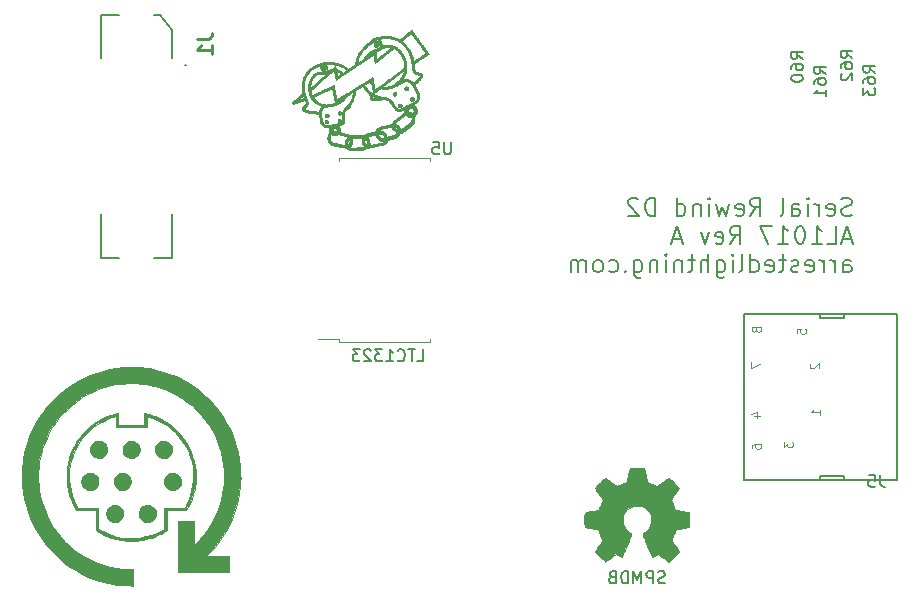
<source format=gbo>
%TF.GenerationSoftware,KiCad,Pcbnew,5.1.12-84ad8e8a86~92~ubuntu20.04.1*%
%TF.CreationDate,2021-12-07T00:39:57-06:00*%
%TF.ProjectId,serial_rewind_d2,73657269-616c-45f7-9265-77696e645f64,rev?*%
%TF.SameCoordinates,Original*%
%TF.FileFunction,Legend,Bot*%
%TF.FilePolarity,Positive*%
%FSLAX46Y46*%
G04 Gerber Fmt 4.6, Leading zero omitted, Abs format (unit mm)*
G04 Created by KiCad (PCBNEW 5.1.12-84ad8e8a86~92~ubuntu20.04.1) date 2021-12-07 00:39:57*
%MOMM*%
%LPD*%
G01*
G04 APERTURE LIST*
%ADD10C,0.150000*%
%ADD11C,0.010000*%
%ADD12C,0.120000*%
%ADD13C,0.200000*%
%ADD14C,0.127000*%
%ADD15C,0.254000*%
%ADD16C,0.065024*%
G04 APERTURE END LIST*
D10*
X105481142Y-150518761D02*
X105338285Y-150566380D01*
X105100190Y-150566380D01*
X105004952Y-150518761D01*
X104957333Y-150471142D01*
X104909714Y-150375904D01*
X104909714Y-150280666D01*
X104957333Y-150185428D01*
X105004952Y-150137809D01*
X105100190Y-150090190D01*
X105290666Y-150042571D01*
X105385904Y-149994952D01*
X105433523Y-149947333D01*
X105481142Y-149852095D01*
X105481142Y-149756857D01*
X105433523Y-149661619D01*
X105385904Y-149614000D01*
X105290666Y-149566380D01*
X105052571Y-149566380D01*
X104909714Y-149614000D01*
X104481142Y-150566380D02*
X104481142Y-149566380D01*
X104100190Y-149566380D01*
X104004952Y-149614000D01*
X103957333Y-149661619D01*
X103909714Y-149756857D01*
X103909714Y-149899714D01*
X103957333Y-149994952D01*
X104004952Y-150042571D01*
X104100190Y-150090190D01*
X104481142Y-150090190D01*
X103481142Y-150566380D02*
X103481142Y-149566380D01*
X103147809Y-150280666D01*
X102814476Y-149566380D01*
X102814476Y-150566380D01*
X102338285Y-150566380D02*
X102338285Y-149566380D01*
X102100190Y-149566380D01*
X101957333Y-149614000D01*
X101862095Y-149709238D01*
X101814476Y-149804476D01*
X101766857Y-149994952D01*
X101766857Y-150137809D01*
X101814476Y-150328285D01*
X101862095Y-150423523D01*
X101957333Y-150518761D01*
X102100190Y-150566380D01*
X102338285Y-150566380D01*
X101004952Y-150042571D02*
X100862095Y-150090190D01*
X100814476Y-150137809D01*
X100766857Y-150233047D01*
X100766857Y-150375904D01*
X100814476Y-150471142D01*
X100862095Y-150518761D01*
X100957333Y-150566380D01*
X101338285Y-150566380D01*
X101338285Y-149566380D01*
X101004952Y-149566380D01*
X100909714Y-149614000D01*
X100862095Y-149661619D01*
X100814476Y-149756857D01*
X100814476Y-149852095D01*
X100862095Y-149947333D01*
X100909714Y-149994952D01*
X101004952Y-150042571D01*
X101338285Y-150042571D01*
X121282785Y-119365142D02*
X121068500Y-119436571D01*
X120711357Y-119436571D01*
X120568500Y-119365142D01*
X120497071Y-119293714D01*
X120425642Y-119150857D01*
X120425642Y-119008000D01*
X120497071Y-118865142D01*
X120568500Y-118793714D01*
X120711357Y-118722285D01*
X120997071Y-118650857D01*
X121139928Y-118579428D01*
X121211357Y-118508000D01*
X121282785Y-118365142D01*
X121282785Y-118222285D01*
X121211357Y-118079428D01*
X121139928Y-118008000D01*
X120997071Y-117936571D01*
X120639928Y-117936571D01*
X120425642Y-118008000D01*
X119211357Y-119365142D02*
X119354214Y-119436571D01*
X119639928Y-119436571D01*
X119782785Y-119365142D01*
X119854214Y-119222285D01*
X119854214Y-118650857D01*
X119782785Y-118508000D01*
X119639928Y-118436571D01*
X119354214Y-118436571D01*
X119211357Y-118508000D01*
X119139928Y-118650857D01*
X119139928Y-118793714D01*
X119854214Y-118936571D01*
X118497071Y-119436571D02*
X118497071Y-118436571D01*
X118497071Y-118722285D02*
X118425642Y-118579428D01*
X118354214Y-118508000D01*
X118211357Y-118436571D01*
X118068500Y-118436571D01*
X117568500Y-119436571D02*
X117568500Y-118436571D01*
X117568500Y-117936571D02*
X117639928Y-118008000D01*
X117568500Y-118079428D01*
X117497071Y-118008000D01*
X117568500Y-117936571D01*
X117568500Y-118079428D01*
X116211357Y-119436571D02*
X116211357Y-118650857D01*
X116282785Y-118508000D01*
X116425642Y-118436571D01*
X116711357Y-118436571D01*
X116854214Y-118508000D01*
X116211357Y-119365142D02*
X116354214Y-119436571D01*
X116711357Y-119436571D01*
X116854214Y-119365142D01*
X116925642Y-119222285D01*
X116925642Y-119079428D01*
X116854214Y-118936571D01*
X116711357Y-118865142D01*
X116354214Y-118865142D01*
X116211357Y-118793714D01*
X115282785Y-119436571D02*
X115425642Y-119365142D01*
X115497071Y-119222285D01*
X115497071Y-117936571D01*
X112711357Y-119436571D02*
X113211357Y-118722285D01*
X113568500Y-119436571D02*
X113568500Y-117936571D01*
X112997071Y-117936571D01*
X112854214Y-118008000D01*
X112782785Y-118079428D01*
X112711357Y-118222285D01*
X112711357Y-118436571D01*
X112782785Y-118579428D01*
X112854214Y-118650857D01*
X112997071Y-118722285D01*
X113568500Y-118722285D01*
X111497071Y-119365142D02*
X111639928Y-119436571D01*
X111925642Y-119436571D01*
X112068500Y-119365142D01*
X112139928Y-119222285D01*
X112139928Y-118650857D01*
X112068500Y-118508000D01*
X111925642Y-118436571D01*
X111639928Y-118436571D01*
X111497071Y-118508000D01*
X111425642Y-118650857D01*
X111425642Y-118793714D01*
X112139928Y-118936571D01*
X110925642Y-118436571D02*
X110639928Y-119436571D01*
X110354214Y-118722285D01*
X110068500Y-119436571D01*
X109782785Y-118436571D01*
X109211357Y-119436571D02*
X109211357Y-118436571D01*
X109211357Y-117936571D02*
X109282785Y-118008000D01*
X109211357Y-118079428D01*
X109139928Y-118008000D01*
X109211357Y-117936571D01*
X109211357Y-118079428D01*
X108497071Y-118436571D02*
X108497071Y-119436571D01*
X108497071Y-118579428D02*
X108425642Y-118508000D01*
X108282785Y-118436571D01*
X108068500Y-118436571D01*
X107925642Y-118508000D01*
X107854214Y-118650857D01*
X107854214Y-119436571D01*
X106497071Y-119436571D02*
X106497071Y-117936571D01*
X106497071Y-119365142D02*
X106639928Y-119436571D01*
X106925642Y-119436571D01*
X107068500Y-119365142D01*
X107139928Y-119293714D01*
X107211357Y-119150857D01*
X107211357Y-118722285D01*
X107139928Y-118579428D01*
X107068500Y-118508000D01*
X106925642Y-118436571D01*
X106639928Y-118436571D01*
X106497071Y-118508000D01*
X104639928Y-119436571D02*
X104639928Y-117936571D01*
X104282785Y-117936571D01*
X104068500Y-118008000D01*
X103925642Y-118150857D01*
X103854214Y-118293714D01*
X103782785Y-118579428D01*
X103782785Y-118793714D01*
X103854214Y-119079428D01*
X103925642Y-119222285D01*
X104068500Y-119365142D01*
X104282785Y-119436571D01*
X104639928Y-119436571D01*
X103211357Y-118079428D02*
X103139928Y-118008000D01*
X102997071Y-117936571D01*
X102639928Y-117936571D01*
X102497071Y-118008000D01*
X102425642Y-118079428D01*
X102354214Y-118222285D01*
X102354214Y-118365142D01*
X102425642Y-118579428D01*
X103282785Y-119436571D01*
X102354214Y-119436571D01*
X121282785Y-121408000D02*
X120568500Y-121408000D01*
X121425642Y-121836571D02*
X120925642Y-120336571D01*
X120425642Y-121836571D01*
X119211357Y-121836571D02*
X119925642Y-121836571D01*
X119925642Y-120336571D01*
X117925642Y-121836571D02*
X118782785Y-121836571D01*
X118354214Y-121836571D02*
X118354214Y-120336571D01*
X118497071Y-120550857D01*
X118639928Y-120693714D01*
X118782785Y-120765142D01*
X116997071Y-120336571D02*
X116854214Y-120336571D01*
X116711357Y-120408000D01*
X116639928Y-120479428D01*
X116568500Y-120622285D01*
X116497071Y-120908000D01*
X116497071Y-121265142D01*
X116568500Y-121550857D01*
X116639928Y-121693714D01*
X116711357Y-121765142D01*
X116854214Y-121836571D01*
X116997071Y-121836571D01*
X117139928Y-121765142D01*
X117211357Y-121693714D01*
X117282785Y-121550857D01*
X117354214Y-121265142D01*
X117354214Y-120908000D01*
X117282785Y-120622285D01*
X117211357Y-120479428D01*
X117139928Y-120408000D01*
X116997071Y-120336571D01*
X115068500Y-121836571D02*
X115925642Y-121836571D01*
X115497071Y-121836571D02*
X115497071Y-120336571D01*
X115639928Y-120550857D01*
X115782785Y-120693714D01*
X115925642Y-120765142D01*
X114568500Y-120336571D02*
X113568500Y-120336571D01*
X114211357Y-121836571D01*
X110997071Y-121836571D02*
X111497071Y-121122285D01*
X111854214Y-121836571D02*
X111854214Y-120336571D01*
X111282785Y-120336571D01*
X111139928Y-120408000D01*
X111068500Y-120479428D01*
X110997071Y-120622285D01*
X110997071Y-120836571D01*
X111068500Y-120979428D01*
X111139928Y-121050857D01*
X111282785Y-121122285D01*
X111854214Y-121122285D01*
X109782785Y-121765142D02*
X109925642Y-121836571D01*
X110211357Y-121836571D01*
X110354214Y-121765142D01*
X110425642Y-121622285D01*
X110425642Y-121050857D01*
X110354214Y-120908000D01*
X110211357Y-120836571D01*
X109925642Y-120836571D01*
X109782785Y-120908000D01*
X109711357Y-121050857D01*
X109711357Y-121193714D01*
X110425642Y-121336571D01*
X109211357Y-120836571D02*
X108854214Y-121836571D01*
X108497071Y-120836571D01*
X106854214Y-121408000D02*
X106139928Y-121408000D01*
X106997071Y-121836571D02*
X106497071Y-120336571D01*
X105997071Y-121836571D01*
X120568500Y-124236571D02*
X120568500Y-123450857D01*
X120639928Y-123308000D01*
X120782785Y-123236571D01*
X121068500Y-123236571D01*
X121211357Y-123308000D01*
X120568500Y-124165142D02*
X120711357Y-124236571D01*
X121068500Y-124236571D01*
X121211357Y-124165142D01*
X121282785Y-124022285D01*
X121282785Y-123879428D01*
X121211357Y-123736571D01*
X121068500Y-123665142D01*
X120711357Y-123665142D01*
X120568500Y-123593714D01*
X119854214Y-124236571D02*
X119854214Y-123236571D01*
X119854214Y-123522285D02*
X119782785Y-123379428D01*
X119711357Y-123308000D01*
X119568500Y-123236571D01*
X119425642Y-123236571D01*
X118925642Y-124236571D02*
X118925642Y-123236571D01*
X118925642Y-123522285D02*
X118854214Y-123379428D01*
X118782785Y-123308000D01*
X118639928Y-123236571D01*
X118497071Y-123236571D01*
X117425642Y-124165142D02*
X117568500Y-124236571D01*
X117854214Y-124236571D01*
X117997071Y-124165142D01*
X118068500Y-124022285D01*
X118068500Y-123450857D01*
X117997071Y-123308000D01*
X117854214Y-123236571D01*
X117568500Y-123236571D01*
X117425642Y-123308000D01*
X117354214Y-123450857D01*
X117354214Y-123593714D01*
X118068500Y-123736571D01*
X116782785Y-124165142D02*
X116639928Y-124236571D01*
X116354214Y-124236571D01*
X116211357Y-124165142D01*
X116139928Y-124022285D01*
X116139928Y-123950857D01*
X116211357Y-123808000D01*
X116354214Y-123736571D01*
X116568500Y-123736571D01*
X116711357Y-123665142D01*
X116782785Y-123522285D01*
X116782785Y-123450857D01*
X116711357Y-123308000D01*
X116568500Y-123236571D01*
X116354214Y-123236571D01*
X116211357Y-123308000D01*
X115711357Y-123236571D02*
X115139928Y-123236571D01*
X115497071Y-122736571D02*
X115497071Y-124022285D01*
X115425642Y-124165142D01*
X115282785Y-124236571D01*
X115139928Y-124236571D01*
X114068500Y-124165142D02*
X114211357Y-124236571D01*
X114497071Y-124236571D01*
X114639928Y-124165142D01*
X114711357Y-124022285D01*
X114711357Y-123450857D01*
X114639928Y-123308000D01*
X114497071Y-123236571D01*
X114211357Y-123236571D01*
X114068500Y-123308000D01*
X113997071Y-123450857D01*
X113997071Y-123593714D01*
X114711357Y-123736571D01*
X112711357Y-124236571D02*
X112711357Y-122736571D01*
X112711357Y-124165142D02*
X112854214Y-124236571D01*
X113139928Y-124236571D01*
X113282785Y-124165142D01*
X113354214Y-124093714D01*
X113425642Y-123950857D01*
X113425642Y-123522285D01*
X113354214Y-123379428D01*
X113282785Y-123308000D01*
X113139928Y-123236571D01*
X112854214Y-123236571D01*
X112711357Y-123308000D01*
X111782785Y-124236571D02*
X111925642Y-124165142D01*
X111997071Y-124022285D01*
X111997071Y-122736571D01*
X111211357Y-124236571D02*
X111211357Y-123236571D01*
X111211357Y-122736571D02*
X111282785Y-122808000D01*
X111211357Y-122879428D01*
X111139928Y-122808000D01*
X111211357Y-122736571D01*
X111211357Y-122879428D01*
X109854214Y-123236571D02*
X109854214Y-124450857D01*
X109925642Y-124593714D01*
X109997071Y-124665142D01*
X110139928Y-124736571D01*
X110354214Y-124736571D01*
X110497071Y-124665142D01*
X109854214Y-124165142D02*
X109997071Y-124236571D01*
X110282785Y-124236571D01*
X110425642Y-124165142D01*
X110497071Y-124093714D01*
X110568500Y-123950857D01*
X110568500Y-123522285D01*
X110497071Y-123379428D01*
X110425642Y-123308000D01*
X110282785Y-123236571D01*
X109997071Y-123236571D01*
X109854214Y-123308000D01*
X109139928Y-124236571D02*
X109139928Y-122736571D01*
X108497071Y-124236571D02*
X108497071Y-123450857D01*
X108568500Y-123308000D01*
X108711357Y-123236571D01*
X108925642Y-123236571D01*
X109068500Y-123308000D01*
X109139928Y-123379428D01*
X107997071Y-123236571D02*
X107425642Y-123236571D01*
X107782785Y-122736571D02*
X107782785Y-124022285D01*
X107711357Y-124165142D01*
X107568500Y-124236571D01*
X107425642Y-124236571D01*
X106925642Y-123236571D02*
X106925642Y-124236571D01*
X106925642Y-123379428D02*
X106854214Y-123308000D01*
X106711357Y-123236571D01*
X106497071Y-123236571D01*
X106354214Y-123308000D01*
X106282785Y-123450857D01*
X106282785Y-124236571D01*
X105568500Y-124236571D02*
X105568500Y-123236571D01*
X105568500Y-122736571D02*
X105639928Y-122808000D01*
X105568500Y-122879428D01*
X105497071Y-122808000D01*
X105568500Y-122736571D01*
X105568500Y-122879428D01*
X104854214Y-123236571D02*
X104854214Y-124236571D01*
X104854214Y-123379428D02*
X104782785Y-123308000D01*
X104639928Y-123236571D01*
X104425642Y-123236571D01*
X104282785Y-123308000D01*
X104211357Y-123450857D01*
X104211357Y-124236571D01*
X102854214Y-123236571D02*
X102854214Y-124450857D01*
X102925642Y-124593714D01*
X102997071Y-124665142D01*
X103139928Y-124736571D01*
X103354214Y-124736571D01*
X103497071Y-124665142D01*
X102854214Y-124165142D02*
X102997071Y-124236571D01*
X103282785Y-124236571D01*
X103425642Y-124165142D01*
X103497071Y-124093714D01*
X103568500Y-123950857D01*
X103568500Y-123522285D01*
X103497071Y-123379428D01*
X103425642Y-123308000D01*
X103282785Y-123236571D01*
X102997071Y-123236571D01*
X102854214Y-123308000D01*
X102139928Y-124093714D02*
X102068500Y-124165142D01*
X102139928Y-124236571D01*
X102211357Y-124165142D01*
X102139928Y-124093714D01*
X102139928Y-124236571D01*
X100782785Y-124165142D02*
X100925642Y-124236571D01*
X101211357Y-124236571D01*
X101354214Y-124165142D01*
X101425642Y-124093714D01*
X101497071Y-123950857D01*
X101497071Y-123522285D01*
X101425642Y-123379428D01*
X101354214Y-123308000D01*
X101211357Y-123236571D01*
X100925642Y-123236571D01*
X100782785Y-123308000D01*
X99925642Y-124236571D02*
X100068500Y-124165142D01*
X100139928Y-124093714D01*
X100211357Y-123950857D01*
X100211357Y-123522285D01*
X100139928Y-123379428D01*
X100068500Y-123308000D01*
X99925642Y-123236571D01*
X99711357Y-123236571D01*
X99568500Y-123308000D01*
X99497071Y-123379428D01*
X99425642Y-123522285D01*
X99425642Y-123950857D01*
X99497071Y-124093714D01*
X99568500Y-124165142D01*
X99711357Y-124236571D01*
X99925642Y-124236571D01*
X98782785Y-124236571D02*
X98782785Y-123236571D01*
X98782785Y-123379428D02*
X98711357Y-123308000D01*
X98568500Y-123236571D01*
X98354214Y-123236571D01*
X98211357Y-123308000D01*
X98139928Y-123450857D01*
X98139928Y-124236571D01*
X98139928Y-123450857D02*
X98068500Y-123308000D01*
X97925642Y-123236571D01*
X97711357Y-123236571D01*
X97568500Y-123308000D01*
X97497071Y-123450857D01*
X97497071Y-124236571D01*
X84518190Y-131770380D02*
X84994380Y-131770380D01*
X84994380Y-130770380D01*
X84327714Y-130770380D02*
X83756285Y-130770380D01*
X84042000Y-131770380D02*
X84042000Y-130770380D01*
X82851523Y-131675142D02*
X82899142Y-131722761D01*
X83042000Y-131770380D01*
X83137238Y-131770380D01*
X83280095Y-131722761D01*
X83375333Y-131627523D01*
X83422952Y-131532285D01*
X83470571Y-131341809D01*
X83470571Y-131198952D01*
X83422952Y-131008476D01*
X83375333Y-130913238D01*
X83280095Y-130818000D01*
X83137238Y-130770380D01*
X83042000Y-130770380D01*
X82899142Y-130818000D01*
X82851523Y-130865619D01*
X81899142Y-131770380D02*
X82470571Y-131770380D01*
X82184857Y-131770380D02*
X82184857Y-130770380D01*
X82280095Y-130913238D01*
X82375333Y-131008476D01*
X82470571Y-131056095D01*
X81565809Y-130770380D02*
X80946761Y-130770380D01*
X81280095Y-131151333D01*
X81137238Y-131151333D01*
X81042000Y-131198952D01*
X80994380Y-131246571D01*
X80946761Y-131341809D01*
X80946761Y-131579904D01*
X80994380Y-131675142D01*
X81042000Y-131722761D01*
X81137238Y-131770380D01*
X81422952Y-131770380D01*
X81518190Y-131722761D01*
X81565809Y-131675142D01*
X80565809Y-130865619D02*
X80518190Y-130818000D01*
X80422952Y-130770380D01*
X80184857Y-130770380D01*
X80089619Y-130818000D01*
X80042000Y-130865619D01*
X79994380Y-130960857D01*
X79994380Y-131056095D01*
X80042000Y-131198952D01*
X80613428Y-131770380D01*
X79994380Y-131770380D01*
X79661047Y-130770380D02*
X79042000Y-130770380D01*
X79375333Y-131151333D01*
X79232476Y-131151333D01*
X79137238Y-131198952D01*
X79089619Y-131246571D01*
X79042000Y-131341809D01*
X79042000Y-131579904D01*
X79089619Y-131675142D01*
X79137238Y-131722761D01*
X79232476Y-131770380D01*
X79518190Y-131770380D01*
X79613428Y-131722761D01*
X79661047Y-131675142D01*
D11*
%TO.C,G\u002A\u002A\u002A*%
G36*
X57449596Y-138515937D02*
G01*
X57372858Y-138525266D01*
X57305690Y-138542782D01*
X57271837Y-138555132D01*
X57159098Y-138615727D01*
X57051289Y-138703554D01*
X56957655Y-138809815D01*
X56891785Y-138916691D01*
X56865477Y-138972415D01*
X56848372Y-139018343D01*
X56838505Y-139065112D01*
X56833911Y-139123358D01*
X56832623Y-139203720D01*
X56832589Y-139237070D01*
X56833238Y-139326606D01*
X56836404Y-139390208D01*
X56844060Y-139438222D01*
X56858177Y-139480997D01*
X56880727Y-139528878D01*
X56892567Y-139551812D01*
X56984440Y-139691172D01*
X57100463Y-139803741D01*
X57237072Y-139887330D01*
X57304497Y-139916845D01*
X57363068Y-139934827D01*
X57427333Y-139944429D01*
X57511844Y-139948805D01*
X57521928Y-139949075D01*
X57625930Y-139947852D01*
X57713351Y-139939277D01*
X57762255Y-139928336D01*
X57901723Y-139865544D01*
X58023083Y-139775919D01*
X58123461Y-139664515D01*
X58199984Y-139536391D01*
X58249779Y-139396602D01*
X58269973Y-139250205D01*
X58257693Y-139102257D01*
X58250228Y-139069530D01*
X58227889Y-138994700D01*
X58200942Y-138921387D01*
X58182872Y-138881081D01*
X58120081Y-138787680D01*
X58031766Y-138696604D01*
X57928018Y-138617122D01*
X57843796Y-138569575D01*
X57781785Y-138541785D01*
X57730632Y-138524711D01*
X57677512Y-138515881D01*
X57609600Y-138512822D01*
X57549143Y-138512773D01*
X57449596Y-138515937D01*
G37*
X57449596Y-138515937D02*
X57372858Y-138525266D01*
X57305690Y-138542782D01*
X57271837Y-138555132D01*
X57159098Y-138615727D01*
X57051289Y-138703554D01*
X56957655Y-138809815D01*
X56891785Y-138916691D01*
X56865477Y-138972415D01*
X56848372Y-139018343D01*
X56838505Y-139065112D01*
X56833911Y-139123358D01*
X56832623Y-139203720D01*
X56832589Y-139237070D01*
X56833238Y-139326606D01*
X56836404Y-139390208D01*
X56844060Y-139438222D01*
X56858177Y-139480997D01*
X56880727Y-139528878D01*
X56892567Y-139551812D01*
X56984440Y-139691172D01*
X57100463Y-139803741D01*
X57237072Y-139887330D01*
X57304497Y-139916845D01*
X57363068Y-139934827D01*
X57427333Y-139944429D01*
X57511844Y-139948805D01*
X57521928Y-139949075D01*
X57625930Y-139947852D01*
X57713351Y-139939277D01*
X57762255Y-139928336D01*
X57901723Y-139865544D01*
X58023083Y-139775919D01*
X58123461Y-139664515D01*
X58199984Y-139536391D01*
X58249779Y-139396602D01*
X58269973Y-139250205D01*
X58257693Y-139102257D01*
X58250228Y-139069530D01*
X58227889Y-138994700D01*
X58200942Y-138921387D01*
X58182872Y-138881081D01*
X58120081Y-138787680D01*
X58031766Y-138696604D01*
X57928018Y-138617122D01*
X57843796Y-138569575D01*
X57781785Y-138541785D01*
X57730632Y-138524711D01*
X57677512Y-138515881D01*
X57609600Y-138512822D01*
X57549143Y-138512773D01*
X57449596Y-138515937D01*
G36*
X60181552Y-138511797D02*
G01*
X60033857Y-138548159D01*
X59917531Y-138602879D01*
X59825375Y-138671071D01*
X59735688Y-138762318D01*
X59659427Y-138864395D01*
X59620695Y-138934043D01*
X59598101Y-138986358D01*
X59583759Y-139034019D01*
X59575858Y-139087999D01*
X59572583Y-139159272D01*
X59572071Y-139228285D01*
X59572952Y-139317371D01*
X59576962Y-139381497D01*
X59586157Y-139431973D01*
X59602588Y-139480111D01*
X59628070Y-139536714D01*
X59713064Y-139675409D01*
X59823746Y-139789928D01*
X59956959Y-139877098D01*
X59976207Y-139886463D01*
X60045078Y-139916097D01*
X60105727Y-139934180D01*
X60172982Y-139943941D01*
X60261500Y-139948603D01*
X60363659Y-139948049D01*
X60448690Y-139940359D01*
X60497357Y-139929643D01*
X60608943Y-139884324D01*
X60704970Y-139824171D01*
X60780828Y-139759633D01*
X60886813Y-139637162D01*
X60961035Y-139500113D01*
X61002729Y-139352771D01*
X61011129Y-139199423D01*
X60985467Y-139044356D01*
X60933088Y-138907819D01*
X60849053Y-138776262D01*
X60741812Y-138668908D01*
X60616403Y-138587272D01*
X60477864Y-138532866D01*
X60331234Y-138507203D01*
X60181552Y-138511797D01*
G37*
X60181552Y-138511797D02*
X60033857Y-138548159D01*
X59917531Y-138602879D01*
X59825375Y-138671071D01*
X59735688Y-138762318D01*
X59659427Y-138864395D01*
X59620695Y-138934043D01*
X59598101Y-138986358D01*
X59583759Y-139034019D01*
X59575858Y-139087999D01*
X59572583Y-139159272D01*
X59572071Y-139228285D01*
X59572952Y-139317371D01*
X59576962Y-139381497D01*
X59586157Y-139431973D01*
X59602588Y-139480111D01*
X59628070Y-139536714D01*
X59713064Y-139675409D01*
X59823746Y-139789928D01*
X59956959Y-139877098D01*
X59976207Y-139886463D01*
X60045078Y-139916097D01*
X60105727Y-139934180D01*
X60172982Y-139943941D01*
X60261500Y-139948603D01*
X60363659Y-139948049D01*
X60448690Y-139940359D01*
X60497357Y-139929643D01*
X60608943Y-139884324D01*
X60704970Y-139824171D01*
X60780828Y-139759633D01*
X60886813Y-139637162D01*
X60961035Y-139500113D01*
X61002729Y-139352771D01*
X61011129Y-139199423D01*
X60985467Y-139044356D01*
X60933088Y-138907819D01*
X60849053Y-138776262D01*
X60741812Y-138668908D01*
X60616403Y-138587272D01*
X60477864Y-138532866D01*
X60331234Y-138507203D01*
X60181552Y-138511797D01*
G36*
X62879851Y-138520991D02*
G01*
X62737661Y-138566823D01*
X62606835Y-138641211D01*
X62492160Y-138742436D01*
X62398427Y-138868777D01*
X62373505Y-138914492D01*
X62345529Y-138972473D01*
X62327561Y-139019489D01*
X62317398Y-139066738D01*
X62312833Y-139125416D01*
X62311663Y-139206722D01*
X62311643Y-139228667D01*
X62312437Y-139317068D01*
X62316222Y-139380351D01*
X62325100Y-139429672D01*
X62341174Y-139476189D01*
X62366547Y-139531057D01*
X62369938Y-139537964D01*
X62456237Y-139675386D01*
X62566925Y-139790077D01*
X62696933Y-139876964D01*
X62719857Y-139888260D01*
X62787257Y-139917111D01*
X62847814Y-139934721D01*
X62916154Y-139944231D01*
X63001071Y-139948603D01*
X63110471Y-139947755D01*
X63199245Y-139938555D01*
X63240810Y-139928700D01*
X63369973Y-139870467D01*
X63490094Y-139785976D01*
X63593426Y-139682364D01*
X63672226Y-139566768D01*
X63700701Y-139504903D01*
X63743284Y-139346882D01*
X63751536Y-139190268D01*
X63727162Y-139039315D01*
X63671869Y-138898278D01*
X63587360Y-138771411D01*
X63475342Y-138662967D01*
X63337520Y-138577200D01*
X63326709Y-138572042D01*
X63179164Y-138521880D01*
X63028615Y-138505437D01*
X62879851Y-138520991D01*
G37*
X62879851Y-138520991D02*
X62737661Y-138566823D01*
X62606835Y-138641211D01*
X62492160Y-138742436D01*
X62398427Y-138868777D01*
X62373505Y-138914492D01*
X62345529Y-138972473D01*
X62327561Y-139019489D01*
X62317398Y-139066738D01*
X62312833Y-139125416D01*
X62311663Y-139206722D01*
X62311643Y-139228667D01*
X62312437Y-139317068D01*
X62316222Y-139380351D01*
X62325100Y-139429672D01*
X62341174Y-139476189D01*
X62366547Y-139531057D01*
X62369938Y-139537964D01*
X62456237Y-139675386D01*
X62566925Y-139790077D01*
X62696933Y-139876964D01*
X62719857Y-139888260D01*
X62787257Y-139917111D01*
X62847814Y-139934721D01*
X62916154Y-139944231D01*
X63001071Y-139948603D01*
X63110471Y-139947755D01*
X63199245Y-139938555D01*
X63240810Y-139928700D01*
X63369973Y-139870467D01*
X63490094Y-139785976D01*
X63593426Y-139682364D01*
X63672226Y-139566768D01*
X63700701Y-139504903D01*
X63743284Y-139346882D01*
X63751536Y-139190268D01*
X63727162Y-139039315D01*
X63671869Y-138898278D01*
X63587360Y-138771411D01*
X63475342Y-138662967D01*
X63337520Y-138577200D01*
X63326709Y-138572042D01*
X63179164Y-138521880D01*
X63028615Y-138505437D01*
X62879851Y-138520991D01*
G36*
X56696384Y-141234120D02*
G01*
X56630906Y-141238475D01*
X56579734Y-141247950D01*
X56531894Y-141264358D01*
X56492900Y-141281695D01*
X56355591Y-141364692D01*
X56242192Y-141471279D01*
X56154775Y-141596760D01*
X56095412Y-141736440D01*
X56066175Y-141885621D01*
X56069136Y-142039609D01*
X56099414Y-142173521D01*
X56164002Y-142315657D01*
X56255170Y-142437614D01*
X56368127Y-142536923D01*
X56498085Y-142611114D01*
X56640253Y-142657721D01*
X56789841Y-142674273D01*
X56942061Y-142658303D01*
X57006509Y-142641022D01*
X57147863Y-142577439D01*
X57274944Y-142484150D01*
X57381303Y-142366879D01*
X57455526Y-142242268D01*
X57477701Y-142190240D01*
X57491789Y-142142030D01*
X57499578Y-142086698D01*
X57502856Y-142013305D01*
X57503418Y-141949332D01*
X57502813Y-141861090D01*
X57499196Y-141797971D01*
X57490472Y-141748822D01*
X57474543Y-141702491D01*
X57449313Y-141647828D01*
X57445118Y-141639281D01*
X57368104Y-141517831D01*
X57265512Y-141407287D01*
X57147529Y-141317672D01*
X57082012Y-141281982D01*
X57029487Y-141259269D01*
X56981808Y-141244849D01*
X56927982Y-141236899D01*
X56857014Y-141233596D01*
X56787143Y-141233071D01*
X56696384Y-141234120D01*
G37*
X56696384Y-141234120D02*
X56630906Y-141238475D01*
X56579734Y-141247950D01*
X56531894Y-141264358D01*
X56492900Y-141281695D01*
X56355591Y-141364692D01*
X56242192Y-141471279D01*
X56154775Y-141596760D01*
X56095412Y-141736440D01*
X56066175Y-141885621D01*
X56069136Y-142039609D01*
X56099414Y-142173521D01*
X56164002Y-142315657D01*
X56255170Y-142437614D01*
X56368127Y-142536923D01*
X56498085Y-142611114D01*
X56640253Y-142657721D01*
X56789841Y-142674273D01*
X56942061Y-142658303D01*
X57006509Y-142641022D01*
X57147863Y-142577439D01*
X57274944Y-142484150D01*
X57381303Y-142366879D01*
X57455526Y-142242268D01*
X57477701Y-142190240D01*
X57491789Y-142142030D01*
X57499578Y-142086698D01*
X57502856Y-142013305D01*
X57503418Y-141949332D01*
X57502813Y-141861090D01*
X57499196Y-141797971D01*
X57490472Y-141748822D01*
X57474543Y-141702491D01*
X57449313Y-141647828D01*
X57445118Y-141639281D01*
X57368104Y-141517831D01*
X57265512Y-141407287D01*
X57147529Y-141317672D01*
X57082012Y-141281982D01*
X57029487Y-141259269D01*
X56981808Y-141244849D01*
X56927982Y-141236899D01*
X56857014Y-141233596D01*
X56787143Y-141233071D01*
X56696384Y-141234120D01*
G36*
X59438426Y-141233866D02*
G01*
X59375152Y-141237675D01*
X59325631Y-141246636D01*
X59278603Y-141262886D01*
X59222806Y-141288562D01*
X59215476Y-141292138D01*
X59080112Y-141377258D01*
X58969959Y-141485233D01*
X58886619Y-141611368D01*
X58831694Y-141750973D01*
X58806786Y-141899351D01*
X58813497Y-142051812D01*
X58853429Y-142203661D01*
X58881991Y-142269183D01*
X58968713Y-142406303D01*
X59079188Y-142517128D01*
X59210125Y-142599518D01*
X59358233Y-142651336D01*
X59498676Y-142669890D01*
X59608538Y-142669013D01*
X59698823Y-142655508D01*
X59744428Y-142642474D01*
X59893082Y-142574608D01*
X60023104Y-142477636D01*
X60129777Y-142355740D01*
X60195089Y-142243177D01*
X60217536Y-142191121D01*
X60231780Y-142143479D01*
X60239621Y-142089302D01*
X60242862Y-142017638D01*
X60243357Y-141949714D01*
X60242476Y-141860628D01*
X60238466Y-141796503D01*
X60229271Y-141746026D01*
X60212840Y-141697889D01*
X60187358Y-141641285D01*
X60104587Y-141507821D01*
X59994233Y-141393059D01*
X59862931Y-141303624D01*
X59835142Y-141289552D01*
X59778314Y-141263726D01*
X59730509Y-141247230D01*
X59680452Y-141237999D01*
X59616866Y-141233968D01*
X59528475Y-141233071D01*
X59526714Y-141233071D01*
X59438426Y-141233866D01*
G37*
X59438426Y-141233866D02*
X59375152Y-141237675D01*
X59325631Y-141246636D01*
X59278603Y-141262886D01*
X59222806Y-141288562D01*
X59215476Y-141292138D01*
X59080112Y-141377258D01*
X58969959Y-141485233D01*
X58886619Y-141611368D01*
X58831694Y-141750973D01*
X58806786Y-141899351D01*
X58813497Y-142051812D01*
X58853429Y-142203661D01*
X58881991Y-142269183D01*
X58968713Y-142406303D01*
X59079188Y-142517128D01*
X59210125Y-142599518D01*
X59358233Y-142651336D01*
X59498676Y-142669890D01*
X59608538Y-142669013D01*
X59698823Y-142655508D01*
X59744428Y-142642474D01*
X59893082Y-142574608D01*
X60023104Y-142477636D01*
X60129777Y-142355740D01*
X60195089Y-142243177D01*
X60217536Y-142191121D01*
X60231780Y-142143479D01*
X60239621Y-142089302D01*
X60242862Y-142017638D01*
X60243357Y-141949714D01*
X60242476Y-141860628D01*
X60238466Y-141796503D01*
X60229271Y-141746026D01*
X60212840Y-141697889D01*
X60187358Y-141641285D01*
X60104587Y-141507821D01*
X59994233Y-141393059D01*
X59862931Y-141303624D01*
X59835142Y-141289552D01*
X59778314Y-141263726D01*
X59730509Y-141247230D01*
X59680452Y-141237999D01*
X59616866Y-141233968D01*
X59528475Y-141233071D01*
X59526714Y-141233071D01*
X59438426Y-141233866D01*
G36*
X63682448Y-141233059D02*
G01*
X63545443Y-141268995D01*
X63419320Y-141330062D01*
X63307534Y-141413564D01*
X63213542Y-141516803D01*
X63140800Y-141637083D01*
X63092764Y-141771705D01*
X63072891Y-141917973D01*
X63084636Y-142073190D01*
X63091889Y-142108631D01*
X63144216Y-142261987D01*
X63224633Y-142395026D01*
X63329734Y-142504902D01*
X63456113Y-142588770D01*
X63600365Y-142643783D01*
X63759084Y-142667095D01*
X63760249Y-142667140D01*
X63835983Y-142668654D01*
X63902660Y-142667573D01*
X63947962Y-142664150D01*
X63953510Y-142663178D01*
X64048511Y-142632062D01*
X64151589Y-142580621D01*
X64248319Y-142516994D01*
X64315061Y-142459118D01*
X64413941Y-142333956D01*
X64481412Y-142197360D01*
X64518241Y-142053965D01*
X64525192Y-141908405D01*
X64503029Y-141765313D01*
X64452519Y-141629322D01*
X64374425Y-141505067D01*
X64269513Y-141397182D01*
X64138549Y-141310300D01*
X64124190Y-141303015D01*
X63975278Y-141247372D01*
X63826878Y-141224953D01*
X63682448Y-141233059D01*
G37*
X63682448Y-141233059D02*
X63545443Y-141268995D01*
X63419320Y-141330062D01*
X63307534Y-141413564D01*
X63213542Y-141516803D01*
X63140800Y-141637083D01*
X63092764Y-141771705D01*
X63072891Y-141917973D01*
X63084636Y-142073190D01*
X63091889Y-142108631D01*
X63144216Y-142261987D01*
X63224633Y-142395026D01*
X63329734Y-142504902D01*
X63456113Y-142588770D01*
X63600365Y-142643783D01*
X63759084Y-142667095D01*
X63760249Y-142667140D01*
X63835983Y-142668654D01*
X63902660Y-142667573D01*
X63947962Y-142664150D01*
X63953510Y-142663178D01*
X64048511Y-142632062D01*
X64151589Y-142580621D01*
X64248319Y-142516994D01*
X64315061Y-142459118D01*
X64413941Y-142333956D01*
X64481412Y-142197360D01*
X64518241Y-142053965D01*
X64525192Y-141908405D01*
X64503029Y-141765313D01*
X64452519Y-141629322D01*
X64374425Y-141505067D01*
X64269513Y-141397182D01*
X64138549Y-141310300D01*
X64124190Y-141303015D01*
X63975278Y-141247372D01*
X63826878Y-141224953D01*
X63682448Y-141233059D01*
G36*
X58754900Y-143956980D02*
G01*
X58610694Y-144002768D01*
X58478942Y-144077576D01*
X58364173Y-144179798D01*
X58270916Y-144307832D01*
X58246528Y-144353642D01*
X58222662Y-144405258D01*
X58207199Y-144449979D01*
X58198338Y-144498222D01*
X58194280Y-144560401D01*
X58193225Y-144646932D01*
X58193214Y-144662071D01*
X58194152Y-144754710D01*
X58198047Y-144821377D01*
X58206518Y-144872362D01*
X58221185Y-144917954D01*
X58240334Y-144961428D01*
X58321920Y-145094160D01*
X58429906Y-145208352D01*
X58557885Y-145298892D01*
X58699449Y-145360672D01*
X58761071Y-145376742D01*
X58878611Y-145393552D01*
X58986315Y-145389547D01*
X59091285Y-145367771D01*
X59239934Y-145310553D01*
X59367801Y-145226430D01*
X59472778Y-145119610D01*
X59552754Y-144994300D01*
X59605622Y-144854708D01*
X59629271Y-144705042D01*
X59621593Y-144549510D01*
X59580479Y-144392318D01*
X59580378Y-144392050D01*
X59525808Y-144286945D01*
X59445306Y-144183798D01*
X59348334Y-144092563D01*
X59244355Y-144023192D01*
X59216946Y-144009787D01*
X59062555Y-143958885D01*
X58907030Y-143941818D01*
X58754900Y-143956980D01*
G37*
X58754900Y-143956980D02*
X58610694Y-144002768D01*
X58478942Y-144077576D01*
X58364173Y-144179798D01*
X58270916Y-144307832D01*
X58246528Y-144353642D01*
X58222662Y-144405258D01*
X58207199Y-144449979D01*
X58198338Y-144498222D01*
X58194280Y-144560401D01*
X58193225Y-144646932D01*
X58193214Y-144662071D01*
X58194152Y-144754710D01*
X58198047Y-144821377D01*
X58206518Y-144872362D01*
X58221185Y-144917954D01*
X58240334Y-144961428D01*
X58321920Y-145094160D01*
X58429906Y-145208352D01*
X58557885Y-145298892D01*
X58699449Y-145360672D01*
X58761071Y-145376742D01*
X58878611Y-145393552D01*
X58986315Y-145389547D01*
X59091285Y-145367771D01*
X59239934Y-145310553D01*
X59367801Y-145226430D01*
X59472778Y-145119610D01*
X59552754Y-144994300D01*
X59605622Y-144854708D01*
X59629271Y-144705042D01*
X59621593Y-144549510D01*
X59580479Y-144392318D01*
X59580378Y-144392050D01*
X59525808Y-144286945D01*
X59445306Y-144183798D01*
X59348334Y-144092563D01*
X59244355Y-144023192D01*
X59216946Y-144009787D01*
X59062555Y-143958885D01*
X58907030Y-143941818D01*
X58754900Y-143956980D01*
G36*
X61548990Y-143948973D02*
G01*
X61406224Y-143988417D01*
X61273658Y-144056128D01*
X61156176Y-144150407D01*
X61058662Y-144269554D01*
X61008861Y-144358346D01*
X60982398Y-144417008D01*
X60965490Y-144465739D01*
X60956020Y-144515965D01*
X60951872Y-144579113D01*
X60950929Y-144666610D01*
X60950928Y-144671142D01*
X60951869Y-144760771D01*
X60955934Y-144824944D01*
X60964990Y-144874470D01*
X60980903Y-144920154D01*
X61001643Y-144964915D01*
X61087925Y-145102506D01*
X61198667Y-145217806D01*
X61328880Y-145306844D01*
X61473578Y-145365648D01*
X61518786Y-145376742D01*
X61636325Y-145393552D01*
X61744029Y-145389547D01*
X61849000Y-145367771D01*
X61997254Y-145310616D01*
X62125541Y-145226315D01*
X62231399Y-145119261D01*
X62312368Y-144993850D01*
X62365984Y-144854474D01*
X62389788Y-144705530D01*
X62381316Y-144551410D01*
X62359282Y-144456845D01*
X62296312Y-144307060D01*
X62205091Y-144179917D01*
X62085203Y-144074919D01*
X61989629Y-144017229D01*
X61845577Y-143961680D01*
X61697069Y-143939494D01*
X61548990Y-143948973D01*
G37*
X61548990Y-143948973D02*
X61406224Y-143988417D01*
X61273658Y-144056128D01*
X61156176Y-144150407D01*
X61058662Y-144269554D01*
X61008861Y-144358346D01*
X60982398Y-144417008D01*
X60965490Y-144465739D01*
X60956020Y-144515965D01*
X60951872Y-144579113D01*
X60950929Y-144666610D01*
X60950928Y-144671142D01*
X60951869Y-144760771D01*
X60955934Y-144824944D01*
X60964990Y-144874470D01*
X60980903Y-144920154D01*
X61001643Y-144964915D01*
X61087925Y-145102506D01*
X61198667Y-145217806D01*
X61328880Y-145306844D01*
X61473578Y-145365648D01*
X61518786Y-145376742D01*
X61636325Y-145393552D01*
X61744029Y-145389547D01*
X61849000Y-145367771D01*
X61997254Y-145310616D01*
X62125541Y-145226315D01*
X62231399Y-145119261D01*
X62312368Y-144993850D01*
X62365984Y-144854474D01*
X62389788Y-144705530D01*
X62381316Y-144551410D01*
X62359282Y-144456845D01*
X62296312Y-144307060D01*
X62205091Y-144179917D01*
X62085203Y-144074919D01*
X61989629Y-144017229D01*
X61845577Y-143961680D01*
X61697069Y-143939494D01*
X61548990Y-143948973D01*
G36*
X61411025Y-136170159D02*
G01*
X61405473Y-136196060D01*
X61401304Y-136243188D01*
X61398367Y-136314759D01*
X61396513Y-136413988D01*
X61395595Y-136544091D01*
X61395428Y-136652000D01*
X61395428Y-137141857D01*
X59200142Y-137141857D01*
X59200142Y-136660502D01*
X59199821Y-136510904D01*
X59198732Y-136393917D01*
X59196693Y-136305868D01*
X59193517Y-136243086D01*
X59189022Y-136201899D01*
X59183022Y-136178637D01*
X59175478Y-136169682D01*
X59148547Y-136170039D01*
X59095047Y-136178413D01*
X59023419Y-136193290D01*
X58962299Y-136207950D01*
X58532098Y-136335171D01*
X58117984Y-136494513D01*
X57721246Y-136685063D01*
X57343175Y-136905910D01*
X56985059Y-137156141D01*
X56648190Y-137434844D01*
X56333855Y-137741108D01*
X56043346Y-138074020D01*
X55777952Y-138432668D01*
X55743174Y-138484428D01*
X55513056Y-138863037D01*
X55315631Y-139255303D01*
X55151166Y-139659193D01*
X55019926Y-140072678D01*
X54922175Y-140493726D01*
X54858181Y-140920305D01*
X54828208Y-141350386D01*
X54832522Y-141781936D01*
X54871388Y-142212925D01*
X54945073Y-142641321D01*
X55053840Y-143065093D01*
X55118179Y-143265071D01*
X55190876Y-143461951D01*
X55276455Y-143669127D01*
X55369309Y-143874023D01*
X55463829Y-144064060D01*
X55522682Y-144172214D01*
X55635936Y-144371785D01*
X56456288Y-144376506D01*
X57276641Y-144381226D01*
X57286071Y-146076082D01*
X57440285Y-146171459D01*
X57806445Y-146377423D01*
X58193446Y-146556202D01*
X58596259Y-146706053D01*
X59009856Y-146825235D01*
X59429208Y-146912006D01*
X59681977Y-146947844D01*
X59763285Y-146955066D01*
X59870656Y-146961251D01*
X59996886Y-146966299D01*
X60134772Y-146970107D01*
X60277110Y-146972573D01*
X60416697Y-146973596D01*
X60546330Y-146973073D01*
X60658806Y-146970904D01*
X60746921Y-146966987D01*
X60787642Y-146963464D01*
X61070827Y-146926384D01*
X61326860Y-146884090D01*
X61564738Y-146834507D01*
X61793460Y-146775560D01*
X62022022Y-146705174D01*
X62239071Y-146628839D01*
X62364824Y-146578602D01*
X62510515Y-146514377D01*
X62666170Y-146441054D01*
X62821817Y-146363521D01*
X62967481Y-146286669D01*
X63093188Y-146215386D01*
X63137143Y-146188592D01*
X63291357Y-146091968D01*
X63300428Y-145240948D01*
X63309500Y-144389928D01*
X64960500Y-144380450D01*
X65045161Y-144230975D01*
X65253188Y-143828548D01*
X65426037Y-143417688D01*
X65564043Y-142997408D01*
X65667540Y-142566726D01*
X65722325Y-142239163D01*
X65738598Y-142091484D01*
X65751144Y-141918657D01*
X65759694Y-141731283D01*
X65763983Y-141539962D01*
X65763947Y-141511672D01*
X65550127Y-141511672D01*
X65532680Y-141934787D01*
X65481005Y-142355511D01*
X65396026Y-142770216D01*
X65278669Y-143175275D01*
X65129861Y-143567059D01*
X64950526Y-143941940D01*
X64911954Y-144012987D01*
X64818720Y-144181285D01*
X63100857Y-144181285D01*
X63100857Y-145952365D01*
X62955831Y-146038633D01*
X62634968Y-146212015D01*
X62290229Y-146366047D01*
X61930098Y-146497789D01*
X61563061Y-146604303D01*
X61197602Y-146682653D01*
X61014428Y-146710837D01*
X60915521Y-146723814D01*
X60834384Y-146733837D01*
X60764160Y-146741223D01*
X60697994Y-146746290D01*
X60629030Y-146749354D01*
X60550412Y-146750732D01*
X60455284Y-146750741D01*
X60336791Y-146749697D01*
X60207071Y-146748152D01*
X60039891Y-146745326D01*
X59901713Y-146741067D01*
X59785266Y-146734916D01*
X59683280Y-146726411D01*
X59588485Y-146715092D01*
X59517642Y-146704464D01*
X59079300Y-146616637D01*
X58657489Y-146497640D01*
X58253436Y-146347911D01*
X57868368Y-146167884D01*
X57623892Y-146031893D01*
X57494714Y-145955150D01*
X57494714Y-144181637D01*
X56629112Y-144176925D01*
X55763509Y-144172214D01*
X55631951Y-143918214D01*
X55447896Y-143524194D01*
X55297976Y-143119913D01*
X55182340Y-142707390D01*
X55101138Y-142288649D01*
X55054516Y-141865712D01*
X55042623Y-141440599D01*
X55065607Y-141015333D01*
X55123618Y-140591935D01*
X55216802Y-140172428D01*
X55330021Y-139802299D01*
X55490928Y-139392495D01*
X55682384Y-139001649D01*
X55903289Y-138630973D01*
X56152542Y-138281678D01*
X56429044Y-137954976D01*
X56731694Y-137652077D01*
X57059392Y-137374192D01*
X57411038Y-137122532D01*
X57785532Y-136898309D01*
X58120643Y-136730357D01*
X58197268Y-136697026D01*
X58291711Y-136658803D01*
X58397891Y-136617848D01*
X58509728Y-136576323D01*
X58621142Y-136536388D01*
X58726052Y-136500203D01*
X58818378Y-136469930D01*
X58892041Y-136447729D01*
X58940959Y-136435761D01*
X58953770Y-136434285D01*
X58962601Y-136437661D01*
X58969434Y-136450469D01*
X58974517Y-136476731D01*
X58978100Y-136520470D01*
X58980432Y-136585706D01*
X58981762Y-136676463D01*
X58982339Y-136796761D01*
X58982428Y-136896928D01*
X58982428Y-137359571D01*
X61613143Y-137359571D01*
X61613143Y-136896928D01*
X61613471Y-136751094D01*
X61614583Y-136637905D01*
X61616668Y-136553726D01*
X61619918Y-136494920D01*
X61624522Y-136457853D01*
X61630671Y-136438888D01*
X61637361Y-136434285D01*
X61668989Y-136440158D01*
X61727857Y-136456283D01*
X61807136Y-136480421D01*
X61899998Y-136510335D01*
X61999613Y-136543783D01*
X62099155Y-136578529D01*
X62191795Y-136612332D01*
X62257120Y-136637499D01*
X62647832Y-136812126D01*
X63019212Y-137016423D01*
X63370076Y-137248638D01*
X63699241Y-137507022D01*
X64005526Y-137789824D01*
X64287746Y-138095294D01*
X64544721Y-138421680D01*
X64775266Y-138767234D01*
X64978200Y-139130203D01*
X65152340Y-139508838D01*
X65296502Y-139901387D01*
X65409506Y-140306102D01*
X65490167Y-140721230D01*
X65537303Y-141145022D01*
X65550127Y-141511672D01*
X65763947Y-141511672D01*
X65763743Y-141355296D01*
X65758708Y-141187885D01*
X65751523Y-141078857D01*
X65695068Y-140634123D01*
X65604902Y-140200235D01*
X65482088Y-139778765D01*
X65327683Y-139371283D01*
X65142749Y-138979362D01*
X64928345Y-138604573D01*
X64685531Y-138248486D01*
X64415367Y-137912675D01*
X64118913Y-137598709D01*
X63797229Y-137308160D01*
X63451374Y-137042601D01*
X63082409Y-136803601D01*
X62742877Y-136618220D01*
X62623650Y-136561724D01*
X62481680Y-136499670D01*
X62327938Y-136436440D01*
X62173392Y-136376417D01*
X62029013Y-136323985D01*
X61905770Y-136283525D01*
X61903428Y-136282817D01*
X61819357Y-136258466D01*
X61726866Y-136233286D01*
X61633842Y-136209238D01*
X61548175Y-136188280D01*
X61477753Y-136172374D01*
X61430466Y-136163476D01*
X61418107Y-136162269D01*
X61411025Y-136170159D01*
G37*
X61411025Y-136170159D02*
X61405473Y-136196060D01*
X61401304Y-136243188D01*
X61398367Y-136314759D01*
X61396513Y-136413988D01*
X61395595Y-136544091D01*
X61395428Y-136652000D01*
X61395428Y-137141857D01*
X59200142Y-137141857D01*
X59200142Y-136660502D01*
X59199821Y-136510904D01*
X59198732Y-136393917D01*
X59196693Y-136305868D01*
X59193517Y-136243086D01*
X59189022Y-136201899D01*
X59183022Y-136178637D01*
X59175478Y-136169682D01*
X59148547Y-136170039D01*
X59095047Y-136178413D01*
X59023419Y-136193290D01*
X58962299Y-136207950D01*
X58532098Y-136335171D01*
X58117984Y-136494513D01*
X57721246Y-136685063D01*
X57343175Y-136905910D01*
X56985059Y-137156141D01*
X56648190Y-137434844D01*
X56333855Y-137741108D01*
X56043346Y-138074020D01*
X55777952Y-138432668D01*
X55743174Y-138484428D01*
X55513056Y-138863037D01*
X55315631Y-139255303D01*
X55151166Y-139659193D01*
X55019926Y-140072678D01*
X54922175Y-140493726D01*
X54858181Y-140920305D01*
X54828208Y-141350386D01*
X54832522Y-141781936D01*
X54871388Y-142212925D01*
X54945073Y-142641321D01*
X55053840Y-143065093D01*
X55118179Y-143265071D01*
X55190876Y-143461951D01*
X55276455Y-143669127D01*
X55369309Y-143874023D01*
X55463829Y-144064060D01*
X55522682Y-144172214D01*
X55635936Y-144371785D01*
X56456288Y-144376506D01*
X57276641Y-144381226D01*
X57286071Y-146076082D01*
X57440285Y-146171459D01*
X57806445Y-146377423D01*
X58193446Y-146556202D01*
X58596259Y-146706053D01*
X59009856Y-146825235D01*
X59429208Y-146912006D01*
X59681977Y-146947844D01*
X59763285Y-146955066D01*
X59870656Y-146961251D01*
X59996886Y-146966299D01*
X60134772Y-146970107D01*
X60277110Y-146972573D01*
X60416697Y-146973596D01*
X60546330Y-146973073D01*
X60658806Y-146970904D01*
X60746921Y-146966987D01*
X60787642Y-146963464D01*
X61070827Y-146926384D01*
X61326860Y-146884090D01*
X61564738Y-146834507D01*
X61793460Y-146775560D01*
X62022022Y-146705174D01*
X62239071Y-146628839D01*
X62364824Y-146578602D01*
X62510515Y-146514377D01*
X62666170Y-146441054D01*
X62821817Y-146363521D01*
X62967481Y-146286669D01*
X63093188Y-146215386D01*
X63137143Y-146188592D01*
X63291357Y-146091968D01*
X63300428Y-145240948D01*
X63309500Y-144389928D01*
X64960500Y-144380450D01*
X65045161Y-144230975D01*
X65253188Y-143828548D01*
X65426037Y-143417688D01*
X65564043Y-142997408D01*
X65667540Y-142566726D01*
X65722325Y-142239163D01*
X65738598Y-142091484D01*
X65751144Y-141918657D01*
X65759694Y-141731283D01*
X65763983Y-141539962D01*
X65763947Y-141511672D01*
X65550127Y-141511672D01*
X65532680Y-141934787D01*
X65481005Y-142355511D01*
X65396026Y-142770216D01*
X65278669Y-143175275D01*
X65129861Y-143567059D01*
X64950526Y-143941940D01*
X64911954Y-144012987D01*
X64818720Y-144181285D01*
X63100857Y-144181285D01*
X63100857Y-145952365D01*
X62955831Y-146038633D01*
X62634968Y-146212015D01*
X62290229Y-146366047D01*
X61930098Y-146497789D01*
X61563061Y-146604303D01*
X61197602Y-146682653D01*
X61014428Y-146710837D01*
X60915521Y-146723814D01*
X60834384Y-146733837D01*
X60764160Y-146741223D01*
X60697994Y-146746290D01*
X60629030Y-146749354D01*
X60550412Y-146750732D01*
X60455284Y-146750741D01*
X60336791Y-146749697D01*
X60207071Y-146748152D01*
X60039891Y-146745326D01*
X59901713Y-146741067D01*
X59785266Y-146734916D01*
X59683280Y-146726411D01*
X59588485Y-146715092D01*
X59517642Y-146704464D01*
X59079300Y-146616637D01*
X58657489Y-146497640D01*
X58253436Y-146347911D01*
X57868368Y-146167884D01*
X57623892Y-146031893D01*
X57494714Y-145955150D01*
X57494714Y-144181637D01*
X56629112Y-144176925D01*
X55763509Y-144172214D01*
X55631951Y-143918214D01*
X55447896Y-143524194D01*
X55297976Y-143119913D01*
X55182340Y-142707390D01*
X55101138Y-142288649D01*
X55054516Y-141865712D01*
X55042623Y-141440599D01*
X55065607Y-141015333D01*
X55123618Y-140591935D01*
X55216802Y-140172428D01*
X55330021Y-139802299D01*
X55490928Y-139392495D01*
X55682384Y-139001649D01*
X55903289Y-138630973D01*
X56152542Y-138281678D01*
X56429044Y-137954976D01*
X56731694Y-137652077D01*
X57059392Y-137374192D01*
X57411038Y-137122532D01*
X57785532Y-136898309D01*
X58120643Y-136730357D01*
X58197268Y-136697026D01*
X58291711Y-136658803D01*
X58397891Y-136617848D01*
X58509728Y-136576323D01*
X58621142Y-136536388D01*
X58726052Y-136500203D01*
X58818378Y-136469930D01*
X58892041Y-136447729D01*
X58940959Y-136435761D01*
X58953770Y-136434285D01*
X58962601Y-136437661D01*
X58969434Y-136450469D01*
X58974517Y-136476731D01*
X58978100Y-136520470D01*
X58980432Y-136585706D01*
X58981762Y-136676463D01*
X58982339Y-136796761D01*
X58982428Y-136896928D01*
X58982428Y-137359571D01*
X61613143Y-137359571D01*
X61613143Y-136896928D01*
X61613471Y-136751094D01*
X61614583Y-136637905D01*
X61616668Y-136553726D01*
X61619918Y-136494920D01*
X61624522Y-136457853D01*
X61630671Y-136438888D01*
X61637361Y-136434285D01*
X61668989Y-136440158D01*
X61727857Y-136456283D01*
X61807136Y-136480421D01*
X61899998Y-136510335D01*
X61999613Y-136543783D01*
X62099155Y-136578529D01*
X62191795Y-136612332D01*
X62257120Y-136637499D01*
X62647832Y-136812126D01*
X63019212Y-137016423D01*
X63370076Y-137248638D01*
X63699241Y-137507022D01*
X64005526Y-137789824D01*
X64287746Y-138095294D01*
X64544721Y-138421680D01*
X64775266Y-138767234D01*
X64978200Y-139130203D01*
X65152340Y-139508838D01*
X65296502Y-139901387D01*
X65409506Y-140306102D01*
X65490167Y-140721230D01*
X65537303Y-141145022D01*
X65550127Y-141511672D01*
X65763947Y-141511672D01*
X65763743Y-141355296D01*
X65758708Y-141187885D01*
X65751523Y-141078857D01*
X65695068Y-140634123D01*
X65604902Y-140200235D01*
X65482088Y-139778765D01*
X65327683Y-139371283D01*
X65142749Y-138979362D01*
X64928345Y-138604573D01*
X64685531Y-138248486D01*
X64415367Y-137912675D01*
X64118913Y-137598709D01*
X63797229Y-137308160D01*
X63451374Y-137042601D01*
X63082409Y-136803601D01*
X62742877Y-136618220D01*
X62623650Y-136561724D01*
X62481680Y-136499670D01*
X62327938Y-136436440D01*
X62173392Y-136376417D01*
X62029013Y-136323985D01*
X61905770Y-136283525D01*
X61903428Y-136282817D01*
X61819357Y-136258466D01*
X61726866Y-136233286D01*
X61633842Y-136209238D01*
X61548175Y-136188280D01*
X61477753Y-136172374D01*
X61430466Y-136163476D01*
X61418107Y-136162269D01*
X61411025Y-136170159D01*
G36*
X60047270Y-132263267D02*
G01*
X59861630Y-132266721D01*
X59698438Y-132273289D01*
X59620219Y-132278334D01*
X59044257Y-132339958D01*
X58476953Y-132436305D01*
X57919668Y-132566628D01*
X57373765Y-132730180D01*
X56840605Y-132926215D01*
X56321551Y-133153986D01*
X55817965Y-133412746D01*
X55331209Y-133701750D01*
X54862644Y-134020249D01*
X54413633Y-134367498D01*
X53985537Y-134742750D01*
X53579720Y-135145258D01*
X53197542Y-135574275D01*
X52882987Y-135971642D01*
X52559054Y-136434400D01*
X52263518Y-136918167D01*
X51997491Y-137420284D01*
X51762081Y-137938090D01*
X51558400Y-138468926D01*
X51387558Y-139010130D01*
X51250663Y-139559042D01*
X51148828Y-140113002D01*
X51145416Y-140135789D01*
X51108346Y-140424444D01*
X51079438Y-140731297D01*
X51059007Y-141047603D01*
X51047364Y-141364614D01*
X51044824Y-141673584D01*
X51051699Y-141965768D01*
X51068302Y-142232418D01*
X51069763Y-142249071D01*
X51140041Y-142839893D01*
X51243864Y-143418000D01*
X51380894Y-143982650D01*
X51550795Y-144533101D01*
X51753228Y-145068609D01*
X51987855Y-145588433D01*
X52254340Y-146091828D01*
X52552345Y-146578054D01*
X52881531Y-147046366D01*
X53241562Y-147496024D01*
X53632100Y-147926283D01*
X53666571Y-147961812D01*
X54083453Y-148365112D01*
X54516658Y-148736447D01*
X54967950Y-149077089D01*
X55439093Y-149388312D01*
X55931852Y-149671386D01*
X56287426Y-149851947D01*
X56816355Y-150087368D01*
X57353574Y-150287554D01*
X57899545Y-150452617D01*
X58454731Y-150582669D01*
X59019595Y-150677821D01*
X59594599Y-150738186D01*
X60057392Y-150761378D01*
X60488285Y-150772785D01*
X60488285Y-149394047D01*
X60120892Y-149382151D01*
X59571248Y-149347642D01*
X59036345Y-149280065D01*
X58515546Y-149179220D01*
X58008212Y-149044904D01*
X57513707Y-148876915D01*
X57031393Y-148675053D01*
X56560632Y-148439114D01*
X56100787Y-148168898D01*
X55925357Y-148054906D01*
X55489014Y-147742233D01*
X55078308Y-147403952D01*
X54693697Y-147040585D01*
X54335638Y-146652651D01*
X54004589Y-146240671D01*
X53701007Y-145805166D01*
X53425352Y-145346656D01*
X53248695Y-145011167D01*
X53046811Y-144573357D01*
X52874350Y-144129520D01*
X52729866Y-143674801D01*
X52611911Y-143204346D01*
X52519036Y-142713299D01*
X52476648Y-142421428D01*
X52463198Y-142291655D01*
X52452326Y-142133076D01*
X52444111Y-141953083D01*
X52438631Y-141759070D01*
X52435966Y-141558429D01*
X52436193Y-141358553D01*
X52439393Y-141166835D01*
X52445643Y-140990668D01*
X52455022Y-140837446D01*
X52459252Y-140788571D01*
X52527444Y-140258355D01*
X52629456Y-139739381D01*
X52764268Y-139232881D01*
X52930863Y-138740089D01*
X53128222Y-138262238D01*
X53355328Y-137800561D01*
X53611162Y-137356291D01*
X53894707Y-136930661D01*
X54204944Y-136524905D01*
X54540855Y-136140256D01*
X54901423Y-135777947D01*
X55285629Y-135439211D01*
X55692455Y-135125282D01*
X56120884Y-134837392D01*
X56569897Y-134576775D01*
X57038476Y-134344664D01*
X57525603Y-134142292D01*
X58030260Y-133970892D01*
X58106058Y-133948325D01*
X58576309Y-133826665D01*
X59049741Y-133736307D01*
X59531177Y-133676632D01*
X60025441Y-133647026D01*
X60478600Y-133645436D01*
X60760892Y-133654917D01*
X61019153Y-133671432D01*
X61265170Y-133696215D01*
X61510732Y-133730500D01*
X61767627Y-133775523D01*
X61822659Y-133786171D01*
X62337351Y-133905333D01*
X62838838Y-134057583D01*
X63325853Y-134241743D01*
X63797126Y-134456634D01*
X64251389Y-134701077D01*
X64687373Y-134973896D01*
X65103810Y-135273910D01*
X65499430Y-135599942D01*
X65872966Y-135950814D01*
X66223149Y-136325346D01*
X66548710Y-136722361D01*
X66848381Y-137140680D01*
X67120892Y-137579124D01*
X67364976Y-138036516D01*
X67579364Y-138511677D01*
X67762787Y-139003428D01*
X67890340Y-139422380D01*
X68015138Y-139944996D01*
X68103782Y-140470363D01*
X68156251Y-140997943D01*
X68172528Y-141527201D01*
X68152594Y-142057598D01*
X68096429Y-142588598D01*
X68016925Y-143056428D01*
X67894479Y-143579452D01*
X67739459Y-144086736D01*
X67551589Y-144578886D01*
X67330594Y-145056509D01*
X67076201Y-145520213D01*
X66788133Y-145970602D01*
X66546792Y-146303999D01*
X66452678Y-146423523D01*
X66343323Y-146555687D01*
X66224747Y-146693731D01*
X66102968Y-146830892D01*
X65984006Y-146960409D01*
X65873878Y-147075520D01*
X65778605Y-147169464D01*
X65765367Y-147181870D01*
X65613643Y-147322829D01*
X65608954Y-146314485D01*
X65604266Y-145306142D01*
X64225714Y-145306142D01*
X64225714Y-149660575D01*
X68570928Y-149651357D01*
X68570928Y-148272499D01*
X67602540Y-148267804D01*
X66634153Y-148263108D01*
X66898280Y-147995661D01*
X67151540Y-147730744D01*
X67380755Y-147472039D01*
X67594247Y-147209349D01*
X67800333Y-146932476D01*
X67989658Y-146657785D01*
X68298062Y-146164881D01*
X68572229Y-145661617D01*
X68812528Y-145146945D01*
X69019329Y-144619820D01*
X69192998Y-144079194D01*
X69333906Y-143524020D01*
X69442421Y-142953252D01*
X69518910Y-142365842D01*
X69525931Y-142294428D01*
X69535659Y-142161067D01*
X69542734Y-141999051D01*
X69547199Y-141815911D01*
X69549095Y-141619176D01*
X69548464Y-141416377D01*
X69545348Y-141215045D01*
X69539788Y-141022711D01*
X69531827Y-140846903D01*
X69521506Y-140695154D01*
X69516781Y-140643428D01*
X69440782Y-140060762D01*
X69330445Y-139488424D01*
X69186183Y-138927484D01*
X69008410Y-138379014D01*
X68797539Y-137844086D01*
X68553982Y-137323769D01*
X68278153Y-136819135D01*
X67970464Y-136331254D01*
X67715055Y-135971642D01*
X67357741Y-135523190D01*
X66972934Y-135097890D01*
X66562004Y-134696907D01*
X66126323Y-134321404D01*
X65667262Y-133972545D01*
X65186192Y-133651497D01*
X64684484Y-133359421D01*
X64561357Y-133293869D01*
X64054070Y-133049019D01*
X63529220Y-132835888D01*
X62986938Y-132654516D01*
X62427355Y-132504944D01*
X61850603Y-132387211D01*
X61359143Y-132313727D01*
X61221753Y-132299566D01*
X61055464Y-132287475D01*
X60867611Y-132277600D01*
X60665530Y-132270093D01*
X60456556Y-132265103D01*
X60248024Y-132262777D01*
X60047270Y-132263267D01*
G37*
X60047270Y-132263267D02*
X59861630Y-132266721D01*
X59698438Y-132273289D01*
X59620219Y-132278334D01*
X59044257Y-132339958D01*
X58476953Y-132436305D01*
X57919668Y-132566628D01*
X57373765Y-132730180D01*
X56840605Y-132926215D01*
X56321551Y-133153986D01*
X55817965Y-133412746D01*
X55331209Y-133701750D01*
X54862644Y-134020249D01*
X54413633Y-134367498D01*
X53985537Y-134742750D01*
X53579720Y-135145258D01*
X53197542Y-135574275D01*
X52882987Y-135971642D01*
X52559054Y-136434400D01*
X52263518Y-136918167D01*
X51997491Y-137420284D01*
X51762081Y-137938090D01*
X51558400Y-138468926D01*
X51387558Y-139010130D01*
X51250663Y-139559042D01*
X51148828Y-140113002D01*
X51145416Y-140135789D01*
X51108346Y-140424444D01*
X51079438Y-140731297D01*
X51059007Y-141047603D01*
X51047364Y-141364614D01*
X51044824Y-141673584D01*
X51051699Y-141965768D01*
X51068302Y-142232418D01*
X51069763Y-142249071D01*
X51140041Y-142839893D01*
X51243864Y-143418000D01*
X51380894Y-143982650D01*
X51550795Y-144533101D01*
X51753228Y-145068609D01*
X51987855Y-145588433D01*
X52254340Y-146091828D01*
X52552345Y-146578054D01*
X52881531Y-147046366D01*
X53241562Y-147496024D01*
X53632100Y-147926283D01*
X53666571Y-147961812D01*
X54083453Y-148365112D01*
X54516658Y-148736447D01*
X54967950Y-149077089D01*
X55439093Y-149388312D01*
X55931852Y-149671386D01*
X56287426Y-149851947D01*
X56816355Y-150087368D01*
X57353574Y-150287554D01*
X57899545Y-150452617D01*
X58454731Y-150582669D01*
X59019595Y-150677821D01*
X59594599Y-150738186D01*
X60057392Y-150761378D01*
X60488285Y-150772785D01*
X60488285Y-149394047D01*
X60120892Y-149382151D01*
X59571248Y-149347642D01*
X59036345Y-149280065D01*
X58515546Y-149179220D01*
X58008212Y-149044904D01*
X57513707Y-148876915D01*
X57031393Y-148675053D01*
X56560632Y-148439114D01*
X56100787Y-148168898D01*
X55925357Y-148054906D01*
X55489014Y-147742233D01*
X55078308Y-147403952D01*
X54693697Y-147040585D01*
X54335638Y-146652651D01*
X54004589Y-146240671D01*
X53701007Y-145805166D01*
X53425352Y-145346656D01*
X53248695Y-145011167D01*
X53046811Y-144573357D01*
X52874350Y-144129520D01*
X52729866Y-143674801D01*
X52611911Y-143204346D01*
X52519036Y-142713299D01*
X52476648Y-142421428D01*
X52463198Y-142291655D01*
X52452326Y-142133076D01*
X52444111Y-141953083D01*
X52438631Y-141759070D01*
X52435966Y-141558429D01*
X52436193Y-141358553D01*
X52439393Y-141166835D01*
X52445643Y-140990668D01*
X52455022Y-140837446D01*
X52459252Y-140788571D01*
X52527444Y-140258355D01*
X52629456Y-139739381D01*
X52764268Y-139232881D01*
X52930863Y-138740089D01*
X53128222Y-138262238D01*
X53355328Y-137800561D01*
X53611162Y-137356291D01*
X53894707Y-136930661D01*
X54204944Y-136524905D01*
X54540855Y-136140256D01*
X54901423Y-135777947D01*
X55285629Y-135439211D01*
X55692455Y-135125282D01*
X56120884Y-134837392D01*
X56569897Y-134576775D01*
X57038476Y-134344664D01*
X57525603Y-134142292D01*
X58030260Y-133970892D01*
X58106058Y-133948325D01*
X58576309Y-133826665D01*
X59049741Y-133736307D01*
X59531177Y-133676632D01*
X60025441Y-133647026D01*
X60478600Y-133645436D01*
X60760892Y-133654917D01*
X61019153Y-133671432D01*
X61265170Y-133696215D01*
X61510732Y-133730500D01*
X61767627Y-133775523D01*
X61822659Y-133786171D01*
X62337351Y-133905333D01*
X62838838Y-134057583D01*
X63325853Y-134241743D01*
X63797126Y-134456634D01*
X64251389Y-134701077D01*
X64687373Y-134973896D01*
X65103810Y-135273910D01*
X65499430Y-135599942D01*
X65872966Y-135950814D01*
X66223149Y-136325346D01*
X66548710Y-136722361D01*
X66848381Y-137140680D01*
X67120892Y-137579124D01*
X67364976Y-138036516D01*
X67579364Y-138511677D01*
X67762787Y-139003428D01*
X67890340Y-139422380D01*
X68015138Y-139944996D01*
X68103782Y-140470363D01*
X68156251Y-140997943D01*
X68172528Y-141527201D01*
X68152594Y-142057598D01*
X68096429Y-142588598D01*
X68016925Y-143056428D01*
X67894479Y-143579452D01*
X67739459Y-144086736D01*
X67551589Y-144578886D01*
X67330594Y-145056509D01*
X67076201Y-145520213D01*
X66788133Y-145970602D01*
X66546792Y-146303999D01*
X66452678Y-146423523D01*
X66343323Y-146555687D01*
X66224747Y-146693731D01*
X66102968Y-146830892D01*
X65984006Y-146960409D01*
X65873878Y-147075520D01*
X65778605Y-147169464D01*
X65765367Y-147181870D01*
X65613643Y-147322829D01*
X65608954Y-146314485D01*
X65604266Y-145306142D01*
X64225714Y-145306142D01*
X64225714Y-149660575D01*
X68570928Y-149651357D01*
X68570928Y-148272499D01*
X67602540Y-148267804D01*
X66634153Y-148263108D01*
X66898280Y-147995661D01*
X67151540Y-147730744D01*
X67380755Y-147472039D01*
X67594247Y-147209349D01*
X67800333Y-146932476D01*
X67989658Y-146657785D01*
X68298062Y-146164881D01*
X68572229Y-145661617D01*
X68812528Y-145146945D01*
X69019329Y-144619820D01*
X69192998Y-144079194D01*
X69333906Y-143524020D01*
X69442421Y-142953252D01*
X69518910Y-142365842D01*
X69525931Y-142294428D01*
X69535659Y-142161067D01*
X69542734Y-141999051D01*
X69547199Y-141815911D01*
X69549095Y-141619176D01*
X69548464Y-141416377D01*
X69545348Y-141215045D01*
X69539788Y-141022711D01*
X69531827Y-140846903D01*
X69521506Y-140695154D01*
X69516781Y-140643428D01*
X69440782Y-140060762D01*
X69330445Y-139488424D01*
X69186183Y-138927484D01*
X69008410Y-138379014D01*
X68797539Y-137844086D01*
X68553982Y-137323769D01*
X68278153Y-136819135D01*
X67970464Y-136331254D01*
X67715055Y-135971642D01*
X67357741Y-135523190D01*
X66972934Y-135097890D01*
X66562004Y-134696907D01*
X66126323Y-134321404D01*
X65667262Y-133972545D01*
X65186192Y-133651497D01*
X64684484Y-133359421D01*
X64561357Y-133293869D01*
X64054070Y-133049019D01*
X63529220Y-132835888D01*
X62986938Y-132654516D01*
X62427355Y-132504944D01*
X61850603Y-132387211D01*
X61359143Y-132313727D01*
X61221753Y-132299566D01*
X61055464Y-132287475D01*
X60867611Y-132277600D01*
X60665530Y-132270093D01*
X60456556Y-132265103D01*
X60248024Y-132262777D01*
X60047270Y-132263267D01*
D12*
%TO.C,U5*%
X81724500Y-114554500D02*
X85584500Y-114554500D01*
X85584500Y-114554500D02*
X85584500Y-114844500D01*
X81724500Y-114554500D02*
X77864500Y-114554500D01*
X77864500Y-114554500D02*
X77864500Y-114844500D01*
X81724500Y-130174500D02*
X85584500Y-130174500D01*
X85584500Y-130174500D02*
X85584500Y-129884500D01*
X81724500Y-130174500D02*
X77864500Y-130174500D01*
X77864500Y-130174500D02*
X77864500Y-129884500D01*
X77864500Y-129884500D02*
X76074500Y-129884500D01*
D11*
%TO.C,REF\u002A\u002A*%
G36*
X102377464Y-141380427D02*
G01*
X102264882Y-141977618D01*
X101849469Y-142148865D01*
X101434055Y-142320112D01*
X100935698Y-141981233D01*
X100796131Y-141886877D01*
X100669971Y-141802630D01*
X100563104Y-141732338D01*
X100481417Y-141679847D01*
X100430798Y-141649004D01*
X100417013Y-141642353D01*
X100392179Y-141659458D01*
X100339111Y-141706744D01*
X100263759Y-141778172D01*
X100172070Y-141867700D01*
X100069992Y-141969289D01*
X99963473Y-142076898D01*
X99858463Y-142184487D01*
X99760908Y-142286015D01*
X99676757Y-142375441D01*
X99611959Y-142446726D01*
X99572462Y-142493828D01*
X99563019Y-142509592D01*
X99576608Y-142538653D01*
X99614706Y-142602321D01*
X99673306Y-142694367D01*
X99748402Y-142808564D01*
X99835991Y-142938684D01*
X99886745Y-143012901D01*
X99979254Y-143148422D01*
X100061459Y-143270716D01*
X100129369Y-143373695D01*
X100178999Y-143451273D01*
X100206359Y-143497361D01*
X100210470Y-143507047D01*
X100201150Y-143534574D01*
X100175745Y-143598728D01*
X100138088Y-143690490D01*
X100092013Y-143800839D01*
X100041353Y-143920755D01*
X99989940Y-144041219D01*
X99941610Y-144153209D01*
X99900193Y-144247707D01*
X99869525Y-144315692D01*
X99853438Y-144348143D01*
X99852488Y-144349420D01*
X99827227Y-144355617D01*
X99759954Y-144369440D01*
X99657639Y-144389532D01*
X99527258Y-144414534D01*
X99375783Y-144443086D01*
X99287406Y-144459551D01*
X99125547Y-144490369D01*
X98979350Y-144519694D01*
X98856212Y-144545921D01*
X98763530Y-144567446D01*
X98708698Y-144582665D01*
X98697676Y-144587493D01*
X98686881Y-144620174D01*
X98678170Y-144693985D01*
X98671539Y-144800292D01*
X98666981Y-144930467D01*
X98664490Y-145075876D01*
X98664061Y-145227890D01*
X98665688Y-145377877D01*
X98669364Y-145517206D01*
X98675084Y-145637245D01*
X98682842Y-145729365D01*
X98692631Y-145784932D01*
X98698503Y-145796500D01*
X98733600Y-145810365D01*
X98807971Y-145830188D01*
X98911776Y-145853639D01*
X99035180Y-145878391D01*
X99078258Y-145886398D01*
X99285952Y-145924441D01*
X99450015Y-145955079D01*
X99575869Y-145979529D01*
X99668934Y-145999009D01*
X99734632Y-146014736D01*
X99778382Y-146027928D01*
X99805607Y-146039804D01*
X99821727Y-146051580D01*
X99823982Y-146053908D01*
X99846496Y-146091400D01*
X99880841Y-146164365D01*
X99923588Y-146263867D01*
X99971307Y-146380973D01*
X100020569Y-146506748D01*
X100067944Y-146632257D01*
X100110004Y-146748565D01*
X100143319Y-146846739D01*
X100164458Y-146917843D01*
X100169994Y-146952942D01*
X100169533Y-146954172D01*
X100150776Y-146982861D01*
X100108223Y-147045985D01*
X100046346Y-147136973D01*
X99969617Y-147249255D01*
X99882508Y-147376260D01*
X99857701Y-147412353D01*
X99769247Y-147543203D01*
X99691411Y-147662591D01*
X99628433Y-147763662D01*
X99584554Y-147839559D01*
X99564014Y-147883427D01*
X99563019Y-147888817D01*
X99580277Y-147917144D01*
X99627964Y-147973261D01*
X99699949Y-148051137D01*
X99790102Y-148144740D01*
X99892294Y-148248041D01*
X100000394Y-148355006D01*
X100108271Y-148459606D01*
X100209795Y-148555809D01*
X100298837Y-148637584D01*
X100369266Y-148698900D01*
X100414952Y-148733726D01*
X100427590Y-148739412D01*
X100457008Y-148726020D01*
X100517238Y-148689899D01*
X100598470Y-148637136D01*
X100660969Y-148594667D01*
X100774214Y-148516740D01*
X100908325Y-148424984D01*
X101042844Y-148333375D01*
X101115166Y-148284346D01*
X101359961Y-148118770D01*
X101565449Y-148229875D01*
X101659063Y-148278548D01*
X101738669Y-148316381D01*
X101792532Y-148337958D01*
X101806242Y-148340961D01*
X101822729Y-148318793D01*
X101855254Y-148256149D01*
X101901391Y-148158809D01*
X101958709Y-148032549D01*
X102024783Y-147883150D01*
X102097184Y-147716388D01*
X102173483Y-147538042D01*
X102251253Y-147353891D01*
X102328065Y-147169712D01*
X102401493Y-146991285D01*
X102469107Y-146824387D01*
X102528479Y-146674797D01*
X102577183Y-146548293D01*
X102612789Y-146450654D01*
X102632869Y-146387657D01*
X102636099Y-146366021D01*
X102610503Y-146338424D01*
X102554461Y-146293625D01*
X102479688Y-146240934D01*
X102473412Y-146236765D01*
X102280154Y-146082069D01*
X102124325Y-145901591D01*
X102007275Y-145701102D01*
X101930354Y-145486374D01*
X101894913Y-145263177D01*
X101902302Y-145037281D01*
X101953872Y-144814459D01*
X102050973Y-144600479D01*
X102079541Y-144553664D01*
X102228131Y-144364618D01*
X102403672Y-144212812D01*
X102600089Y-144099034D01*
X102811306Y-144024075D01*
X103031246Y-143988722D01*
X103253836Y-143993767D01*
X103472998Y-144039999D01*
X103682657Y-144128206D01*
X103876738Y-144259179D01*
X103936773Y-144312337D01*
X104089564Y-144478739D01*
X104200902Y-144653912D01*
X104277276Y-144850266D01*
X104319812Y-145044717D01*
X104330313Y-145263342D01*
X104295299Y-145483052D01*
X104218326Y-145696420D01*
X104102952Y-145896022D01*
X103952734Y-146074429D01*
X103771226Y-146224217D01*
X103747372Y-146240006D01*
X103671798Y-146291712D01*
X103614348Y-146336512D01*
X103586882Y-146365117D01*
X103586482Y-146366021D01*
X103592379Y-146396964D01*
X103615754Y-146467191D01*
X103654178Y-146570925D01*
X103705222Y-146702390D01*
X103766457Y-146855807D01*
X103835455Y-147025401D01*
X103909786Y-147205393D01*
X103987021Y-147390008D01*
X104064731Y-147573468D01*
X104140488Y-147749996D01*
X104211862Y-147913814D01*
X104276425Y-148059147D01*
X104331747Y-148180217D01*
X104375399Y-148271247D01*
X104404953Y-148326460D01*
X104416855Y-148340961D01*
X104453222Y-148329669D01*
X104521269Y-148299385D01*
X104609263Y-148255520D01*
X104657649Y-148229875D01*
X104863136Y-148118770D01*
X105107931Y-148284346D01*
X105232893Y-148369170D01*
X105369704Y-148462516D01*
X105497911Y-148550408D01*
X105562128Y-148594667D01*
X105652448Y-148655318D01*
X105728928Y-148703381D01*
X105781592Y-148732770D01*
X105798697Y-148738982D01*
X105823594Y-148722223D01*
X105878694Y-148675436D01*
X105958656Y-148603480D01*
X106058139Y-148511212D01*
X106171799Y-148403490D01*
X106243684Y-148334326D01*
X106369448Y-148210757D01*
X106478136Y-148100234D01*
X106565354Y-148007485D01*
X106626710Y-147937237D01*
X106657808Y-147894220D01*
X106660791Y-147885490D01*
X106646946Y-147852284D01*
X106608687Y-147785142D01*
X106550258Y-147690863D01*
X106475902Y-147576245D01*
X106389864Y-147448083D01*
X106365397Y-147412353D01*
X106276245Y-147282489D01*
X106196261Y-147165569D01*
X106129919Y-147068162D01*
X106081688Y-146996839D01*
X106056042Y-146958170D01*
X106053564Y-146954172D01*
X106057270Y-146923355D01*
X106076938Y-146855599D01*
X106109139Y-146759839D01*
X106150444Y-146645009D01*
X106197424Y-146520044D01*
X106246650Y-146393879D01*
X106294691Y-146275448D01*
X106338118Y-146173685D01*
X106373503Y-146097526D01*
X106397415Y-146055904D01*
X106399115Y-146053908D01*
X106413737Y-146042013D01*
X106438434Y-146030250D01*
X106478627Y-146017401D01*
X106539736Y-146002249D01*
X106627182Y-145983576D01*
X106746387Y-145960165D01*
X106902772Y-145930797D01*
X107101756Y-145894255D01*
X107144839Y-145886398D01*
X107272529Y-145861727D01*
X107383846Y-145837593D01*
X107468954Y-145816324D01*
X107518016Y-145800248D01*
X107524594Y-145796500D01*
X107535435Y-145763273D01*
X107544246Y-145689021D01*
X107551023Y-145582376D01*
X107555759Y-145451967D01*
X107558449Y-145306427D01*
X107559086Y-145154386D01*
X107557665Y-145004476D01*
X107554179Y-144865328D01*
X107548623Y-144745572D01*
X107540991Y-144653841D01*
X107531277Y-144598766D01*
X107525421Y-144587493D01*
X107492819Y-144576123D01*
X107418581Y-144557624D01*
X107310103Y-144533602D01*
X107174782Y-144505662D01*
X107020014Y-144475408D01*
X106935692Y-144459551D01*
X106775703Y-144429644D01*
X106633032Y-144402550D01*
X106514651Y-144379631D01*
X106427534Y-144362243D01*
X106378654Y-144351747D01*
X106370609Y-144349420D01*
X106357012Y-144323186D01*
X106328270Y-144259995D01*
X106288214Y-144168877D01*
X106240675Y-144058857D01*
X106189484Y-143938965D01*
X106138473Y-143818227D01*
X106091473Y-143705671D01*
X106052315Y-143610326D01*
X106024830Y-143541217D01*
X106012850Y-143507374D01*
X106012627Y-143505895D01*
X106026208Y-143479197D01*
X106064284Y-143417760D01*
X106122852Y-143327689D01*
X106197911Y-143215090D01*
X106285459Y-143086070D01*
X106336352Y-143011961D01*
X106429090Y-142876077D01*
X106511458Y-142752709D01*
X106579438Y-142648097D01*
X106629011Y-142568483D01*
X106656157Y-142520107D01*
X106660078Y-142509262D01*
X106643224Y-142484020D01*
X106596631Y-142430124D01*
X106526251Y-142353613D01*
X106438034Y-142260523D01*
X106337934Y-142156895D01*
X106231901Y-142048764D01*
X106125888Y-141942170D01*
X106025847Y-141843150D01*
X105937729Y-141757742D01*
X105867486Y-141691985D01*
X105821071Y-141651916D01*
X105805543Y-141642353D01*
X105780260Y-141655800D01*
X105719788Y-141693575D01*
X105630007Y-141751835D01*
X105516796Y-141826734D01*
X105386036Y-141914425D01*
X105287400Y-141981233D01*
X104789042Y-142320112D01*
X104373629Y-142148865D01*
X103958215Y-141977618D01*
X103845633Y-141380427D01*
X103733050Y-140783235D01*
X102490047Y-140783235D01*
X102377464Y-141380427D01*
G37*
X102377464Y-141380427D02*
X102264882Y-141977618D01*
X101849469Y-142148865D01*
X101434055Y-142320112D01*
X100935698Y-141981233D01*
X100796131Y-141886877D01*
X100669971Y-141802630D01*
X100563104Y-141732338D01*
X100481417Y-141679847D01*
X100430798Y-141649004D01*
X100417013Y-141642353D01*
X100392179Y-141659458D01*
X100339111Y-141706744D01*
X100263759Y-141778172D01*
X100172070Y-141867700D01*
X100069992Y-141969289D01*
X99963473Y-142076898D01*
X99858463Y-142184487D01*
X99760908Y-142286015D01*
X99676757Y-142375441D01*
X99611959Y-142446726D01*
X99572462Y-142493828D01*
X99563019Y-142509592D01*
X99576608Y-142538653D01*
X99614706Y-142602321D01*
X99673306Y-142694367D01*
X99748402Y-142808564D01*
X99835991Y-142938684D01*
X99886745Y-143012901D01*
X99979254Y-143148422D01*
X100061459Y-143270716D01*
X100129369Y-143373695D01*
X100178999Y-143451273D01*
X100206359Y-143497361D01*
X100210470Y-143507047D01*
X100201150Y-143534574D01*
X100175745Y-143598728D01*
X100138088Y-143690490D01*
X100092013Y-143800839D01*
X100041353Y-143920755D01*
X99989940Y-144041219D01*
X99941610Y-144153209D01*
X99900193Y-144247707D01*
X99869525Y-144315692D01*
X99853438Y-144348143D01*
X99852488Y-144349420D01*
X99827227Y-144355617D01*
X99759954Y-144369440D01*
X99657639Y-144389532D01*
X99527258Y-144414534D01*
X99375783Y-144443086D01*
X99287406Y-144459551D01*
X99125547Y-144490369D01*
X98979350Y-144519694D01*
X98856212Y-144545921D01*
X98763530Y-144567446D01*
X98708698Y-144582665D01*
X98697676Y-144587493D01*
X98686881Y-144620174D01*
X98678170Y-144693985D01*
X98671539Y-144800292D01*
X98666981Y-144930467D01*
X98664490Y-145075876D01*
X98664061Y-145227890D01*
X98665688Y-145377877D01*
X98669364Y-145517206D01*
X98675084Y-145637245D01*
X98682842Y-145729365D01*
X98692631Y-145784932D01*
X98698503Y-145796500D01*
X98733600Y-145810365D01*
X98807971Y-145830188D01*
X98911776Y-145853639D01*
X99035180Y-145878391D01*
X99078258Y-145886398D01*
X99285952Y-145924441D01*
X99450015Y-145955079D01*
X99575869Y-145979529D01*
X99668934Y-145999009D01*
X99734632Y-146014736D01*
X99778382Y-146027928D01*
X99805607Y-146039804D01*
X99821727Y-146051580D01*
X99823982Y-146053908D01*
X99846496Y-146091400D01*
X99880841Y-146164365D01*
X99923588Y-146263867D01*
X99971307Y-146380973D01*
X100020569Y-146506748D01*
X100067944Y-146632257D01*
X100110004Y-146748565D01*
X100143319Y-146846739D01*
X100164458Y-146917843D01*
X100169994Y-146952942D01*
X100169533Y-146954172D01*
X100150776Y-146982861D01*
X100108223Y-147045985D01*
X100046346Y-147136973D01*
X99969617Y-147249255D01*
X99882508Y-147376260D01*
X99857701Y-147412353D01*
X99769247Y-147543203D01*
X99691411Y-147662591D01*
X99628433Y-147763662D01*
X99584554Y-147839559D01*
X99564014Y-147883427D01*
X99563019Y-147888817D01*
X99580277Y-147917144D01*
X99627964Y-147973261D01*
X99699949Y-148051137D01*
X99790102Y-148144740D01*
X99892294Y-148248041D01*
X100000394Y-148355006D01*
X100108271Y-148459606D01*
X100209795Y-148555809D01*
X100298837Y-148637584D01*
X100369266Y-148698900D01*
X100414952Y-148733726D01*
X100427590Y-148739412D01*
X100457008Y-148726020D01*
X100517238Y-148689899D01*
X100598470Y-148637136D01*
X100660969Y-148594667D01*
X100774214Y-148516740D01*
X100908325Y-148424984D01*
X101042844Y-148333375D01*
X101115166Y-148284346D01*
X101359961Y-148118770D01*
X101565449Y-148229875D01*
X101659063Y-148278548D01*
X101738669Y-148316381D01*
X101792532Y-148337958D01*
X101806242Y-148340961D01*
X101822729Y-148318793D01*
X101855254Y-148256149D01*
X101901391Y-148158809D01*
X101958709Y-148032549D01*
X102024783Y-147883150D01*
X102097184Y-147716388D01*
X102173483Y-147538042D01*
X102251253Y-147353891D01*
X102328065Y-147169712D01*
X102401493Y-146991285D01*
X102469107Y-146824387D01*
X102528479Y-146674797D01*
X102577183Y-146548293D01*
X102612789Y-146450654D01*
X102632869Y-146387657D01*
X102636099Y-146366021D01*
X102610503Y-146338424D01*
X102554461Y-146293625D01*
X102479688Y-146240934D01*
X102473412Y-146236765D01*
X102280154Y-146082069D01*
X102124325Y-145901591D01*
X102007275Y-145701102D01*
X101930354Y-145486374D01*
X101894913Y-145263177D01*
X101902302Y-145037281D01*
X101953872Y-144814459D01*
X102050973Y-144600479D01*
X102079541Y-144553664D01*
X102228131Y-144364618D01*
X102403672Y-144212812D01*
X102600089Y-144099034D01*
X102811306Y-144024075D01*
X103031246Y-143988722D01*
X103253836Y-143993767D01*
X103472998Y-144039999D01*
X103682657Y-144128206D01*
X103876738Y-144259179D01*
X103936773Y-144312337D01*
X104089564Y-144478739D01*
X104200902Y-144653912D01*
X104277276Y-144850266D01*
X104319812Y-145044717D01*
X104330313Y-145263342D01*
X104295299Y-145483052D01*
X104218326Y-145696420D01*
X104102952Y-145896022D01*
X103952734Y-146074429D01*
X103771226Y-146224217D01*
X103747372Y-146240006D01*
X103671798Y-146291712D01*
X103614348Y-146336512D01*
X103586882Y-146365117D01*
X103586482Y-146366021D01*
X103592379Y-146396964D01*
X103615754Y-146467191D01*
X103654178Y-146570925D01*
X103705222Y-146702390D01*
X103766457Y-146855807D01*
X103835455Y-147025401D01*
X103909786Y-147205393D01*
X103987021Y-147390008D01*
X104064731Y-147573468D01*
X104140488Y-147749996D01*
X104211862Y-147913814D01*
X104276425Y-148059147D01*
X104331747Y-148180217D01*
X104375399Y-148271247D01*
X104404953Y-148326460D01*
X104416855Y-148340961D01*
X104453222Y-148329669D01*
X104521269Y-148299385D01*
X104609263Y-148255520D01*
X104657649Y-148229875D01*
X104863136Y-148118770D01*
X105107931Y-148284346D01*
X105232893Y-148369170D01*
X105369704Y-148462516D01*
X105497911Y-148550408D01*
X105562128Y-148594667D01*
X105652448Y-148655318D01*
X105728928Y-148703381D01*
X105781592Y-148732770D01*
X105798697Y-148738982D01*
X105823594Y-148722223D01*
X105878694Y-148675436D01*
X105958656Y-148603480D01*
X106058139Y-148511212D01*
X106171799Y-148403490D01*
X106243684Y-148334326D01*
X106369448Y-148210757D01*
X106478136Y-148100234D01*
X106565354Y-148007485D01*
X106626710Y-147937237D01*
X106657808Y-147894220D01*
X106660791Y-147885490D01*
X106646946Y-147852284D01*
X106608687Y-147785142D01*
X106550258Y-147690863D01*
X106475902Y-147576245D01*
X106389864Y-147448083D01*
X106365397Y-147412353D01*
X106276245Y-147282489D01*
X106196261Y-147165569D01*
X106129919Y-147068162D01*
X106081688Y-146996839D01*
X106056042Y-146958170D01*
X106053564Y-146954172D01*
X106057270Y-146923355D01*
X106076938Y-146855599D01*
X106109139Y-146759839D01*
X106150444Y-146645009D01*
X106197424Y-146520044D01*
X106246650Y-146393879D01*
X106294691Y-146275448D01*
X106338118Y-146173685D01*
X106373503Y-146097526D01*
X106397415Y-146055904D01*
X106399115Y-146053908D01*
X106413737Y-146042013D01*
X106438434Y-146030250D01*
X106478627Y-146017401D01*
X106539736Y-146002249D01*
X106627182Y-145983576D01*
X106746387Y-145960165D01*
X106902772Y-145930797D01*
X107101756Y-145894255D01*
X107144839Y-145886398D01*
X107272529Y-145861727D01*
X107383846Y-145837593D01*
X107468954Y-145816324D01*
X107518016Y-145800248D01*
X107524594Y-145796500D01*
X107535435Y-145763273D01*
X107544246Y-145689021D01*
X107551023Y-145582376D01*
X107555759Y-145451967D01*
X107558449Y-145306427D01*
X107559086Y-145154386D01*
X107557665Y-145004476D01*
X107554179Y-144865328D01*
X107548623Y-144745572D01*
X107540991Y-144653841D01*
X107531277Y-144598766D01*
X107525421Y-144587493D01*
X107492819Y-144576123D01*
X107418581Y-144557624D01*
X107310103Y-144533602D01*
X107174782Y-144505662D01*
X107020014Y-144475408D01*
X106935692Y-144459551D01*
X106775703Y-144429644D01*
X106633032Y-144402550D01*
X106514651Y-144379631D01*
X106427534Y-144362243D01*
X106378654Y-144351747D01*
X106370609Y-144349420D01*
X106357012Y-144323186D01*
X106328270Y-144259995D01*
X106288214Y-144168877D01*
X106240675Y-144058857D01*
X106189484Y-143938965D01*
X106138473Y-143818227D01*
X106091473Y-143705671D01*
X106052315Y-143610326D01*
X106024830Y-143541217D01*
X106012850Y-143507374D01*
X106012627Y-143505895D01*
X106026208Y-143479197D01*
X106064284Y-143417760D01*
X106122852Y-143327689D01*
X106197911Y-143215090D01*
X106285459Y-143086070D01*
X106336352Y-143011961D01*
X106429090Y-142876077D01*
X106511458Y-142752709D01*
X106579438Y-142648097D01*
X106629011Y-142568483D01*
X106656157Y-142520107D01*
X106660078Y-142509262D01*
X106643224Y-142484020D01*
X106596631Y-142430124D01*
X106526251Y-142353613D01*
X106438034Y-142260523D01*
X106337934Y-142156895D01*
X106231901Y-142048764D01*
X106125888Y-141942170D01*
X106025847Y-141843150D01*
X105937729Y-141757742D01*
X105867486Y-141691985D01*
X105821071Y-141651916D01*
X105805543Y-141642353D01*
X105780260Y-141655800D01*
X105719788Y-141693575D01*
X105630007Y-141751835D01*
X105516796Y-141826734D01*
X105386036Y-141914425D01*
X105287400Y-141981233D01*
X104789042Y-142320112D01*
X104373629Y-142148865D01*
X103958215Y-141977618D01*
X103845633Y-141380427D01*
X103733050Y-140783235D01*
X102490047Y-140783235D01*
X102377464Y-141380427D01*
G36*
X76783251Y-111370121D02*
G01*
X76770607Y-111370889D01*
X76760906Y-111372645D01*
X76751993Y-111375780D01*
X76741711Y-111380685D01*
X76741698Y-111380692D01*
X76715794Y-111397658D01*
X76695193Y-111419313D01*
X76680297Y-111444995D01*
X76671505Y-111474046D01*
X76669129Y-111500581D01*
X76671750Y-111530535D01*
X76679941Y-111556640D01*
X76694192Y-111580230D01*
X76701823Y-111589398D01*
X76725579Y-111610875D01*
X76752088Y-111625799D01*
X76780811Y-111633988D01*
X76811210Y-111635256D01*
X76828734Y-111632880D01*
X76854791Y-111624215D01*
X76879188Y-111609434D01*
X76900504Y-111589673D01*
X76917319Y-111566069D01*
X76920971Y-111559044D01*
X76931059Y-111530201D01*
X76934320Y-111500973D01*
X76931066Y-111472259D01*
X76921613Y-111444960D01*
X76906274Y-111419974D01*
X76885364Y-111398202D01*
X76859197Y-111380543D01*
X76858471Y-111380158D01*
X76848969Y-111375489D01*
X76840465Y-111372505D01*
X76830875Y-111370834D01*
X76818114Y-111370106D01*
X76800994Y-111369952D01*
X76783251Y-111370121D01*
G37*
X76783251Y-111370121D02*
X76770607Y-111370889D01*
X76760906Y-111372645D01*
X76751993Y-111375780D01*
X76741711Y-111380685D01*
X76741698Y-111380692D01*
X76715794Y-111397658D01*
X76695193Y-111419313D01*
X76680297Y-111444995D01*
X76671505Y-111474046D01*
X76669129Y-111500581D01*
X76671750Y-111530535D01*
X76679941Y-111556640D01*
X76694192Y-111580230D01*
X76701823Y-111589398D01*
X76725579Y-111610875D01*
X76752088Y-111625799D01*
X76780811Y-111633988D01*
X76811210Y-111635256D01*
X76828734Y-111632880D01*
X76854791Y-111624215D01*
X76879188Y-111609434D01*
X76900504Y-111589673D01*
X76917319Y-111566069D01*
X76920971Y-111559044D01*
X76931059Y-111530201D01*
X76934320Y-111500973D01*
X76931066Y-111472259D01*
X76921613Y-111444960D01*
X76906274Y-111419974D01*
X76885364Y-111398202D01*
X76859197Y-111380543D01*
X76858471Y-111380158D01*
X76848969Y-111375489D01*
X76840465Y-111372505D01*
X76830875Y-111370834D01*
X76818114Y-111370106D01*
X76800994Y-111369952D01*
X76783251Y-111370121D01*
G36*
X81012423Y-104699433D02*
G01*
X80988838Y-104703005D01*
X80984777Y-104703971D01*
X80948627Y-104716888D01*
X80915241Y-104736056D01*
X80885338Y-104760764D01*
X80859640Y-104790299D01*
X80838869Y-104823948D01*
X80823745Y-104860999D01*
X80822850Y-104863924D01*
X80818673Y-104884303D01*
X80816516Y-104908939D01*
X80816379Y-104935117D01*
X80818261Y-104960122D01*
X80822162Y-104981241D01*
X80822850Y-104983666D01*
X80837123Y-105019923D01*
X80856948Y-105052994D01*
X80881554Y-105082121D01*
X80910171Y-105106548D01*
X80942028Y-105125518D01*
X80976355Y-105138273D01*
X80981482Y-105139559D01*
X81003467Y-105143101D01*
X81028684Y-105144587D01*
X81054205Y-105144022D01*
X81077103Y-105141409D01*
X81086337Y-105139419D01*
X81123365Y-105126044D01*
X81157189Y-105106539D01*
X81187162Y-105081563D01*
X81212638Y-105051777D01*
X81232973Y-105017840D01*
X81247519Y-104980414D01*
X81249724Y-104972383D01*
X81255948Y-104934160D01*
X81255385Y-104896359D01*
X81248479Y-104859722D01*
X81235679Y-104824986D01*
X81217430Y-104792890D01*
X81194179Y-104764174D01*
X81166373Y-104739575D01*
X81134458Y-104719834D01*
X81098881Y-104705690D01*
X81086581Y-104702415D01*
X81064473Y-104699089D01*
X81038695Y-104698111D01*
X81012423Y-104699433D01*
G37*
X81012423Y-104699433D02*
X80988838Y-104703005D01*
X80984777Y-104703971D01*
X80948627Y-104716888D01*
X80915241Y-104736056D01*
X80885338Y-104760764D01*
X80859640Y-104790299D01*
X80838869Y-104823948D01*
X80823745Y-104860999D01*
X80822850Y-104863924D01*
X80818673Y-104884303D01*
X80816516Y-104908939D01*
X80816379Y-104935117D01*
X80818261Y-104960122D01*
X80822162Y-104981241D01*
X80822850Y-104983666D01*
X80837123Y-105019923D01*
X80856948Y-105052994D01*
X80881554Y-105082121D01*
X80910171Y-105106548D01*
X80942028Y-105125518D01*
X80976355Y-105138273D01*
X80981482Y-105139559D01*
X81003467Y-105143101D01*
X81028684Y-105144587D01*
X81054205Y-105144022D01*
X81077103Y-105141409D01*
X81086337Y-105139419D01*
X81123365Y-105126044D01*
X81157189Y-105106539D01*
X81187162Y-105081563D01*
X81212638Y-105051777D01*
X81232973Y-105017840D01*
X81247519Y-104980414D01*
X81249724Y-104972383D01*
X81255948Y-104934160D01*
X81255385Y-104896359D01*
X81248479Y-104859722D01*
X81235679Y-104824986D01*
X81217430Y-104792890D01*
X81194179Y-104764174D01*
X81166373Y-104739575D01*
X81134458Y-104719834D01*
X81098881Y-104705690D01*
X81086581Y-104702415D01*
X81064473Y-104699089D01*
X81038695Y-104698111D01*
X81012423Y-104699433D01*
G36*
X83003743Y-109970698D02*
G01*
X82973992Y-109979759D01*
X82947695Y-109993932D01*
X82925102Y-110012458D01*
X82906467Y-110034576D01*
X82892041Y-110059528D01*
X82882078Y-110086554D01*
X82876829Y-110114893D01*
X82876547Y-110143787D01*
X82881485Y-110172476D01*
X82891893Y-110200201D01*
X82908026Y-110226201D01*
X82930135Y-110249717D01*
X82940224Y-110257894D01*
X82965529Y-110273074D01*
X82993835Y-110283507D01*
X83023287Y-110288807D01*
X83052034Y-110288586D01*
X83070205Y-110285092D01*
X83102480Y-110272572D01*
X83130642Y-110254777D01*
X83154233Y-110232478D01*
X83172795Y-110206449D01*
X83185869Y-110177460D01*
X83192995Y-110146285D01*
X83193716Y-110113695D01*
X83188905Y-110085293D01*
X83177109Y-110053483D01*
X83159740Y-110025874D01*
X83137474Y-110002987D01*
X83110983Y-109985345D01*
X83080944Y-109973470D01*
X83048031Y-109967884D01*
X83036694Y-109967509D01*
X83003743Y-109970698D01*
G37*
X83003743Y-109970698D02*
X82973992Y-109979759D01*
X82947695Y-109993932D01*
X82925102Y-110012458D01*
X82906467Y-110034576D01*
X82892041Y-110059528D01*
X82882078Y-110086554D01*
X82876829Y-110114893D01*
X82876547Y-110143787D01*
X82881485Y-110172476D01*
X82891893Y-110200201D01*
X82908026Y-110226201D01*
X82930135Y-110249717D01*
X82940224Y-110257894D01*
X82965529Y-110273074D01*
X82993835Y-110283507D01*
X83023287Y-110288807D01*
X83052034Y-110288586D01*
X83070205Y-110285092D01*
X83102480Y-110272572D01*
X83130642Y-110254777D01*
X83154233Y-110232478D01*
X83172795Y-110206449D01*
X83185869Y-110177460D01*
X83192995Y-110146285D01*
X83193716Y-110113695D01*
X83188905Y-110085293D01*
X83177109Y-110053483D01*
X83159740Y-110025874D01*
X83137474Y-110002987D01*
X83110983Y-109985345D01*
X83080944Y-109973470D01*
X83048031Y-109967884D01*
X83036694Y-109967509D01*
X83003743Y-109970698D01*
G36*
X77892963Y-111265947D02*
G01*
X77870240Y-111271582D01*
X77863730Y-111274285D01*
X77837720Y-111289925D01*
X77817122Y-111310155D01*
X77801607Y-111334888D01*
X77795591Y-111347928D01*
X77792045Y-111358692D01*
X77790344Y-111370106D01*
X77789861Y-111385095D01*
X77789858Y-111389833D01*
X77790338Y-111407266D01*
X77792030Y-111420339D01*
X77795467Y-111431915D01*
X77799420Y-111441145D01*
X77814886Y-111467019D01*
X77835120Y-111487745D01*
X77857749Y-111502551D01*
X77871313Y-111509171D01*
X77883181Y-111513066D01*
X77896613Y-111515072D01*
X77909522Y-111515833D01*
X77931774Y-111515638D01*
X77949016Y-111512899D01*
X77954860Y-111511071D01*
X77981840Y-111497891D01*
X78003776Y-111480364D01*
X78020638Y-111459390D01*
X78032392Y-111435870D01*
X78039006Y-111410706D01*
X78040449Y-111384799D01*
X78036688Y-111359050D01*
X78027692Y-111334361D01*
X78013428Y-111311633D01*
X77993865Y-111291767D01*
X77968969Y-111275664D01*
X77963332Y-111272967D01*
X77942241Y-111266604D01*
X77917874Y-111264276D01*
X77892963Y-111265947D01*
G37*
X77892963Y-111265947D02*
X77870240Y-111271582D01*
X77863730Y-111274285D01*
X77837720Y-111289925D01*
X77817122Y-111310155D01*
X77801607Y-111334888D01*
X77795591Y-111347928D01*
X77792045Y-111358692D01*
X77790344Y-111370106D01*
X77789861Y-111385095D01*
X77789858Y-111389833D01*
X77790338Y-111407266D01*
X77792030Y-111420339D01*
X77795467Y-111431915D01*
X77799420Y-111441145D01*
X77814886Y-111467019D01*
X77835120Y-111487745D01*
X77857749Y-111502551D01*
X77871313Y-111509171D01*
X77883181Y-111513066D01*
X77896613Y-111515072D01*
X77909522Y-111515833D01*
X77931774Y-111515638D01*
X77949016Y-111512899D01*
X77954860Y-111511071D01*
X77981840Y-111497891D01*
X78003776Y-111480364D01*
X78020638Y-111459390D01*
X78032392Y-111435870D01*
X78039006Y-111410706D01*
X78040449Y-111384799D01*
X78036688Y-111359050D01*
X78027692Y-111334361D01*
X78013428Y-111311633D01*
X77993865Y-111291767D01*
X77968969Y-111275664D01*
X77963332Y-111272967D01*
X77942241Y-111266604D01*
X77917874Y-111264276D01*
X77892963Y-111265947D01*
G36*
X76687871Y-106703738D02*
G01*
X76652342Y-106710726D01*
X76618267Y-106724544D01*
X76609702Y-106729281D01*
X76586417Y-106746525D01*
X76564850Y-106769328D01*
X76546262Y-106796006D01*
X76531914Y-106824877D01*
X76526500Y-106840356D01*
X76523072Y-106857756D01*
X76521332Y-106879392D01*
X76521319Y-106902434D01*
X76523076Y-106924050D01*
X76525123Y-106935724D01*
X76536186Y-106968651D01*
X76553161Y-106998487D01*
X76575190Y-107024643D01*
X76601420Y-107046532D01*
X76630992Y-107063567D01*
X76663053Y-107075160D01*
X76696745Y-107080725D01*
X76731213Y-107079673D01*
X76734275Y-107079241D01*
X76769841Y-107070530D01*
X76801703Y-107056080D01*
X76829504Y-107036589D01*
X76852889Y-107012755D01*
X76871500Y-106985277D01*
X76884983Y-106954853D01*
X76892981Y-106922182D01*
X76895138Y-106887963D01*
X76891100Y-106852894D01*
X76880509Y-106817674D01*
X76874510Y-106804015D01*
X76863000Y-106785278D01*
X76846743Y-106765697D01*
X76827685Y-106747225D01*
X76807776Y-106731813D01*
X76794600Y-106724002D01*
X76759858Y-106710352D01*
X76723996Y-106703606D01*
X76687871Y-106703738D01*
G37*
X76687871Y-106703738D02*
X76652342Y-106710726D01*
X76618267Y-106724544D01*
X76609702Y-106729281D01*
X76586417Y-106746525D01*
X76564850Y-106769328D01*
X76546262Y-106796006D01*
X76531914Y-106824877D01*
X76526500Y-106840356D01*
X76523072Y-106857756D01*
X76521332Y-106879392D01*
X76521319Y-106902434D01*
X76523076Y-106924050D01*
X76525123Y-106935724D01*
X76536186Y-106968651D01*
X76553161Y-106998487D01*
X76575190Y-107024643D01*
X76601420Y-107046532D01*
X76630992Y-107063567D01*
X76663053Y-107075160D01*
X76696745Y-107080725D01*
X76731213Y-107079673D01*
X76734275Y-107079241D01*
X76769841Y-107070530D01*
X76801703Y-107056080D01*
X76829504Y-107036589D01*
X76852889Y-107012755D01*
X76871500Y-106985277D01*
X76884983Y-106954853D01*
X76892981Y-106922182D01*
X76895138Y-106887963D01*
X76891100Y-106852894D01*
X76880509Y-106817674D01*
X76874510Y-106804015D01*
X76863000Y-106785278D01*
X76846743Y-106765697D01*
X76827685Y-106747225D01*
X76807776Y-106731813D01*
X76794600Y-106724002D01*
X76759858Y-106710352D01*
X76723996Y-106703606D01*
X76687871Y-106703738D01*
G36*
X77898844Y-110615866D02*
G01*
X77871441Y-110626804D01*
X77846687Y-110643360D01*
X77825600Y-110664989D01*
X77809200Y-110691150D01*
X77808596Y-110692408D01*
X77803021Y-110704887D01*
X77799588Y-110715278D01*
X77797788Y-110726169D01*
X77797113Y-110740148D01*
X77797037Y-110751281D01*
X77797276Y-110768415D01*
X77798331Y-110780883D01*
X77800709Y-110791270D01*
X77804916Y-110802160D01*
X77808555Y-110810066D01*
X77825390Y-110837695D01*
X77846949Y-110860088D01*
X77872598Y-110876815D01*
X77901703Y-110887447D01*
X77928575Y-110891366D01*
X77948857Y-110891543D01*
X77965557Y-110889332D01*
X77976981Y-110886151D01*
X78006398Y-110872875D01*
X78031182Y-110854417D01*
X78050822Y-110831437D01*
X78064804Y-110804592D01*
X78072616Y-110774539D01*
X78073888Y-110761930D01*
X78072492Y-110729017D01*
X78064671Y-110698889D01*
X78050901Y-110672152D01*
X78031654Y-110649414D01*
X78007407Y-110631282D01*
X77978634Y-110618363D01*
X77957524Y-110613011D01*
X77927878Y-110611087D01*
X77898844Y-110615866D01*
G37*
X77898844Y-110615866D02*
X77871441Y-110626804D01*
X77846687Y-110643360D01*
X77825600Y-110664989D01*
X77809200Y-110691150D01*
X77808596Y-110692408D01*
X77803021Y-110704887D01*
X77799588Y-110715278D01*
X77797788Y-110726169D01*
X77797113Y-110740148D01*
X77797037Y-110751281D01*
X77797276Y-110768415D01*
X77798331Y-110780883D01*
X77800709Y-110791270D01*
X77804916Y-110802160D01*
X77808555Y-110810066D01*
X77825390Y-110837695D01*
X77846949Y-110860088D01*
X77872598Y-110876815D01*
X77901703Y-110887447D01*
X77928575Y-110891366D01*
X77948857Y-110891543D01*
X77965557Y-110889332D01*
X77976981Y-110886151D01*
X78006398Y-110872875D01*
X78031182Y-110854417D01*
X78050822Y-110831437D01*
X78064804Y-110804592D01*
X78072616Y-110774539D01*
X78073888Y-110761930D01*
X78072492Y-110729017D01*
X78064671Y-110698889D01*
X78050901Y-110672152D01*
X78031654Y-110649414D01*
X78007407Y-110631282D01*
X77978634Y-110618363D01*
X77957524Y-110613011D01*
X77927878Y-110611087D01*
X77898844Y-110615866D01*
G36*
X83567048Y-108514079D02*
G01*
X83547605Y-108517905D01*
X83517232Y-108530505D01*
X83490515Y-108548683D01*
X83468027Y-108571526D01*
X83450342Y-108598120D01*
X83438035Y-108627553D01*
X83431679Y-108658910D01*
X83431849Y-108691278D01*
X83433101Y-108700145D01*
X83441825Y-108731662D01*
X83456174Y-108759999D01*
X83475328Y-108784604D01*
X83498465Y-108804924D01*
X83524766Y-108820406D01*
X83553411Y-108830496D01*
X83583580Y-108834641D01*
X83614453Y-108832290D01*
X83625377Y-108829801D01*
X83657264Y-108817745D01*
X83685206Y-108800268D01*
X83708723Y-108778176D01*
X83727336Y-108752277D01*
X83740563Y-108723378D01*
X83747924Y-108692286D01*
X83748940Y-108659810D01*
X83744077Y-108630236D01*
X83732758Y-108600211D01*
X83715654Y-108573024D01*
X83693745Y-108549708D01*
X83668014Y-108531292D01*
X83639441Y-108518808D01*
X83637471Y-108518215D01*
X83615907Y-108514057D01*
X83591329Y-108512674D01*
X83567048Y-108514079D01*
G37*
X83567048Y-108514079D02*
X83547605Y-108517905D01*
X83517232Y-108530505D01*
X83490515Y-108548683D01*
X83468027Y-108571526D01*
X83450342Y-108598120D01*
X83438035Y-108627553D01*
X83431679Y-108658910D01*
X83431849Y-108691278D01*
X83433101Y-108700145D01*
X83441825Y-108731662D01*
X83456174Y-108759999D01*
X83475328Y-108784604D01*
X83498465Y-108804924D01*
X83524766Y-108820406D01*
X83553411Y-108830496D01*
X83583580Y-108834641D01*
X83614453Y-108832290D01*
X83625377Y-108829801D01*
X83657264Y-108817745D01*
X83685206Y-108800268D01*
X83708723Y-108778176D01*
X83727336Y-108752277D01*
X83740563Y-108723378D01*
X83747924Y-108692286D01*
X83748940Y-108659810D01*
X83744077Y-108630236D01*
X83732758Y-108600211D01*
X83715654Y-108573024D01*
X83693745Y-108549708D01*
X83668014Y-108531292D01*
X83639441Y-108518808D01*
X83637471Y-108518215D01*
X83615907Y-108514057D01*
X83591329Y-108512674D01*
X83567048Y-108514079D01*
G36*
X84048935Y-109414561D02*
G01*
X84018194Y-109422201D01*
X83989296Y-109435630D01*
X83963121Y-109454529D01*
X83940550Y-109478579D01*
X83922464Y-109507464D01*
X83921357Y-109509725D01*
X83914753Y-109524369D01*
X83910598Y-109536725D01*
X83908174Y-109549756D01*
X83906761Y-109566424D01*
X83906513Y-109570906D01*
X83907634Y-109607352D01*
X83915082Y-109640346D01*
X83928983Y-109670201D01*
X83949460Y-109697232D01*
X83961025Y-109708716D01*
X83987237Y-109727934D01*
X84016892Y-109741272D01*
X84048833Y-109748457D01*
X84081900Y-109749220D01*
X84112265Y-109744032D01*
X84141569Y-109732558D01*
X84168714Y-109715027D01*
X84192629Y-109692559D01*
X84212246Y-109666270D01*
X84226493Y-109637281D01*
X84232088Y-109618761D01*
X84236236Y-109585351D01*
X84233664Y-109552257D01*
X84224836Y-109520471D01*
X84210215Y-109490981D01*
X84190266Y-109464778D01*
X84165452Y-109442851D01*
X84143408Y-109429546D01*
X84112423Y-109417915D01*
X84080638Y-109413026D01*
X84048935Y-109414561D01*
G37*
X84048935Y-109414561D02*
X84018194Y-109422201D01*
X83989296Y-109435630D01*
X83963121Y-109454529D01*
X83940550Y-109478579D01*
X83922464Y-109507464D01*
X83921357Y-109509725D01*
X83914753Y-109524369D01*
X83910598Y-109536725D01*
X83908174Y-109549756D01*
X83906761Y-109566424D01*
X83906513Y-109570906D01*
X83907634Y-109607352D01*
X83915082Y-109640346D01*
X83928983Y-109670201D01*
X83949460Y-109697232D01*
X83961025Y-109708716D01*
X83987237Y-109727934D01*
X84016892Y-109741272D01*
X84048833Y-109748457D01*
X84081900Y-109749220D01*
X84112265Y-109744032D01*
X84141569Y-109732558D01*
X84168714Y-109715027D01*
X84192629Y-109692559D01*
X84212246Y-109666270D01*
X84226493Y-109637281D01*
X84232088Y-109618761D01*
X84236236Y-109585351D01*
X84233664Y-109552257D01*
X84224836Y-109520471D01*
X84210215Y-109490981D01*
X84190266Y-109464778D01*
X84165452Y-109442851D01*
X84143408Y-109429546D01*
X84112423Y-109417915D01*
X84080638Y-109413026D01*
X84048935Y-109414561D01*
G36*
X82578533Y-108985421D02*
G01*
X82547058Y-108992656D01*
X82517521Y-109006351D01*
X82490829Y-109026253D01*
X82480451Y-109036659D01*
X82459786Y-109064347D01*
X82445653Y-109094590D01*
X82438181Y-109126570D01*
X82437501Y-109159465D01*
X82443741Y-109192456D01*
X82452231Y-109215027D01*
X82469031Y-109243598D01*
X82490593Y-109267359D01*
X82516021Y-109285918D01*
X82544421Y-109298884D01*
X82574901Y-109305867D01*
X82606564Y-109306475D01*
X82638518Y-109300316D01*
X82643516Y-109298705D01*
X82670601Y-109287034D01*
X82693832Y-109271269D01*
X82713872Y-109251780D01*
X82733353Y-109225165D01*
X82746526Y-109196426D01*
X82753627Y-109166433D01*
X82754890Y-109136058D01*
X82750549Y-109106171D01*
X82740840Y-109077642D01*
X82725997Y-109051344D01*
X82706255Y-109028146D01*
X82681848Y-109008919D01*
X82653011Y-108994534D01*
X82643673Y-108991337D01*
X82611040Y-108984897D01*
X82578533Y-108985421D01*
G37*
X82578533Y-108985421D02*
X82547058Y-108992656D01*
X82517521Y-109006351D01*
X82490829Y-109026253D01*
X82480451Y-109036659D01*
X82459786Y-109064347D01*
X82445653Y-109094590D01*
X82438181Y-109126570D01*
X82437501Y-109159465D01*
X82443741Y-109192456D01*
X82452231Y-109215027D01*
X82469031Y-109243598D01*
X82490593Y-109267359D01*
X82516021Y-109285918D01*
X82544421Y-109298884D01*
X82574901Y-109305867D01*
X82606564Y-109306475D01*
X82638518Y-109300316D01*
X82643516Y-109298705D01*
X82670601Y-109287034D01*
X82693832Y-109271269D01*
X82713872Y-109251780D01*
X82733353Y-109225165D01*
X82746526Y-109196426D01*
X82753627Y-109166433D01*
X82754890Y-109136058D01*
X82750549Y-109106171D01*
X82740840Y-109077642D01*
X82725997Y-109051344D01*
X82706255Y-109028146D01*
X82681848Y-109008919D01*
X82653011Y-108994534D01*
X82643673Y-108991337D01*
X82611040Y-108984897D01*
X82578533Y-108985421D01*
G36*
X84013429Y-103734409D02*
G01*
X84010517Y-103736568D01*
X84005545Y-103740505D01*
X83998199Y-103746482D01*
X83988168Y-103754760D01*
X83975138Y-103765602D01*
X83958797Y-103779268D01*
X83938833Y-103796021D01*
X83914933Y-103816121D01*
X83886784Y-103839830D01*
X83854074Y-103867409D01*
X83816490Y-103899121D01*
X83773719Y-103935226D01*
X83767851Y-103940181D01*
X83752893Y-103952804D01*
X83732878Y-103969685D01*
X83708301Y-103990406D01*
X83679655Y-104014552D01*
X83647435Y-104041706D01*
X83612135Y-104071451D01*
X83574251Y-104103371D01*
X83534275Y-104137048D01*
X83492703Y-104172067D01*
X83450030Y-104208012D01*
X83406748Y-104244464D01*
X83365079Y-104279555D01*
X83323670Y-104314430D01*
X83283731Y-104348071D01*
X83245625Y-104380175D01*
X83209710Y-104410438D01*
X83176348Y-104438557D01*
X83145899Y-104464227D01*
X83118723Y-104487144D01*
X83095180Y-104507005D01*
X83075632Y-104523506D01*
X83060437Y-104536343D01*
X83049958Y-104545212D01*
X83044553Y-104549810D01*
X83043951Y-104550332D01*
X83040747Y-104552798D01*
X83037270Y-104553758D01*
X83032345Y-104552793D01*
X83024796Y-104549487D01*
X83013448Y-104543423D01*
X82997127Y-104534184D01*
X82994965Y-104532949D01*
X82963560Y-104515670D01*
X82927130Y-104496746D01*
X82887465Y-104477030D01*
X82846353Y-104457379D01*
X82805582Y-104438646D01*
X82766942Y-104421686D01*
X82732220Y-104407355D01*
X82731894Y-104407226D01*
X82637591Y-104372145D01*
X82543630Y-104341751D01*
X82448838Y-104315775D01*
X82352042Y-104293951D01*
X82252067Y-104276009D01*
X82147740Y-104261683D01*
X82051537Y-104251865D01*
X82030144Y-104250433D01*
X82002710Y-104249264D01*
X81970444Y-104248361D01*
X81934556Y-104247721D01*
X81896257Y-104247346D01*
X81856756Y-104247234D01*
X81817264Y-104247387D01*
X81778991Y-104247805D01*
X81743147Y-104248486D01*
X81710943Y-104249431D01*
X81683589Y-104250641D01*
X81665094Y-104251873D01*
X81546570Y-104263566D01*
X81432585Y-104278761D01*
X81321184Y-104297727D01*
X81298608Y-104302082D01*
X81233294Y-104314929D01*
X81209451Y-104307305D01*
X81175439Y-104300192D01*
X81140320Y-104300235D01*
X81104141Y-104307425D01*
X81066950Y-104321752D01*
X81031934Y-104341195D01*
X81012224Y-104352875D01*
X80994452Y-104361237D01*
X80975143Y-104367799D01*
X80964088Y-104370812D01*
X80894520Y-104391425D01*
X80830647Y-104416111D01*
X80771913Y-104445259D01*
X80717758Y-104479260D01*
X80667625Y-104518503D01*
X80620958Y-104563378D01*
X80577197Y-104614275D01*
X80537539Y-104668961D01*
X80530397Y-104679343D01*
X80523793Y-104688002D01*
X80516704Y-104695871D01*
X80508102Y-104703880D01*
X80496963Y-104712959D01*
X80482261Y-104724041D01*
X80462971Y-104738056D01*
X80455614Y-104743347D01*
X80330809Y-104836131D01*
X80213123Y-104930102D01*
X80102504Y-105025316D01*
X79998905Y-105121827D01*
X79902274Y-105219690D01*
X79812562Y-105318959D01*
X79729719Y-105419688D01*
X79653696Y-105521933D01*
X79584442Y-105625748D01*
X79521908Y-105731187D01*
X79478666Y-105812795D01*
X79430397Y-105915170D01*
X79388589Y-106017791D01*
X79353033Y-106121435D01*
X79323519Y-106226874D01*
X79299839Y-106334883D01*
X79281780Y-106446237D01*
X79269136Y-106561711D01*
X79266416Y-106596566D01*
X79264222Y-106627409D01*
X79240015Y-106643901D01*
X79233063Y-106648606D01*
X79220620Y-106656991D01*
X79203222Y-106668698D01*
X79181406Y-106683364D01*
X79155708Y-106700631D01*
X79126664Y-106720138D01*
X79094810Y-106741524D01*
X79060684Y-106764429D01*
X79024821Y-106788493D01*
X78990837Y-106811291D01*
X78952873Y-106836760D01*
X78915421Y-106861896D01*
X78879109Y-106886276D01*
X78844567Y-106909477D01*
X78812425Y-106931076D01*
X78783312Y-106950650D01*
X78757856Y-106967776D01*
X78736688Y-106982031D01*
X78720437Y-106992992D01*
X78711706Y-106998897D01*
X78657547Y-107035607D01*
X78611920Y-106991043D01*
X78547115Y-106930318D01*
X78482893Y-106875551D01*
X78417826Y-106825730D01*
X78350489Y-106779841D01*
X78279452Y-106736868D01*
X78203291Y-106695800D01*
X78179851Y-106684006D01*
X78093013Y-106643630D01*
X78004054Y-106607630D01*
X77912472Y-106575894D01*
X77817767Y-106548307D01*
X77719437Y-106524758D01*
X77616982Y-106505132D01*
X77509902Y-106489318D01*
X77397694Y-106477201D01*
X77279858Y-106468668D01*
X77211886Y-106465439D01*
X77166207Y-106464172D01*
X77115162Y-106463667D01*
X77060599Y-106463888D01*
X77004363Y-106464796D01*
X76948303Y-106466356D01*
X76894265Y-106468529D01*
X76844096Y-106471280D01*
X76813694Y-106473418D01*
X76787386Y-106475339D01*
X76764981Y-106476608D01*
X76744408Y-106477246D01*
X76723595Y-106477277D01*
X76700471Y-106476721D01*
X76672965Y-106475600D01*
X76660986Y-106475034D01*
X76633047Y-106473980D01*
X76609773Y-106473886D01*
X76588628Y-106474825D01*
X76567074Y-106476870D01*
X76557572Y-106478041D01*
X76536518Y-106480354D01*
X76511189Y-106482502D01*
X76484566Y-106484266D01*
X76459632Y-106485423D01*
X76456279Y-106485530D01*
X76418235Y-106487725D01*
X76386147Y-106492106D01*
X76358953Y-106499010D01*
X76335591Y-106508774D01*
X76314999Y-106521737D01*
X76298793Y-106535607D01*
X76291905Y-106542034D01*
X76285504Y-106547152D01*
X76278357Y-106551524D01*
X76269232Y-106555713D01*
X76256898Y-106560281D01*
X76240123Y-106565791D01*
X76217676Y-106572807D01*
X76216716Y-106573104D01*
X76090371Y-106615500D01*
X75969207Y-106662900D01*
X75853071Y-106715384D01*
X75741810Y-106773035D01*
X75635269Y-106835936D01*
X75533296Y-106904169D01*
X75435737Y-106977817D01*
X75384432Y-107020212D01*
X75364567Y-107037810D01*
X75341080Y-107059699D01*
X75315110Y-107084725D01*
X75287796Y-107111738D01*
X75260277Y-107139585D01*
X75233693Y-107167115D01*
X75209182Y-107193176D01*
X75187884Y-107216616D01*
X75172008Y-107234994D01*
X75115052Y-107306185D01*
X75063723Y-107376510D01*
X75016880Y-107447722D01*
X74973381Y-107521571D01*
X74932086Y-107599810D01*
X74924855Y-107614381D01*
X74877269Y-107718488D01*
X74836416Y-107823806D01*
X74802098Y-107931004D01*
X74774115Y-108040751D01*
X74752270Y-108153716D01*
X74740322Y-108236681D01*
X74735533Y-108277810D01*
X74731785Y-108316502D01*
X74728981Y-108354520D01*
X74727022Y-108393629D01*
X74725808Y-108435593D01*
X74725241Y-108482175D01*
X74725170Y-108507009D01*
X74727986Y-108626758D01*
X74736654Y-108744286D01*
X74751346Y-108861091D01*
X74772239Y-108978669D01*
X74789311Y-109056577D01*
X74798223Y-109094516D01*
X74786330Y-109105959D01*
X74782237Y-109109591D01*
X74772927Y-109117654D01*
X74758712Y-109129882D01*
X74739904Y-109146007D01*
X74716818Y-109165762D01*
X74689766Y-109188881D01*
X74659060Y-109215096D01*
X74625015Y-109244139D01*
X74587942Y-109275745D01*
X74548155Y-109309646D01*
X74505967Y-109345575D01*
X74461690Y-109383265D01*
X74415639Y-109422449D01*
X74368125Y-109462859D01*
X74357151Y-109472190D01*
X74309462Y-109512740D01*
X74263231Y-109552059D01*
X74218765Y-109589883D01*
X74176372Y-109625953D01*
X74136359Y-109660005D01*
X74099033Y-109691778D01*
X74064702Y-109721010D01*
X74033672Y-109747441D01*
X74006252Y-109770807D01*
X73982748Y-109790848D01*
X73963467Y-109807301D01*
X73948718Y-109819905D01*
X73938806Y-109828399D01*
X73934041Y-109832519D01*
X73933689Y-109832836D01*
X73931875Y-109835117D01*
X73931271Y-109838167D01*
X73932249Y-109842825D01*
X73935184Y-109849928D01*
X73940453Y-109860313D01*
X73948428Y-109874818D01*
X73959485Y-109894280D01*
X73967152Y-109907638D01*
X73978800Y-109927953D01*
X73989211Y-109946218D01*
X73997842Y-109961473D01*
X74004151Y-109972758D01*
X74007597Y-109979113D01*
X74008056Y-109980072D01*
X74011505Y-109979181D01*
X74021350Y-109976097D01*
X74037125Y-109970979D01*
X74058360Y-109963986D01*
X74084588Y-109955277D01*
X74115341Y-109945012D01*
X74150150Y-109933348D01*
X74188547Y-109920446D01*
X74230063Y-109906464D01*
X74274232Y-109891562D01*
X74320583Y-109875897D01*
X74368650Y-109859630D01*
X74417964Y-109842918D01*
X74468057Y-109825922D01*
X74518460Y-109808800D01*
X74568705Y-109791711D01*
X74618325Y-109774814D01*
X74666851Y-109758268D01*
X74713814Y-109742232D01*
X74758747Y-109726866D01*
X74801181Y-109712327D01*
X74840648Y-109698776D01*
X74876680Y-109686370D01*
X74908808Y-109675269D01*
X74936566Y-109665633D01*
X74959483Y-109657620D01*
X74977092Y-109651388D01*
X74988925Y-109647098D01*
X74991632Y-109646078D01*
X74993487Y-109645858D01*
X74995469Y-109647164D01*
X74997914Y-109650749D01*
X75001158Y-109657367D01*
X75005540Y-109667771D01*
X75011396Y-109682714D01*
X75019064Y-109702951D01*
X75028880Y-109729234D01*
X75029105Y-109729838D01*
X75046699Y-109781269D01*
X75059299Y-109827795D01*
X75066929Y-109869753D01*
X75069612Y-109907481D01*
X75067371Y-109941317D01*
X75060230Y-109971599D01*
X75048212Y-109998665D01*
X75047807Y-109999378D01*
X75040782Y-110011058D01*
X75033023Y-110022593D01*
X75024027Y-110034511D01*
X75013294Y-110047338D01*
X75000322Y-110061601D01*
X74984610Y-110077825D01*
X74965656Y-110096539D01*
X74942960Y-110118267D01*
X74916020Y-110143538D01*
X74884334Y-110172876D01*
X74870552Y-110185563D01*
X74848508Y-110205939D01*
X74827167Y-110225871D01*
X74807399Y-110244532D01*
X74790074Y-110261093D01*
X74776062Y-110274726D01*
X74766233Y-110284603D01*
X74763877Y-110287090D01*
X74741708Y-110315567D01*
X74726568Y-110345137D01*
X74718398Y-110375337D01*
X74717139Y-110405703D01*
X74722732Y-110435769D01*
X74735119Y-110465072D01*
X74754241Y-110493149D01*
X74780038Y-110519533D01*
X74794893Y-110531550D01*
X74825048Y-110551739D01*
X74861687Y-110571955D01*
X74904050Y-110591794D01*
X74922205Y-110599442D01*
X74937959Y-110605580D01*
X74959276Y-110613427D01*
X74985307Y-110622702D01*
X75015205Y-110633125D01*
X75048121Y-110644417D01*
X75083208Y-110656298D01*
X75119618Y-110668487D01*
X75156504Y-110680705D01*
X75193016Y-110692672D01*
X75228307Y-110704108D01*
X75261530Y-110714733D01*
X75291837Y-110724268D01*
X75318379Y-110732431D01*
X75340308Y-110738944D01*
X75356778Y-110743526D01*
X75364079Y-110745320D01*
X75390170Y-110750788D01*
X75416862Y-110755698D01*
X75444897Y-110760127D01*
X75475016Y-110764151D01*
X75507961Y-110767846D01*
X75544473Y-110771289D01*
X75585292Y-110774557D01*
X75631160Y-110777724D01*
X75682818Y-110780869D01*
X75739637Y-110783994D01*
X75778279Y-110786051D01*
X75810954Y-110787857D01*
X75838939Y-110789516D01*
X75863515Y-110791133D01*
X75885963Y-110792812D01*
X75907560Y-110794659D01*
X75929588Y-110796779D01*
X75953327Y-110799276D01*
X75980055Y-110802256D01*
X76011053Y-110805823D01*
X76023066Y-110807220D01*
X76049070Y-110810140D01*
X76075618Y-110812932D01*
X76100791Y-110815407D01*
X76122669Y-110817376D01*
X76139334Y-110818651D01*
X76139824Y-110818682D01*
X76179983Y-110821223D01*
X76182287Y-110848845D01*
X76186563Y-110886401D01*
X76193371Y-110928561D01*
X76202340Y-110973281D01*
X76213099Y-111018514D01*
X76213247Y-111019092D01*
X76220323Y-111047862D01*
X76226836Y-111077329D01*
X76232984Y-111108617D01*
X76238965Y-111142850D01*
X76244978Y-111181152D01*
X76251222Y-111224648D01*
X76256619Y-111264724D01*
X76265172Y-111326869D01*
X76273672Y-111382474D01*
X76282294Y-111432253D01*
X76291211Y-111476919D01*
X76300598Y-111517186D01*
X76310630Y-111553767D01*
X76321482Y-111587376D01*
X76333328Y-111618726D01*
X76346342Y-111648531D01*
X76354771Y-111665942D01*
X76385739Y-111720164D01*
X76421532Y-111768973D01*
X76462119Y-111812347D01*
X76507470Y-111850268D01*
X76557553Y-111882714D01*
X76612338Y-111909666D01*
X76671794Y-111931102D01*
X76735890Y-111947003D01*
X76795195Y-111956293D01*
X76822946Y-111958514D01*
X76856245Y-111959463D01*
X76893509Y-111959218D01*
X76933158Y-111957856D01*
X76973608Y-111955456D01*
X77013277Y-111952096D01*
X77050583Y-111947854D01*
X77083944Y-111942809D01*
X77089811Y-111941746D01*
X77099349Y-111940248D01*
X77105066Y-111939898D01*
X77105794Y-111940187D01*
X77104278Y-111943853D01*
X77100231Y-111952418D01*
X77094403Y-111964310D01*
X77091737Y-111969654D01*
X77069115Y-112022868D01*
X77053030Y-112079158D01*
X77043529Y-112138359D01*
X77042438Y-112150336D01*
X77041788Y-112183842D01*
X77044508Y-112221208D01*
X77050212Y-112260085D01*
X77058514Y-112298122D01*
X77069028Y-112332971D01*
X77074937Y-112348328D01*
X77080533Y-112361686D01*
X77085546Y-112373683D01*
X77088616Y-112381060D01*
X77089998Y-112385476D01*
X77089644Y-112389794D01*
X77086836Y-112395173D01*
X77080854Y-112402772D01*
X77070978Y-112413751D01*
X77063028Y-112422290D01*
X77027061Y-112464405D01*
X76996985Y-112507912D01*
X76972232Y-112553940D01*
X76952233Y-112603618D01*
X76936419Y-112658075D01*
X76930262Y-112685680D01*
X76924303Y-112715928D01*
X76919742Y-112742098D01*
X76916403Y-112766038D01*
X76914112Y-112789597D01*
X76912694Y-112814622D01*
X76911975Y-112842963D01*
X76911780Y-112876466D01*
X76911784Y-112881252D01*
X76912316Y-112922666D01*
X76913940Y-112958715D01*
X76916888Y-112991240D01*
X76921392Y-113022081D01*
X76927683Y-113053080D01*
X76935993Y-113086077D01*
X76938865Y-113096464D01*
X76958685Y-113155786D01*
X76983610Y-113211493D01*
X77013272Y-113263134D01*
X77047304Y-113310261D01*
X77085337Y-113352425D01*
X77127003Y-113389177D01*
X77171936Y-113420068D01*
X77219766Y-113444648D01*
X77226465Y-113447475D01*
X77230002Y-113448973D01*
X77232996Y-113450303D01*
X77235699Y-113451521D01*
X77238363Y-113452684D01*
X77241240Y-113453848D01*
X77244579Y-113455068D01*
X77248634Y-113456402D01*
X77253656Y-113457905D01*
X77259896Y-113459634D01*
X77267606Y-113461645D01*
X77277037Y-113463994D01*
X77288441Y-113466737D01*
X77302069Y-113469931D01*
X77318174Y-113473631D01*
X77337005Y-113477894D01*
X77358816Y-113482777D01*
X77383857Y-113488334D01*
X77412380Y-113494623D01*
X77444636Y-113501700D01*
X77480878Y-113509621D01*
X77521356Y-113518442D01*
X77566322Y-113528219D01*
X77616028Y-113539009D01*
X77670725Y-113550868D01*
X77730664Y-113563852D01*
X77796098Y-113578017D01*
X77867278Y-113593419D01*
X77944454Y-113610115D01*
X78027880Y-113628161D01*
X78117806Y-113647612D01*
X78214484Y-113668526D01*
X78250307Y-113676277D01*
X78518520Y-113734306D01*
X78540593Y-113751689D01*
X78594676Y-113789795D01*
X78651985Y-113821433D01*
X78712665Y-113846674D01*
X78776862Y-113865585D01*
X78789674Y-113868513D01*
X78799799Y-113870504D01*
X78811054Y-113872252D01*
X78823783Y-113873753D01*
X78838333Y-113875006D01*
X78855049Y-113876007D01*
X78874276Y-113876754D01*
X78896359Y-113877243D01*
X78921645Y-113877472D01*
X78950478Y-113877437D01*
X78983203Y-113877137D01*
X79020167Y-113876569D01*
X79061714Y-113875729D01*
X79108191Y-113874614D01*
X79159941Y-113873222D01*
X79217312Y-113871550D01*
X79280647Y-113869596D01*
X79350293Y-113867356D01*
X79426595Y-113864827D01*
X79486137Y-113862816D01*
X79556685Y-113860405D01*
X79620327Y-113858197D01*
X79677411Y-113856178D01*
X79728285Y-113854332D01*
X79773296Y-113852644D01*
X79812792Y-113851098D01*
X79847121Y-113849680D01*
X79876630Y-113848373D01*
X79901668Y-113847163D01*
X79922582Y-113846033D01*
X79939720Y-113844970D01*
X79953430Y-113843956D01*
X79964059Y-113842978D01*
X79971956Y-113842019D01*
X79977207Y-113841120D01*
X80024026Y-113828512D01*
X80074143Y-113809723D01*
X80127279Y-113784884D01*
X80183157Y-113754128D01*
X80241498Y-113717588D01*
X80253579Y-113709501D01*
X80293494Y-113682502D01*
X80369694Y-113681637D01*
X80398973Y-113681146D01*
X80422501Y-113680342D01*
X80441780Y-113679111D01*
X80458314Y-113677342D01*
X80473604Y-113674922D01*
X80482179Y-113673241D01*
X80489683Y-113671653D01*
X80503881Y-113668616D01*
X80524373Y-113664215D01*
X80550762Y-113658537D01*
X80582646Y-113651669D01*
X80619629Y-113643696D01*
X80661310Y-113634704D01*
X80707291Y-113624780D01*
X80757172Y-113614009D01*
X80793410Y-113606182D01*
X80074237Y-113606182D01*
X80042351Y-113617722D01*
X80000339Y-113631714D01*
X79957732Y-113643663D01*
X79917234Y-113652844D01*
X79898843Y-113656136D01*
X79890681Y-113657197D01*
X79879085Y-113658289D01*
X79863730Y-113659425D01*
X79844291Y-113660621D01*
X79820443Y-113661889D01*
X79791861Y-113663246D01*
X79758221Y-113664704D01*
X79719197Y-113666277D01*
X79674464Y-113667981D01*
X79623698Y-113669829D01*
X79566572Y-113671836D01*
X79502764Y-113674016D01*
X79449851Y-113675788D01*
X79381606Y-113678058D01*
X79320211Y-113680095D01*
X79265262Y-113681908D01*
X79216357Y-113683506D01*
X79173092Y-113684898D01*
X79135063Y-113686090D01*
X79101868Y-113687092D01*
X79073103Y-113687912D01*
X79048365Y-113688558D01*
X79027250Y-113689039D01*
X79009356Y-113689363D01*
X78994279Y-113689538D01*
X78981615Y-113689573D01*
X78970962Y-113689476D01*
X78961916Y-113689256D01*
X78954074Y-113688919D01*
X78947033Y-113688476D01*
X78940389Y-113687935D01*
X78933738Y-113687303D01*
X78926814Y-113686603D01*
X78886871Y-113681587D01*
X78850769Y-113674831D01*
X78815172Y-113665663D01*
X78799733Y-113660982D01*
X78779956Y-113654701D01*
X78766767Y-113649790D01*
X78759889Y-113645268D01*
X78759047Y-113640152D01*
X78763963Y-113633460D01*
X78774361Y-113624212D01*
X78786548Y-113614224D01*
X78801546Y-113600898D01*
X78673743Y-113600898D01*
X78670161Y-113598829D01*
X78662361Y-113593559D01*
X78661955Y-113593281D01*
X78650261Y-113584615D01*
X78636555Y-113573492D01*
X78625306Y-113563665D01*
X78607028Y-113545176D01*
X78589133Y-113523952D01*
X78574019Y-113502909D01*
X78569928Y-113496295D01*
X78569930Y-113494896D01*
X78574163Y-113498234D01*
X78581963Y-113505690D01*
X78592665Y-113516645D01*
X78599147Y-113523509D01*
X78614297Y-113539569D01*
X78629956Y-113555919D01*
X78644375Y-113570748D01*
X78655807Y-113582246D01*
X78656771Y-113583194D01*
X78667289Y-113593549D01*
X78672866Y-113599294D01*
X78673743Y-113600898D01*
X78801546Y-113600898D01*
X78830106Y-113575524D01*
X78866581Y-113536398D01*
X78896143Y-113496620D01*
X78918965Y-113455960D01*
X78933929Y-113418281D01*
X78942709Y-113389775D01*
X78951863Y-113357742D01*
X78961011Y-113323715D01*
X78969773Y-113289225D01*
X78977769Y-113255801D01*
X78984619Y-113224976D01*
X78989943Y-113198282D01*
X78992894Y-113180620D01*
X78995744Y-113159758D01*
X78997744Y-113141484D01*
X78998985Y-113123882D01*
X78999557Y-113105037D01*
X78999551Y-113083032D01*
X78999239Y-113065991D01*
X78810048Y-113065991D01*
X78806650Y-113093131D01*
X78799190Y-113126113D01*
X78787686Y-113164864D01*
X78772158Y-113209311D01*
X78754404Y-113254995D01*
X78735147Y-113299541D01*
X78715792Y-113337696D01*
X78695680Y-113370304D01*
X78674149Y-113398208D01*
X78650537Y-113422252D01*
X78624184Y-113443279D01*
X78594428Y-113462135D01*
X78590282Y-113464467D01*
X78578533Y-113471360D01*
X78569526Y-113477337D01*
X78564966Y-113481252D01*
X78564768Y-113481598D01*
X78562587Y-113481498D01*
X78558942Y-113475804D01*
X78554399Y-113465888D01*
X78549519Y-113453124D01*
X78544866Y-113438887D01*
X78541003Y-113424550D01*
X78540513Y-113422419D01*
X78537790Y-113408687D01*
X78536470Y-113396642D01*
X78536487Y-113383743D01*
X78537775Y-113367448D01*
X78538832Y-113357618D01*
X78549177Y-113297822D01*
X78566448Y-113239603D01*
X78590393Y-113183470D01*
X78620758Y-113129931D01*
X78657293Y-113079496D01*
X78699744Y-113032672D01*
X78700336Y-113032087D01*
X78714889Y-113018394D01*
X78730476Y-113004849D01*
X78746099Y-112992191D01*
X78760758Y-112981158D01*
X78773457Y-112972489D01*
X78783196Y-112966922D01*
X78788978Y-112965196D01*
X78789976Y-112965777D01*
X78792266Y-112971947D01*
X78795534Y-112983300D01*
X78799306Y-112997909D01*
X78803110Y-113013846D01*
X78806473Y-113029183D01*
X78808922Y-113041994D01*
X78809364Y-113044766D01*
X78810048Y-113065991D01*
X78999239Y-113065991D01*
X78999055Y-113055954D01*
X78998956Y-113051835D01*
X78998228Y-113025527D01*
X78997392Y-113005018D01*
X78996295Y-112988850D01*
X78994783Y-112975564D01*
X78992703Y-112963703D01*
X78989902Y-112951808D01*
X78987501Y-112942938D01*
X78982176Y-112923639D01*
X78978835Y-112910215D01*
X78977471Y-112901561D01*
X78978078Y-112896573D01*
X78980649Y-112894147D01*
X78985178Y-112893178D01*
X78987208Y-112892980D01*
X78997007Y-112892185D01*
X79013152Y-112890973D01*
X79035088Y-112889383D01*
X79062261Y-112887452D01*
X79094115Y-112885217D01*
X79130098Y-112882715D01*
X79169653Y-112879984D01*
X79212227Y-112877060D01*
X79257266Y-112873983D01*
X79304214Y-112870787D01*
X79352517Y-112867512D01*
X79401621Y-112864194D01*
X79450972Y-112860870D01*
X79500014Y-112857579D01*
X79548194Y-112854356D01*
X79594956Y-112851240D01*
X79639747Y-112848268D01*
X79682012Y-112845476D01*
X79721197Y-112842904D01*
X79756746Y-112840587D01*
X79788106Y-112838562D01*
X79814723Y-112836869D01*
X79836040Y-112835543D01*
X79851505Y-112834621D01*
X79860563Y-112834143D01*
X79862519Y-112834081D01*
X79875115Y-112834281D01*
X79881841Y-112835163D01*
X79884083Y-112837150D01*
X79883324Y-112840431D01*
X79879171Y-112851574D01*
X79873869Y-112867958D01*
X79867937Y-112887762D01*
X79861894Y-112909162D01*
X79856258Y-112930337D01*
X79851548Y-112949464D01*
X79849029Y-112960907D01*
X79839626Y-113014964D01*
X79833893Y-113067945D01*
X79831603Y-113122611D01*
X79832054Y-113167909D01*
X79834310Y-113216420D01*
X79838262Y-113259056D01*
X79844256Y-113297074D01*
X79852635Y-113331729D01*
X79863745Y-113364278D01*
X79877930Y-113395977D01*
X79895534Y-113428080D01*
X79909735Y-113450938D01*
X79923893Y-113470404D01*
X79942552Y-113492506D01*
X79964235Y-113515763D01*
X79987467Y-113538692D01*
X80010772Y-113559813D01*
X80032674Y-113577644D01*
X80044165Y-113585902D01*
X80074237Y-113606182D01*
X80793410Y-113606182D01*
X80810555Y-113602479D01*
X80867040Y-113590274D01*
X80926229Y-113577481D01*
X80987722Y-113564187D01*
X81051121Y-113550476D01*
X81108108Y-113538149D01*
X81184975Y-113521513D01*
X81255069Y-113506324D01*
X81318714Y-113492509D01*
X81376233Y-113479996D01*
X81427950Y-113468710D01*
X81474186Y-113458577D01*
X81515266Y-113449526D01*
X81551514Y-113441481D01*
X81583252Y-113434369D01*
X81610803Y-113428118D01*
X81634491Y-113422653D01*
X81654639Y-113417902D01*
X81671571Y-113413789D01*
X81685609Y-113410243D01*
X81697077Y-113407190D01*
X81706298Y-113404555D01*
X81713596Y-113402266D01*
X81719294Y-113400250D01*
X81723714Y-113398432D01*
X81724643Y-113398006D01*
X81763042Y-113376358D01*
X81799916Y-113348495D01*
X81834548Y-113315414D01*
X81866218Y-113278113D01*
X81894209Y-113237589D01*
X81917801Y-113194840D01*
X81936276Y-113150862D01*
X81948916Y-113106653D01*
X81949929Y-113100733D01*
X81772137Y-113100733D01*
X81771033Y-113106950D01*
X81768335Y-113116297D01*
X81767941Y-113117475D01*
X81756639Y-113139819D01*
X81738225Y-113161488D01*
X81712820Y-113182408D01*
X81680546Y-113202501D01*
X81641522Y-113221693D01*
X81595870Y-113239908D01*
X81546810Y-113256135D01*
X81528004Y-113261636D01*
X81507435Y-113267244D01*
X81484441Y-113273108D01*
X81458364Y-113279380D01*
X81428541Y-113286210D01*
X81394312Y-113293750D01*
X81355017Y-113302150D01*
X81309994Y-113311562D01*
X81258584Y-113322135D01*
X81251437Y-113323595D01*
X81213885Y-113331265D01*
X81173038Y-113339620D01*
X81129497Y-113348536D01*
X81083865Y-113357890D01*
X81036742Y-113367556D01*
X80988730Y-113377413D01*
X80940432Y-113387335D01*
X80892449Y-113397199D01*
X80845383Y-113406880D01*
X80799835Y-113416257D01*
X80756408Y-113425203D01*
X80715703Y-113433596D01*
X80678322Y-113441312D01*
X80644866Y-113448226D01*
X80615937Y-113454216D01*
X80592138Y-113459156D01*
X80574069Y-113462924D01*
X80562333Y-113465395D01*
X80560194Y-113465853D01*
X80540950Y-113469702D01*
X80519234Y-113473568D01*
X80496987Y-113477152D01*
X80476149Y-113480158D01*
X80458660Y-113482286D01*
X80447031Y-113483221D01*
X80437283Y-113483595D01*
X80453099Y-113450031D01*
X80462185Y-113429263D01*
X80468698Y-113410203D01*
X80473019Y-113390879D01*
X80475530Y-113369320D01*
X80476612Y-113343554D01*
X80476737Y-113327785D01*
X80476127Y-113313690D01*
X80283574Y-113313690D01*
X80281495Y-113350167D01*
X80276084Y-113377163D01*
X80266773Y-113400007D01*
X80252393Y-113421271D01*
X80245640Y-113429159D01*
X80236993Y-113439192D01*
X80232753Y-113445635D01*
X80232189Y-113450019D01*
X80234109Y-113453338D01*
X80236850Y-113457362D01*
X80234299Y-113457731D01*
X80229965Y-113456551D01*
X80223095Y-113453944D01*
X80211426Y-113448946D01*
X80196695Y-113442320D01*
X80183324Y-113436099D01*
X80150075Y-113418929D01*
X80122037Y-113400972D01*
X80097194Y-113380792D01*
X80076290Y-113359966D01*
X80052941Y-113330549D01*
X80034880Y-113298864D01*
X80022853Y-113266346D01*
X80019434Y-113250813D01*
X80016260Y-113219656D01*
X80016154Y-113183909D01*
X80018922Y-113145467D01*
X80024374Y-113106224D01*
X80032316Y-113068074D01*
X80041092Y-113037281D01*
X80045838Y-113024502D01*
X80052562Y-113008587D01*
X80060561Y-112990970D01*
X80069135Y-112973081D01*
X80077583Y-112956353D01*
X80085202Y-112942217D01*
X80091292Y-112932106D01*
X80094759Y-112927729D01*
X80097666Y-112926670D01*
X80101854Y-112928149D01*
X80108158Y-112932817D01*
X80117409Y-112941325D01*
X80130441Y-112954324D01*
X80135788Y-112959787D01*
X80165042Y-112992643D01*
X80192197Y-113028650D01*
X80215711Y-113065609D01*
X80232037Y-113096899D01*
X80249713Y-113139909D01*
X80263980Y-113184505D01*
X80274564Y-113229275D01*
X80281187Y-113272807D01*
X80283574Y-113313690D01*
X80476127Y-113313690D01*
X80473781Y-113259578D01*
X80465125Y-113191049D01*
X80451086Y-113123075D01*
X80431980Y-113056531D01*
X80408126Y-112992293D01*
X80379840Y-112931236D01*
X80347440Y-112874237D01*
X80311241Y-112822170D01*
X80280260Y-112785201D01*
X80278279Y-112783033D01*
X78613680Y-112783033D01*
X78580836Y-112816721D01*
X78534016Y-112869866D01*
X78492181Y-112927917D01*
X78455571Y-112990290D01*
X78424422Y-113056401D01*
X78398975Y-113125668D01*
X78379467Y-113197506D01*
X78366137Y-113271331D01*
X78359223Y-113346561D01*
X78358672Y-113360402D01*
X78358053Y-113392833D01*
X78358544Y-113419790D01*
X78360268Y-113442989D01*
X78363344Y-113464146D01*
X78367328Y-113482688D01*
X78368202Y-113488978D01*
X78367504Y-113490852D01*
X78363817Y-113490047D01*
X78353465Y-113487693D01*
X78336848Y-113483884D01*
X78314371Y-113478712D01*
X78286435Y-113472272D01*
X78253443Y-113464655D01*
X78215799Y-113455955D01*
X78173904Y-113446265D01*
X78128161Y-113435679D01*
X78078973Y-113424288D01*
X78026743Y-113412187D01*
X77971872Y-113399468D01*
X77914765Y-113386225D01*
X77872718Y-113376470D01*
X77813809Y-113362786D01*
X77756573Y-113349460D01*
X77701437Y-113336592D01*
X77648828Y-113324285D01*
X77599172Y-113312637D01*
X77552896Y-113301752D01*
X77510428Y-113291728D01*
X77472194Y-113282668D01*
X77438620Y-113274672D01*
X77410134Y-113267840D01*
X77387163Y-113262274D01*
X77370132Y-113258075D01*
X77359470Y-113255344D01*
X77356165Y-113254405D01*
X77310800Y-113235934D01*
X77269335Y-113211428D01*
X77231897Y-113181052D01*
X77198615Y-113144971D01*
X77169619Y-113103351D01*
X77145036Y-113056357D01*
X77124995Y-113004156D01*
X77109625Y-112946911D01*
X77106924Y-112933866D01*
X77103434Y-112909665D01*
X77101191Y-112880208D01*
X77100180Y-112847387D01*
X77100385Y-112813090D01*
X77101790Y-112779211D01*
X77104380Y-112747638D01*
X77108139Y-112720263D01*
X77108703Y-112717164D01*
X77114650Y-112688544D01*
X77120930Y-112665289D01*
X77128216Y-112645516D01*
X77137185Y-112627343D01*
X77146278Y-112612296D01*
X77153791Y-112601721D01*
X77163704Y-112589208D01*
X77174915Y-112575978D01*
X77186319Y-112563254D01*
X77196814Y-112552258D01*
X77205296Y-112544212D01*
X77210663Y-112540339D01*
X77211385Y-112540166D01*
X77215408Y-112542072D01*
X77223993Y-112547205D01*
X77235719Y-112554692D01*
X77244354Y-112560410D01*
X77295048Y-112590083D01*
X77349091Y-112613419D01*
X77405886Y-112630171D01*
X77420718Y-112633355D01*
X77449634Y-112637462D01*
X77483049Y-112639526D01*
X77518506Y-112639576D01*
X77553550Y-112637641D01*
X77585724Y-112633750D01*
X77599279Y-112631228D01*
X77654142Y-112615959D01*
X77707214Y-112594089D01*
X77757213Y-112566212D01*
X77789909Y-112543277D01*
X77811611Y-112526578D01*
X77873266Y-112544416D01*
X77895451Y-112550841D01*
X77923587Y-112558999D01*
X77956739Y-112568619D01*
X77993975Y-112579430D01*
X78034359Y-112591160D01*
X78076958Y-112603537D01*
X78120839Y-112616290D01*
X78165066Y-112629148D01*
X78208707Y-112641838D01*
X78250828Y-112654091D01*
X78290493Y-112665633D01*
X78326771Y-112676194D01*
X78358726Y-112685501D01*
X78385425Y-112693284D01*
X78403008Y-112698417D01*
X78443215Y-112710438D01*
X78477464Y-112721343D01*
X78506889Y-112731569D01*
X78532621Y-112741557D01*
X78555790Y-112751745D01*
X78577530Y-112762573D01*
X78598971Y-112774481D01*
X78599058Y-112774532D01*
X78613680Y-112783033D01*
X80278279Y-112783033D01*
X80262730Y-112766021D01*
X80288998Y-112753298D01*
X80306093Y-112745477D01*
X80325041Y-112737499D01*
X80340712Y-112731473D01*
X80347689Y-112729441D01*
X80360862Y-112726064D01*
X80379607Y-112721481D01*
X80403297Y-112715834D01*
X80431309Y-112709262D01*
X80463018Y-112701906D01*
X80497798Y-112693905D01*
X80535026Y-112685399D01*
X80574076Y-112676529D01*
X80614324Y-112667434D01*
X80655144Y-112658255D01*
X80695912Y-112649132D01*
X80736003Y-112640204D01*
X80774792Y-112631613D01*
X80811655Y-112623497D01*
X80845967Y-112615998D01*
X80877103Y-112609255D01*
X80904437Y-112603408D01*
X80927347Y-112598597D01*
X80945205Y-112594962D01*
X80957389Y-112592644D01*
X80963272Y-112591783D01*
X80963673Y-112591807D01*
X80966185Y-112595530D01*
X80970448Y-112604879D01*
X80975939Y-112618590D01*
X80982133Y-112635397D01*
X80984523Y-112642219D01*
X80995875Y-112672571D01*
X81009815Y-112705906D01*
X81025353Y-112740098D01*
X81041496Y-112773021D01*
X81057253Y-112802550D01*
X81067218Y-112819566D01*
X81106267Y-112877484D01*
X81149057Y-112930522D01*
X81195147Y-112978306D01*
X81244093Y-113020459D01*
X81295454Y-113056605D01*
X81348788Y-113086366D01*
X81403652Y-113109368D01*
X81410545Y-113111732D01*
X81444183Y-113121934D01*
X81475465Y-113128926D01*
X81506833Y-113133045D01*
X81540731Y-113134634D01*
X81572565Y-113134272D01*
X81592500Y-113133555D01*
X81608893Y-113132604D01*
X81623483Y-113131150D01*
X81638011Y-113128922D01*
X81654216Y-113125650D01*
X81673839Y-113121064D01*
X81698619Y-113114896D01*
X81700472Y-113114428D01*
X81727993Y-113107668D01*
X81748736Y-113103010D01*
X81762861Y-113100424D01*
X81770527Y-113099879D01*
X81772137Y-113100733D01*
X81949929Y-113100733D01*
X81953387Y-113080532D01*
X81955267Y-113066649D01*
X81956994Y-113055824D01*
X81958274Y-113049839D01*
X81958547Y-113049232D01*
X81962287Y-113048012D01*
X81972183Y-113045243D01*
X81987357Y-113041160D01*
X82006930Y-113035995D01*
X82030024Y-113029980D01*
X82055761Y-113023351D01*
X82064713Y-113021060D01*
X82141795Y-113001371D01*
X82212179Y-112983391D01*
X82276196Y-112967027D01*
X82334178Y-112952186D01*
X82386458Y-112938775D01*
X82433366Y-112926700D01*
X82475235Y-112915868D01*
X82512395Y-112906187D01*
X82545179Y-112897564D01*
X82573919Y-112889905D01*
X82598946Y-112883117D01*
X82620591Y-112877107D01*
X82639188Y-112871783D01*
X82655066Y-112867050D01*
X82668558Y-112862817D01*
X82679996Y-112858989D01*
X82689711Y-112855474D01*
X82698036Y-112852179D01*
X82705301Y-112849011D01*
X82711838Y-112845877D01*
X82717980Y-112842683D01*
X82724057Y-112839336D01*
X82730402Y-112835744D01*
X82735522Y-112832841D01*
X82744867Y-112826782D01*
X81733720Y-112826782D01*
X81731965Y-112830256D01*
X81725248Y-112832862D01*
X81720300Y-112834180D01*
X81707733Y-112837508D01*
X81696082Y-112840737D01*
X81694122Y-112841304D01*
X81648265Y-112851503D01*
X81599080Y-112856538D01*
X81548419Y-112856330D01*
X81498132Y-112850796D01*
X81493652Y-112850028D01*
X81440168Y-112836946D01*
X81388848Y-112817228D01*
X81340294Y-112791327D01*
X81295105Y-112759693D01*
X81253883Y-112722778D01*
X81217230Y-112681035D01*
X81185745Y-112634913D01*
X81170572Y-112607295D01*
X81160142Y-112586263D01*
X81152947Y-112570794D01*
X81148697Y-112560104D01*
X81147102Y-112553414D01*
X81147873Y-112549939D01*
X81149048Y-112549167D01*
X81154457Y-112547736D01*
X81165781Y-112545071D01*
X81181836Y-112541432D01*
X81201435Y-112537077D01*
X81223391Y-112532265D01*
X81246520Y-112527254D01*
X81269635Y-112522302D01*
X81291549Y-112517669D01*
X81311077Y-112513613D01*
X81325822Y-112510631D01*
X81345279Y-112507134D01*
X81363743Y-112504718D01*
X81383368Y-112503208D01*
X81406309Y-112502430D01*
X81429237Y-112502214D01*
X81452262Y-112502230D01*
X81469531Y-112502511D01*
X81482543Y-112503216D01*
X81492798Y-112504505D01*
X81501797Y-112506535D01*
X81511038Y-112509467D01*
X81516693Y-112511495D01*
X81550119Y-112527280D01*
X81582871Y-112549697D01*
X81614198Y-112578122D01*
X81643350Y-112611930D01*
X81652828Y-112624815D01*
X81664916Y-112642663D01*
X81674946Y-112659420D01*
X81683638Y-112676676D01*
X81691715Y-112696025D01*
X81699896Y-112719058D01*
X81708902Y-112747369D01*
X81710135Y-112751401D01*
X81716389Y-112771792D01*
X81722158Y-112790354D01*
X81727010Y-112805719D01*
X81730515Y-112816516D01*
X81731983Y-112820751D01*
X81733720Y-112826782D01*
X82744867Y-112826782D01*
X82777687Y-112805503D01*
X82818718Y-112772065D01*
X82857439Y-112733681D01*
X82892674Y-112691506D01*
X82920484Y-112651180D01*
X82935178Y-112625662D01*
X82950611Y-112595492D01*
X82965695Y-112563041D01*
X82979343Y-112530683D01*
X82990466Y-112500787D01*
X82993082Y-112492861D01*
X83006418Y-112450998D01*
X83046062Y-112450140D01*
X83103670Y-112445456D01*
X83159161Y-112434026D01*
X83212101Y-112415982D01*
X83243428Y-112400603D01*
X82787439Y-112400603D01*
X82786302Y-112403894D01*
X82782231Y-112411599D01*
X82776774Y-112420935D01*
X82745416Y-112466320D01*
X82708552Y-112508589D01*
X82667284Y-112546716D01*
X82622717Y-112579675D01*
X82578487Y-112605185D01*
X82569806Y-112609365D01*
X82560569Y-112613430D01*
X82550242Y-112617532D01*
X82538290Y-112621826D01*
X82524180Y-112626466D01*
X82507376Y-112631607D01*
X82487345Y-112637402D01*
X82463551Y-112644005D01*
X82435460Y-112651572D01*
X82402538Y-112660254D01*
X82364251Y-112670208D01*
X82320063Y-112681587D01*
X82269441Y-112694544D01*
X82261994Y-112696446D01*
X82220614Y-112707016D01*
X82179960Y-112717407D01*
X82140806Y-112727421D01*
X82103924Y-112736861D01*
X82070085Y-112745529D01*
X82040063Y-112753227D01*
X82014628Y-112759757D01*
X81994555Y-112764921D01*
X81980614Y-112768522D01*
X81978965Y-112768950D01*
X81959895Y-112773800D01*
X81942854Y-112777939D01*
X81929295Y-112781029D01*
X81920672Y-112782730D01*
X81918845Y-112782951D01*
X81915403Y-112782331D01*
X81912470Y-112779365D01*
X81909541Y-112772902D01*
X81906109Y-112761792D01*
X81901671Y-112744883D01*
X81901059Y-112742459D01*
X81889353Y-112698800D01*
X81877492Y-112660908D01*
X81864835Y-112627312D01*
X81850738Y-112596537D01*
X81834558Y-112567111D01*
X81815653Y-112537561D01*
X81804923Y-112522204D01*
X81761426Y-112465160D01*
X81717559Y-112415169D01*
X81673042Y-112372029D01*
X81627590Y-112335537D01*
X81580922Y-112305490D01*
X81532755Y-112281685D01*
X81482805Y-112263919D01*
X81430791Y-112251989D01*
X81427898Y-112251504D01*
X81399259Y-112248267D01*
X81366011Y-112246928D01*
X81330530Y-112247419D01*
X81295193Y-112249674D01*
X81262377Y-112253628D01*
X81245994Y-112256559D01*
X81231147Y-112259464D01*
X81219216Y-112261519D01*
X81211804Y-112262463D01*
X81210188Y-112262385D01*
X81211462Y-112258939D01*
X81217385Y-112251809D01*
X81226992Y-112241907D01*
X81239315Y-112230143D01*
X81253388Y-112217428D01*
X81268242Y-112204673D01*
X81282912Y-112192789D01*
X81289111Y-112188032D01*
X81339029Y-112154695D01*
X81393763Y-112125899D01*
X81452034Y-112102249D01*
X81504783Y-112086284D01*
X81516400Y-112083370D01*
X81533890Y-112079062D01*
X81556726Y-112073486D01*
X81584383Y-112066768D01*
X81616334Y-112059034D01*
X81652053Y-112050409D01*
X81691013Y-112041021D01*
X81732689Y-112030994D01*
X81776554Y-112020454D01*
X81822082Y-112009528D01*
X81868747Y-111998341D01*
X81916022Y-111987019D01*
X81963381Y-111975688D01*
X82010298Y-111964473D01*
X82056247Y-111953502D01*
X82100701Y-111942898D01*
X82143135Y-111932790D01*
X82183021Y-111923301D01*
X82219834Y-111914559D01*
X82253047Y-111906689D01*
X82282135Y-111899817D01*
X82306570Y-111894068D01*
X82325827Y-111889569D01*
X82339380Y-111886446D01*
X82346702Y-111884824D01*
X82347885Y-111884620D01*
X82348859Y-111888467D01*
X82350471Y-111897703D01*
X82352413Y-111910518D01*
X82352899Y-111913960D01*
X82361163Y-111958977D01*
X82373304Y-112001476D01*
X82389762Y-112042221D01*
X82410977Y-112081976D01*
X82437389Y-112121504D01*
X82469438Y-112161571D01*
X82507564Y-112202938D01*
X82535004Y-112230109D01*
X82590272Y-112279322D01*
X82647140Y-112322107D01*
X82706766Y-112359279D01*
X82751851Y-112382927D01*
X82766113Y-112389904D01*
X82777723Y-112395640D01*
X82785275Y-112399439D01*
X82787439Y-112400603D01*
X83243428Y-112400603D01*
X83262057Y-112391458D01*
X83285921Y-112376714D01*
X83292327Y-112372071D01*
X83303842Y-112363298D01*
X83319926Y-112350824D01*
X83340038Y-112335073D01*
X83363637Y-112316472D01*
X83390184Y-112295448D01*
X83419137Y-112272426D01*
X83449957Y-112247833D01*
X83482102Y-112222096D01*
X83490935Y-112215009D01*
X83528481Y-112184871D01*
X83568850Y-112152468D01*
X83610912Y-112118708D01*
X83653538Y-112084497D01*
X83695599Y-112050742D01*
X83735963Y-112018349D01*
X83773502Y-111988224D01*
X83807086Y-111961276D01*
X83822279Y-111949085D01*
X83870278Y-111910559D01*
X83912945Y-111876279D01*
X83950621Y-111845964D01*
X83983647Y-111819333D01*
X84012364Y-111796108D01*
X84037114Y-111776007D01*
X84058237Y-111758751D01*
X84076074Y-111744060D01*
X84090967Y-111731653D01*
X84103257Y-111721250D01*
X84113285Y-111712571D01*
X84121393Y-111705336D01*
X84127920Y-111699265D01*
X84133208Y-111694078D01*
X84134888Y-111692359D01*
X84170377Y-111650486D01*
X84201095Y-111603477D01*
X84226728Y-111551928D01*
X84246959Y-111496430D01*
X84255444Y-111465376D01*
X84262016Y-111436129D01*
X84266752Y-111409241D01*
X84269895Y-111382478D01*
X84271688Y-111353605D01*
X84272375Y-111320388D01*
X84272402Y-111309829D01*
X84270664Y-111253029D01*
X84266048Y-111207117D01*
X84045700Y-111207117D01*
X84040806Y-111263960D01*
X84029339Y-111319891D01*
X84011574Y-111374099D01*
X83987787Y-111425776D01*
X83958255Y-111474113D01*
X83923253Y-111518301D01*
X83915359Y-111526844D01*
X83907183Y-111534737D01*
X83894015Y-111546541D01*
X83876555Y-111561667D01*
X83855503Y-111579525D01*
X83831560Y-111599526D01*
X83805426Y-111621079D01*
X83777801Y-111643594D01*
X83753337Y-111663316D01*
X83725962Y-111685276D01*
X83693882Y-111711022D01*
X83658046Y-111739792D01*
X83619404Y-111770824D01*
X83578904Y-111803354D01*
X83537496Y-111836621D01*
X83496129Y-111869862D01*
X83455752Y-111902314D01*
X83417315Y-111933215D01*
X83414065Y-111935828D01*
X83380000Y-111963177D01*
X83347067Y-111989534D01*
X83315784Y-112014490D01*
X83286667Y-112037638D01*
X83260235Y-112058567D01*
X83237002Y-112076871D01*
X83217488Y-112092139D01*
X83202208Y-112103963D01*
X83191680Y-112111935D01*
X83187293Y-112115087D01*
X83155363Y-112134496D01*
X83119839Y-112152577D01*
X83084370Y-112167510D01*
X83076608Y-112170306D01*
X83059329Y-112176211D01*
X83047702Y-112179482D01*
X83040509Y-112179832D01*
X83036535Y-112176974D01*
X83034563Y-112170619D01*
X83033565Y-112162079D01*
X82849573Y-112162079D01*
X82849214Y-112174711D01*
X82847517Y-112180546D01*
X82846657Y-112180938D01*
X82841925Y-112179877D01*
X82832191Y-112177062D01*
X82819334Y-112173043D01*
X82815763Y-112171886D01*
X82772273Y-112154649D01*
X82729804Y-112132010D01*
X82689420Y-112104837D01*
X82652185Y-112074000D01*
X82619163Y-112040366D01*
X82591418Y-112004803D01*
X82572690Y-111973534D01*
X82566428Y-111960859D01*
X82562548Y-111950832D01*
X82560484Y-111940884D01*
X82559669Y-111928451D01*
X82559537Y-111913865D01*
X82559855Y-111899141D01*
X82560712Y-111887613D01*
X82561955Y-111880866D01*
X82562768Y-111879766D01*
X82567481Y-111880631D01*
X82577502Y-111882953D01*
X82591124Y-111886329D01*
X82599961Y-111888600D01*
X82649060Y-111904207D01*
X82693909Y-111924235D01*
X82734027Y-111948340D01*
X82768938Y-111976178D01*
X82798160Y-112007405D01*
X82821217Y-112041676D01*
X82826239Y-112051237D01*
X82834575Y-112068918D01*
X82840041Y-112083287D01*
X82843515Y-112097245D01*
X82845874Y-112113693D01*
X82846280Y-112117438D01*
X82848594Y-112142904D01*
X82849573Y-112162079D01*
X83033565Y-112162079D01*
X83033377Y-112160480D01*
X83033337Y-112160074D01*
X83030679Y-112135393D01*
X83027591Y-112110255D01*
X83024260Y-112085887D01*
X83020876Y-112063514D01*
X83017625Y-112044362D01*
X83014696Y-112029658D01*
X83012276Y-112020627D01*
X83011754Y-112019358D01*
X83007886Y-112010866D01*
X83002362Y-111998112D01*
X82996246Y-111983562D01*
X82994984Y-111980502D01*
X82972352Y-111934442D01*
X82943283Y-111889952D01*
X82908557Y-111847823D01*
X82868952Y-111808846D01*
X82825246Y-111773813D01*
X82778219Y-111743514D01*
X82744373Y-111725846D01*
X82722809Y-111716288D01*
X82699173Y-111706903D01*
X82675383Y-111698362D01*
X82653359Y-111691338D01*
X82635018Y-111686501D01*
X82628096Y-111685156D01*
X82619186Y-111683625D01*
X82614290Y-111682577D01*
X82613965Y-111682425D01*
X82615552Y-111679220D01*
X82619959Y-111670602D01*
X82626659Y-111657598D01*
X82635124Y-111641233D01*
X82644115Y-111623898D01*
X82662769Y-111588798D01*
X82679276Y-111559614D01*
X82694170Y-111535520D01*
X82707987Y-111515689D01*
X82721264Y-111499296D01*
X82732617Y-111487355D01*
X82739577Y-111481142D01*
X82751647Y-111471002D01*
X82768192Y-111457446D01*
X82788577Y-111440982D01*
X82812168Y-111422119D01*
X82838330Y-111401367D01*
X82866429Y-111379235D01*
X82895830Y-111356231D01*
X82904251Y-111349670D01*
X82938629Y-111322909D01*
X82977354Y-111292755D01*
X83019051Y-111260279D01*
X83062347Y-111226553D01*
X83105865Y-111192647D01*
X83148232Y-111159632D01*
X83188071Y-111128580D01*
X83218122Y-111105152D01*
X83249251Y-111080891D01*
X83279523Y-111057319D01*
X83308297Y-111034934D01*
X83334934Y-111014232D01*
X83358792Y-110995711D01*
X83379232Y-110979868D01*
X83395613Y-110967199D01*
X83407296Y-110958203D01*
X83411757Y-110954794D01*
X83432216Y-110940045D01*
X83455155Y-110924791D01*
X83478577Y-110910268D01*
X83500480Y-110897712D01*
X83518865Y-110888362D01*
X83520036Y-110887829D01*
X83535088Y-110881048D01*
X83547108Y-110895086D01*
X83590632Y-110941940D01*
X83635316Y-110982027D01*
X83681789Y-111015819D01*
X83730677Y-111043788D01*
X83767482Y-111060484D01*
X83819486Y-111078878D01*
X83871346Y-111091248D01*
X83924806Y-111097903D01*
X83981610Y-111099153D01*
X83984866Y-111099071D01*
X84007163Y-111098660D01*
X84022899Y-111098866D01*
X84032746Y-111099728D01*
X84037376Y-111101280D01*
X84037866Y-111101930D01*
X84038834Y-111107039D01*
X84040262Y-111117803D01*
X84041958Y-111132651D01*
X84043730Y-111150009D01*
X84043745Y-111150170D01*
X84045700Y-111207117D01*
X84266048Y-111207117D01*
X84265258Y-111199262D01*
X84255807Y-111146059D01*
X84241930Y-111090956D01*
X84235390Y-111068912D01*
X84230898Y-111053161D01*
X84228094Y-111040869D01*
X84227238Y-111033320D01*
X84227848Y-111031563D01*
X84233973Y-111028310D01*
X84244369Y-111021581D01*
X84257614Y-111012402D01*
X84272289Y-111001797D01*
X84286972Y-110990794D01*
X84300242Y-110980418D01*
X84310322Y-110972009D01*
X84354819Y-110928206D01*
X84393400Y-110880200D01*
X84426068Y-110827990D01*
X84452824Y-110771572D01*
X84473669Y-110710943D01*
X84483309Y-110672687D01*
X84486242Y-110658120D01*
X84488376Y-110644012D01*
X84489830Y-110628756D01*
X84490726Y-110610746D01*
X84491184Y-110588375D01*
X84491280Y-110572464D01*
X84201799Y-110572464D01*
X84196433Y-110609244D01*
X84186112Y-110646400D01*
X84171328Y-110682031D01*
X84158464Y-110705243D01*
X84150270Y-110716977D01*
X84139568Y-110730328D01*
X84127479Y-110744118D01*
X84115127Y-110757173D01*
X84103635Y-110768317D01*
X84094124Y-110776372D01*
X84087718Y-110780164D01*
X84086810Y-110780309D01*
X84082584Y-110778055D01*
X84074338Y-110771990D01*
X84063443Y-110763161D01*
X84056083Y-110756866D01*
X84014705Y-110723944D01*
X83972646Y-110696925D01*
X83451799Y-110696925D01*
X83443818Y-110701702D01*
X83429439Y-110710483D01*
X83414883Y-110719773D01*
X83399555Y-110730007D01*
X83382858Y-110741623D01*
X83364196Y-110755055D01*
X83342975Y-110770742D01*
X83318597Y-110789118D01*
X83290467Y-110810621D01*
X83257989Y-110835687D01*
X83220566Y-110864751D01*
X83211724Y-110871637D01*
X83179442Y-110896787D01*
X83142470Y-110925590D01*
X83101845Y-110957238D01*
X83058604Y-110990924D01*
X83013782Y-111025841D01*
X82968415Y-111061183D01*
X82923540Y-111096141D01*
X82880193Y-111129909D01*
X82839410Y-111161680D01*
X82833494Y-111166289D01*
X82787299Y-111202275D01*
X82746463Y-111234093D01*
X82710623Y-111262034D01*
X82679413Y-111286389D01*
X82652470Y-111307450D01*
X82629428Y-111325509D01*
X82609922Y-111340857D01*
X82593589Y-111353787D01*
X82580063Y-111364589D01*
X82568980Y-111373556D01*
X82559975Y-111380979D01*
X82552684Y-111387150D01*
X82546742Y-111392360D01*
X82541785Y-111396901D01*
X82537447Y-111401066D01*
X82533365Y-111405145D01*
X82529173Y-111409430D01*
X82527835Y-111410805D01*
X82496339Y-111446657D01*
X82465781Y-111488167D01*
X82437127Y-111533734D01*
X82411341Y-111581758D01*
X82389391Y-111630640D01*
X82379751Y-111656043D01*
X82374668Y-111669272D01*
X82369972Y-111679550D01*
X82366466Y-111685177D01*
X82365724Y-111685718D01*
X82361597Y-111686751D01*
X82351012Y-111689325D01*
X82334570Y-111693294D01*
X82312871Y-111698516D01*
X82286516Y-111704846D01*
X82256106Y-111712139D01*
X82222241Y-111720251D01*
X82185522Y-111729039D01*
X82146551Y-111738357D01*
X82133179Y-111741552D01*
X82044797Y-111762670D01*
X81963181Y-111782174D01*
X81888039Y-111800139D01*
X81819078Y-111816639D01*
X81756008Y-111831750D01*
X81698535Y-111845547D01*
X81646368Y-111858103D01*
X81599215Y-111869493D01*
X81556783Y-111879793D01*
X81518781Y-111889076D01*
X81484917Y-111897419D01*
X81454898Y-111904894D01*
X81428433Y-111911578D01*
X81405229Y-111917544D01*
X81384995Y-111922868D01*
X81367438Y-111927624D01*
X81352267Y-111931886D01*
X81339189Y-111935731D01*
X81327912Y-111939231D01*
X81318144Y-111942462D01*
X81309594Y-111945499D01*
X81301968Y-111948416D01*
X81294976Y-111951289D01*
X81288325Y-111954191D01*
X81281723Y-111957197D01*
X81274878Y-111960383D01*
X81271515Y-111961953D01*
X81221483Y-111988783D01*
X81173694Y-112021243D01*
X81128858Y-112058546D01*
X81087687Y-112099902D01*
X81050894Y-112144525D01*
X81019190Y-112191625D01*
X80993287Y-112240415D01*
X80973895Y-112290106D01*
X80973171Y-112292403D01*
X80968687Y-112305943D01*
X80964986Y-112314074D01*
X80960987Y-112318402D01*
X80955611Y-112320533D01*
X80954003Y-112320894D01*
X80942689Y-112323304D01*
X80925313Y-112327068D01*
X80902492Y-112332050D01*
X80874841Y-112338114D01*
X80842977Y-112345121D01*
X80807514Y-112352937D01*
X80769070Y-112361423D01*
X80728260Y-112370445D01*
X80685699Y-112379863D01*
X80642005Y-112389543D01*
X80597792Y-112399348D01*
X80553677Y-112409140D01*
X80510275Y-112418783D01*
X80468203Y-112428141D01*
X80428076Y-112437076D01*
X80390511Y-112445453D01*
X80356123Y-112453134D01*
X80325527Y-112459982D01*
X80299341Y-112465862D01*
X80278180Y-112470636D01*
X80262660Y-112474168D01*
X80253397Y-112476321D01*
X80251755Y-112476721D01*
X80199313Y-112493282D01*
X80149615Y-112515964D01*
X80102103Y-112545083D01*
X80056224Y-112580954D01*
X80036012Y-112599336D01*
X80024247Y-112610383D01*
X80016179Y-112617231D01*
X80010253Y-112620688D01*
X80004915Y-112621564D01*
X79998613Y-112620670D01*
X79996098Y-112620133D01*
X79985974Y-112618220D01*
X79974703Y-112616716D01*
X79961659Y-112615624D01*
X79946218Y-112614949D01*
X79927756Y-112614692D01*
X79905649Y-112614857D01*
X79879271Y-112615449D01*
X79847998Y-112616469D01*
X79811207Y-112617922D01*
X79768271Y-112619810D01*
X79731065Y-112621543D01*
X79689211Y-112623526D01*
X79645635Y-112625592D01*
X79601626Y-112627679D01*
X79558470Y-112629726D01*
X79517455Y-112631672D01*
X79479866Y-112633456D01*
X79446990Y-112635017D01*
X79420822Y-112636261D01*
X79390798Y-112637680D01*
X79355150Y-112639352D01*
X79315508Y-112641202D01*
X79273497Y-112643153D01*
X79230745Y-112645130D01*
X79188879Y-112647058D01*
X79149527Y-112648861D01*
X79146865Y-112648982D01*
X79093108Y-112651467D01*
X79046112Y-112653714D01*
X79005386Y-112655753D01*
X78970440Y-112657617D01*
X78940781Y-112659339D01*
X78915920Y-112660949D01*
X78895365Y-112662480D01*
X78878626Y-112663965D01*
X78865210Y-112665434D01*
X78854628Y-112666920D01*
X78846389Y-112668455D01*
X78845694Y-112668608D01*
X78828906Y-112672093D01*
X78817614Y-112673590D01*
X78810336Y-112673103D01*
X78805592Y-112670639D01*
X78803797Y-112668777D01*
X78797989Y-112663590D01*
X78787269Y-112655610D01*
X78772984Y-112645716D01*
X78756483Y-112634788D01*
X78739112Y-112623703D01*
X78722219Y-112613343D01*
X78707151Y-112604585D01*
X78697418Y-112599374D01*
X78688401Y-112594933D01*
X78679139Y-112590624D01*
X78669184Y-112586306D01*
X78658090Y-112581837D01*
X78645408Y-112577074D01*
X78630691Y-112571876D01*
X78613492Y-112566100D01*
X78593364Y-112559605D01*
X78569858Y-112552249D01*
X78542527Y-112543890D01*
X78510925Y-112534385D01*
X78474602Y-112523593D01*
X78433113Y-112511373D01*
X78386009Y-112497581D01*
X78332843Y-112482076D01*
X78273168Y-112464717D01*
X78270565Y-112463960D01*
X78222564Y-112450002D01*
X78176566Y-112436613D01*
X78133047Y-112423933D01*
X78092482Y-112412099D01*
X78055345Y-112401251D01*
X78022110Y-112391529D01*
X77993253Y-112383070D01*
X77969248Y-112376014D01*
X77950570Y-112370499D01*
X77937694Y-112366666D01*
X77931093Y-112364651D01*
X77930295Y-112364374D01*
X77931036Y-112360799D01*
X77934009Y-112352662D01*
X77936874Y-112345718D01*
X77949268Y-112310653D01*
X77958789Y-112270949D01*
X77965131Y-112228756D01*
X77967989Y-112186221D01*
X77967851Y-112180159D01*
X77693403Y-112180159D01*
X77692172Y-112205123D01*
X77688404Y-112226710D01*
X77687948Y-112228358D01*
X77684172Y-112239697D01*
X77679091Y-112252682D01*
X77673498Y-112265563D01*
X77668184Y-112276587D01*
X77663942Y-112284004D01*
X77661806Y-112286166D01*
X77657928Y-112285269D01*
X77648298Y-112282797D01*
X77634170Y-112279078D01*
X77616796Y-112274440D01*
X77607064Y-112271820D01*
X77546849Y-112257014D01*
X77490569Y-112246122D01*
X77438738Y-112239216D01*
X77391872Y-112236368D01*
X77355829Y-112237224D01*
X77321022Y-112239696D01*
X77316822Y-112218783D01*
X77313075Y-112182842D01*
X77315993Y-112147720D01*
X77325071Y-112114195D01*
X77339804Y-112083041D01*
X77359685Y-112055033D01*
X77384210Y-112030947D01*
X77412872Y-112011559D01*
X77445166Y-111997644D01*
X77464294Y-111992604D01*
X77500197Y-111988690D01*
X77535304Y-111991547D01*
X77568836Y-112000685D01*
X77600014Y-112015619D01*
X77628058Y-112035860D01*
X77652190Y-112060922D01*
X77671630Y-112090316D01*
X77685600Y-112123556D01*
X77688219Y-112132689D01*
X77692088Y-112154966D01*
X77693403Y-112180159D01*
X77967851Y-112180159D01*
X77967058Y-112145493D01*
X77966396Y-112137807D01*
X77957400Y-112079003D01*
X77942214Y-112023915D01*
X77920703Y-111972271D01*
X77892730Y-111923796D01*
X77858162Y-111878217D01*
X77816863Y-111835261D01*
X77816784Y-111835188D01*
X77784476Y-111805040D01*
X77865142Y-111791603D01*
X77909032Y-111784059D01*
X77946944Y-111776997D01*
X77980116Y-111770139D01*
X78009787Y-111763208D01*
X78037196Y-111755926D01*
X78063580Y-111748016D01*
X78072808Y-111745045D01*
X78125212Y-111725444D01*
X78171163Y-111702886D01*
X78210987Y-111677018D01*
X78245004Y-111647484D01*
X78273539Y-111613932D01*
X78296913Y-111576006D01*
X78315451Y-111533352D01*
X78329474Y-111485616D01*
X78335394Y-111456992D01*
X78340999Y-111418699D01*
X78345258Y-111374293D01*
X78348160Y-111324793D01*
X78349699Y-111271218D01*
X78349865Y-111214589D01*
X78348650Y-111155925D01*
X78346045Y-111096245D01*
X78342042Y-111036569D01*
X78339180Y-111003466D01*
X78335670Y-110960988D01*
X78333050Y-110918501D01*
X78331326Y-110877018D01*
X78330508Y-110837548D01*
X78330603Y-110801104D01*
X78331620Y-110768696D01*
X78333567Y-110741336D01*
X78336452Y-110720034D01*
X78336876Y-110717862D01*
X78351513Y-110663128D01*
X78372965Y-110608405D01*
X78400838Y-110554524D01*
X78434737Y-110502317D01*
X78447136Y-110485653D01*
X78458666Y-110472248D01*
X78470322Y-110462924D01*
X78485262Y-110455167D01*
X78485643Y-110454999D01*
X78501916Y-110447552D01*
X78522617Y-110437662D01*
X78546450Y-110425987D01*
X78572118Y-110413185D01*
X78598325Y-110399915D01*
X78623775Y-110386835D01*
X78647172Y-110374604D01*
X78667219Y-110363881D01*
X78682621Y-110355324D01*
X78687851Y-110352259D01*
X78721150Y-110329249D01*
X78747552Y-110304326D01*
X78767252Y-110277115D01*
X78780445Y-110247240D01*
X78787327Y-110214324D01*
X78788093Y-110177991D01*
X78786680Y-110161978D01*
X78782906Y-110129662D01*
X78811008Y-110094850D01*
X78873122Y-110012331D01*
X78930801Y-109924254D01*
X78983956Y-109830875D01*
X79032496Y-109732447D01*
X79076330Y-109629227D01*
X79115370Y-109521469D01*
X79149524Y-109409427D01*
X79178703Y-109293358D01*
X79202816Y-109173515D01*
X79221774Y-109050155D01*
X79230799Y-108966805D01*
X79059741Y-108966805D01*
X79058946Y-108976592D01*
X79057439Y-108990985D01*
X79055350Y-109008690D01*
X79054224Y-109017639D01*
X79040222Y-109114292D01*
X79023560Y-109205852D01*
X79003832Y-109294128D01*
X78980635Y-109380926D01*
X78953564Y-109468051D01*
X78952786Y-109470395D01*
X78923917Y-109551979D01*
X78893312Y-109628003D01*
X78860234Y-109700094D01*
X78823945Y-109769881D01*
X78792422Y-109824619D01*
X78762802Y-109872322D01*
X78733097Y-109916579D01*
X78702371Y-109958540D01*
X78669688Y-109999350D01*
X78634112Y-110040157D01*
X78594706Y-110082110D01*
X78550535Y-110126354D01*
X78530008Y-110146211D01*
X78479227Y-110195698D01*
X78433940Y-110241610D01*
X78393685Y-110284518D01*
X78358000Y-110324992D01*
X78326423Y-110363606D01*
X78298492Y-110400929D01*
X78273745Y-110437533D01*
X78251721Y-110473988D01*
X78231956Y-110510868D01*
X78226998Y-110520866D01*
X78209684Y-110558466D01*
X78195091Y-110595102D01*
X78183122Y-110631588D01*
X78173681Y-110668736D01*
X78166671Y-110707359D01*
X78161996Y-110748269D01*
X78159557Y-110792280D01*
X78159259Y-110840202D01*
X78161005Y-110892849D01*
X78164697Y-110951034D01*
X78169279Y-111005281D01*
X78172011Y-111039254D01*
X78174355Y-111077035D01*
X78176285Y-111117366D01*
X78177776Y-111158991D01*
X78178803Y-111200654D01*
X78179339Y-111241099D01*
X78179361Y-111279069D01*
X78178841Y-111313307D01*
X78177755Y-111342558D01*
X78176488Y-111361226D01*
X78171730Y-111404283D01*
X78165283Y-111440926D01*
X78156613Y-111471906D01*
X78145190Y-111497971D01*
X78130480Y-111519872D01*
X78111953Y-111538360D01*
X78089075Y-111554185D01*
X78061314Y-111568096D01*
X78028139Y-111580845D01*
X78018389Y-111584118D01*
X77993643Y-111591631D01*
X77965757Y-111598935D01*
X77934177Y-111606132D01*
X77898351Y-111613325D01*
X77857726Y-111620615D01*
X77811750Y-111628106D01*
X77759870Y-111635900D01*
X77701532Y-111644098D01*
X77675604Y-111647602D01*
X77641279Y-111652274D01*
X77610339Y-111656696D01*
X77581736Y-111661073D01*
X77554421Y-111665613D01*
X77527346Y-111670518D01*
X77499463Y-111675996D01*
X77469722Y-111682252D01*
X77437076Y-111689491D01*
X77400477Y-111697919D01*
X77358876Y-111707740D01*
X77314437Y-111718388D01*
X77258156Y-111731811D01*
X77208157Y-111743446D01*
X77163725Y-111753429D01*
X77124145Y-111761893D01*
X77088701Y-111768975D01*
X77056677Y-111774810D01*
X77027359Y-111779532D01*
X77000030Y-111783276D01*
X76973976Y-111786178D01*
X76948481Y-111788373D01*
X76940870Y-111788911D01*
X76923867Y-111790060D01*
X76909004Y-111791070D01*
X76898111Y-111791817D01*
X76893522Y-111792138D01*
X76887309Y-111792066D01*
X76875463Y-111791496D01*
X76859583Y-111790520D01*
X76841269Y-111789228D01*
X76837801Y-111788966D01*
X76778793Y-111781735D01*
X76724909Y-111769398D01*
X76676057Y-111751893D01*
X76632143Y-111729158D01*
X76593073Y-111701130D01*
X76558755Y-111667747D01*
X76529093Y-111628946D01*
X76503995Y-111584665D01*
X76492287Y-111558403D01*
X76482946Y-111533938D01*
X76474357Y-111507889D01*
X76466361Y-111479505D01*
X76458799Y-111448040D01*
X76451510Y-111412744D01*
X76444335Y-111372870D01*
X76437114Y-111327668D01*
X76429688Y-111276390D01*
X76425383Y-111244766D01*
X76418687Y-111195789D01*
X76412462Y-111152932D01*
X76406513Y-111115088D01*
X76400642Y-111081150D01*
X76394655Y-111050012D01*
X76388355Y-111020567D01*
X76381546Y-110991708D01*
X76378123Y-110978066D01*
X76368558Y-110938640D01*
X76361378Y-110904022D01*
X76356315Y-110872264D01*
X76353101Y-110841420D01*
X76351469Y-110809541D01*
X76351122Y-110781658D01*
X76353296Y-110719731D01*
X76359763Y-110662299D01*
X76369037Y-110614714D01*
X76386168Y-110553593D01*
X76407691Y-110496578D01*
X76433323Y-110443982D01*
X76462780Y-110396114D01*
X76495779Y-110353286D01*
X76532037Y-110315809D01*
X76571271Y-110283993D01*
X76613199Y-110258151D01*
X76657536Y-110238592D01*
X76704000Y-110225628D01*
X76726608Y-110221887D01*
X76739838Y-110220339D01*
X76758476Y-110218390D01*
X76780694Y-110216219D01*
X76804667Y-110214005D01*
X76824579Y-110212265D01*
X76965296Y-110198033D01*
X77100055Y-110179728D01*
X77210958Y-110160452D01*
X76442997Y-110160452D01*
X76439892Y-110165717D01*
X76432590Y-110174518D01*
X76420728Y-110187286D01*
X76403945Y-110204451D01*
X76400396Y-110208018D01*
X76381756Y-110227344D01*
X76363445Y-110247462D01*
X76346915Y-110266710D01*
X76333616Y-110283426D01*
X76329136Y-110289589D01*
X76288745Y-110353802D01*
X76254724Y-110421459D01*
X76227128Y-110492430D01*
X76206012Y-110566583D01*
X76198339Y-110602509D01*
X76195097Y-110619321D01*
X76192295Y-110633660D01*
X76190245Y-110643938D01*
X76189288Y-110648460D01*
X76185111Y-110651108D01*
X76175376Y-110651324D01*
X76174392Y-110651228D01*
X76165358Y-110650353D01*
X76151074Y-110649055D01*
X76133523Y-110647509D01*
X76115194Y-110645937D01*
X76094108Y-110643995D01*
X76068786Y-110641421D01*
X76042188Y-110638528D01*
X76017272Y-110635631D01*
X76013594Y-110635182D01*
X75983417Y-110631572D01*
X75955604Y-110628496D01*
X75928758Y-110625842D01*
X75901486Y-110623496D01*
X75872394Y-110621349D01*
X75840086Y-110619286D01*
X75803170Y-110617197D01*
X75765037Y-110615211D01*
X75709718Y-110612309D01*
X75660912Y-110609507D01*
X75617876Y-110606738D01*
X75579865Y-110603931D01*
X75546137Y-110601017D01*
X75515950Y-110597925D01*
X75488560Y-110594588D01*
X75463224Y-110590934D01*
X75439199Y-110586895D01*
X75416651Y-110582584D01*
X75404403Y-110579636D01*
X75386164Y-110574596D01*
X75362798Y-110567745D01*
X75335171Y-110559364D01*
X75304150Y-110549734D01*
X75270601Y-110539137D01*
X75235388Y-110527852D01*
X75199379Y-110516162D01*
X75163439Y-110504348D01*
X75128433Y-110492689D01*
X75095229Y-110481468D01*
X75064691Y-110470966D01*
X75037687Y-110461463D01*
X75015080Y-110453240D01*
X74998343Y-110446821D01*
X74972489Y-110436062D01*
X74948815Y-110425386D01*
X74928531Y-110415386D01*
X74912846Y-110406655D01*
X74903895Y-110400561D01*
X74895467Y-110393736D01*
X74999016Y-110298198D01*
X75035416Y-110264404D01*
X75066803Y-110234741D01*
X75093687Y-110208629D01*
X75116575Y-110185491D01*
X75135976Y-110164746D01*
X75152399Y-110145815D01*
X75166353Y-110128120D01*
X75178345Y-110111081D01*
X75188885Y-110094120D01*
X75198481Y-110076657D01*
X75204985Y-110063666D01*
X75217079Y-110037264D01*
X75225959Y-110013894D01*
X75232078Y-109991491D01*
X75235887Y-109967986D01*
X75237842Y-109941314D01*
X75238392Y-109911266D01*
X75238239Y-109886580D01*
X75237548Y-109866803D01*
X75236102Y-109849596D01*
X75233680Y-109832618D01*
X75230063Y-109813530D01*
X75228576Y-109806395D01*
X75221043Y-109774076D01*
X75211782Y-109740553D01*
X75200496Y-109704985D01*
X75186886Y-109666536D01*
X75170653Y-109624366D01*
X75151500Y-109577637D01*
X75129127Y-109525510D01*
X75126443Y-109519381D01*
X75112674Y-109487871D01*
X74927813Y-109487871D01*
X74907368Y-109495229D01*
X74894744Y-109499715D01*
X74876831Y-109505997D01*
X74854276Y-109513853D01*
X74827727Y-109523062D01*
X74797832Y-109533400D01*
X74765238Y-109544646D01*
X74730593Y-109556579D01*
X74694546Y-109568975D01*
X74657743Y-109581613D01*
X74620833Y-109594271D01*
X74584463Y-109606727D01*
X74549282Y-109618759D01*
X74515937Y-109630144D01*
X74485075Y-109640661D01*
X74457345Y-109650088D01*
X74433395Y-109658202D01*
X74413872Y-109664782D01*
X74399424Y-109669605D01*
X74390698Y-109672450D01*
X74388296Y-109673152D01*
X74384555Y-109672765D01*
X74384668Y-109672145D01*
X74389235Y-109668066D01*
X74398679Y-109659874D01*
X74412507Y-109647988D01*
X74430222Y-109632828D01*
X74451331Y-109614814D01*
X74475337Y-109594364D01*
X74501746Y-109571898D01*
X74530064Y-109547834D01*
X74559795Y-109522594D01*
X74590444Y-109496595D01*
X74621517Y-109470257D01*
X74652518Y-109444000D01*
X74682953Y-109418243D01*
X74712327Y-109393405D01*
X74740144Y-109369905D01*
X74765911Y-109348163D01*
X74789131Y-109328598D01*
X74809311Y-109311630D01*
X74825955Y-109297677D01*
X74838568Y-109287160D01*
X74846655Y-109280496D01*
X74849722Y-109278107D01*
X74849729Y-109278106D01*
X74852369Y-109280871D01*
X74852451Y-109281763D01*
X74853652Y-109286406D01*
X74856988Y-109296732D01*
X74862059Y-109311623D01*
X74868463Y-109329963D01*
X74875801Y-109350634D01*
X74883672Y-109372519D01*
X74891675Y-109394502D01*
X74899410Y-109415464D01*
X74906475Y-109434290D01*
X74912471Y-109449862D01*
X74915094Y-109456454D01*
X74927813Y-109487871D01*
X75112674Y-109487871D01*
X75111695Y-109485632D01*
X75099353Y-109457057D01*
X75088832Y-109432214D01*
X75079549Y-109409664D01*
X75070918Y-109387967D01*
X75062355Y-109365684D01*
X75053276Y-109341374D01*
X75044700Y-109317995D01*
X75003212Y-109195201D01*
X74968372Y-109072614D01*
X74940187Y-108950456D01*
X74918668Y-108828953D01*
X74903822Y-108708328D01*
X74895659Y-108588806D01*
X74894188Y-108470609D01*
X74899418Y-108353964D01*
X74911357Y-108239093D01*
X74930015Y-108126221D01*
X74955400Y-108015571D01*
X74987522Y-107907368D01*
X74988422Y-107904666D01*
X75027059Y-107800180D01*
X75071983Y-107699233D01*
X75123075Y-107601954D01*
X75180216Y-107508467D01*
X75243289Y-107418900D01*
X75312175Y-107333378D01*
X75386758Y-107252028D01*
X75466918Y-107174976D01*
X75552537Y-107102349D01*
X75643498Y-107034271D01*
X75739683Y-106970871D01*
X75840973Y-106912274D01*
X75947251Y-106858605D01*
X75980800Y-106843165D01*
X76005313Y-106832409D01*
X76032298Y-106821051D01*
X76060945Y-106809388D01*
X76090443Y-106797718D01*
X76119982Y-106786341D01*
X76148751Y-106775553D01*
X76175939Y-106765653D01*
X76200736Y-106756940D01*
X76222331Y-106749712D01*
X76239913Y-106744266D01*
X76252673Y-106740902D01*
X76259798Y-106739918D01*
X76260762Y-106740158D01*
X76263764Y-106745160D01*
X76263965Y-106746960D01*
X76265338Y-106756744D01*
X76269272Y-106772416D01*
X76275491Y-106793187D01*
X76283716Y-106818268D01*
X76293673Y-106846867D01*
X76305082Y-106878196D01*
X76317668Y-106911463D01*
X76331154Y-106945880D01*
X76345263Y-106980655D01*
X76349252Y-106990266D01*
X76364216Y-107026512D01*
X76376522Y-107057380D01*
X76386542Y-107084087D01*
X76394648Y-107107851D01*
X76401211Y-107129888D01*
X76406601Y-107151415D01*
X76411192Y-107173650D01*
X76415353Y-107197810D01*
X76418150Y-107216121D01*
X76420417Y-107231601D01*
X76422225Y-107244114D01*
X76423353Y-107252116D01*
X76423620Y-107254221D01*
X76420167Y-107254510D01*
X76410510Y-107254793D01*
X76395704Y-107255053D01*
X76376803Y-107255272D01*
X76354859Y-107255433D01*
X76346513Y-107255473D01*
X76280463Y-107257399D01*
X76219015Y-107262785D01*
X76160251Y-107271902D01*
X76102252Y-107285024D01*
X76065568Y-107295371D01*
X75988872Y-107322304D01*
X75915223Y-107355760D01*
X75844760Y-107395617D01*
X75777622Y-107441749D01*
X75713948Y-107494032D01*
X75653877Y-107552341D01*
X75597549Y-107616551D01*
X75545102Y-107686538D01*
X75496676Y-107762176D01*
X75452409Y-107843343D01*
X75451211Y-107845733D01*
X75410089Y-107934996D01*
X75374804Y-108026757D01*
X75345237Y-108121475D01*
X75321274Y-108219608D01*
X75302795Y-108321614D01*
X75289684Y-108427952D01*
X75283976Y-108499752D01*
X75282623Y-108528737D01*
X75281832Y-108562556D01*
X75281582Y-108599468D01*
X75281849Y-108637735D01*
X75282610Y-108675617D01*
X75283843Y-108711374D01*
X75285525Y-108743268D01*
X75287504Y-108768266D01*
X75288505Y-108782322D01*
X75288616Y-108793687D01*
X75287836Y-108800357D01*
X75287500Y-108801058D01*
X75287133Y-108805648D01*
X75287771Y-108816266D01*
X75289297Y-108831768D01*
X75291597Y-108851011D01*
X75294555Y-108872852D01*
X75295190Y-108877258D01*
X75301663Y-108920755D01*
X75307857Y-108959756D01*
X75314044Y-108995145D01*
X75320497Y-109027806D01*
X75327486Y-109058626D01*
X75335283Y-109088489D01*
X75344161Y-109118281D01*
X75354390Y-109148885D01*
X75366243Y-109181188D01*
X75379991Y-109216075D01*
X75395906Y-109254430D01*
X75414260Y-109297138D01*
X75435324Y-109345085D01*
X75446650Y-109370609D01*
X75460158Y-109400812D01*
X75471147Y-109424950D01*
X75479931Y-109443642D01*
X75486827Y-109457502D01*
X75492149Y-109467148D01*
X75496212Y-109473197D01*
X75499333Y-109476265D01*
X75501031Y-109476957D01*
X75508068Y-109480049D01*
X75510563Y-109483170D01*
X75513751Y-109489085D01*
X75520341Y-109499698D01*
X75529520Y-109513802D01*
X75540470Y-109530192D01*
X75552378Y-109547660D01*
X75564427Y-109564999D01*
X75575803Y-109581004D01*
X75585689Y-109594467D01*
X75586529Y-109595581D01*
X75625833Y-109644706D01*
X75668524Y-109692969D01*
X75712850Y-109738500D01*
X75757055Y-109779428D01*
X75766804Y-109787811D01*
X75792572Y-109808935D01*
X75823169Y-109832854D01*
X75857479Y-109858778D01*
X75894386Y-109885917D01*
X75932773Y-109913482D01*
X75971524Y-109940683D01*
X76009521Y-109966732D01*
X76045649Y-109990838D01*
X76078791Y-110012212D01*
X76107831Y-110030064D01*
X76117008Y-110035443D01*
X76167901Y-110062571D01*
X76223421Y-110088180D01*
X76281329Y-110111394D01*
X76339389Y-110131333D01*
X76395364Y-110147120D01*
X76410922Y-110150804D01*
X76424407Y-110153902D01*
X76435613Y-110156578D01*
X76442170Y-110158266D01*
X76442268Y-110158294D01*
X76442997Y-110160452D01*
X77210958Y-110160452D01*
X77228921Y-110157330D01*
X77351960Y-110130815D01*
X77469236Y-110100162D01*
X77580814Y-110065348D01*
X77686759Y-110026353D01*
X77787135Y-109983153D01*
X77882007Y-109935726D01*
X77971440Y-109884051D01*
X78055498Y-109828105D01*
X78134247Y-109767867D01*
X78137519Y-109765177D01*
X78156642Y-109748711D01*
X78179208Y-109728156D01*
X78203847Y-109704856D01*
X78229190Y-109680153D01*
X78253868Y-109655392D01*
X78276511Y-109631915D01*
X78295749Y-109611066D01*
X78302985Y-109602838D01*
X78338381Y-109559757D01*
X78365151Y-109524459D01*
X78145379Y-109524459D01*
X78100022Y-109569141D01*
X78033888Y-109629365D01*
X77961648Y-109685791D01*
X77883412Y-109738365D01*
X77799287Y-109787037D01*
X77709383Y-109831755D01*
X77613810Y-109872468D01*
X77512675Y-109909123D01*
X77406087Y-109941669D01*
X77294157Y-109970055D01*
X77221936Y-109985579D01*
X77115261Y-110005110D01*
X77004356Y-110021795D01*
X76891817Y-110035255D01*
X76864494Y-110037997D01*
X76843872Y-110040005D01*
X76825039Y-110041869D01*
X76809521Y-110043437D01*
X76798845Y-110044554D01*
X76795551Y-110044926D01*
X76770031Y-110046663D01*
X76750357Y-110044893D01*
X76740857Y-110042018D01*
X76733790Y-110039959D01*
X76720703Y-110037003D01*
X76702746Y-110033376D01*
X76681070Y-110029303D01*
X76656823Y-110025010D01*
X76638466Y-110021918D01*
X76570993Y-110010201D01*
X76509842Y-109998196D01*
X76454083Y-109985539D01*
X76402781Y-109971863D01*
X76355003Y-109956804D01*
X76309817Y-109939996D01*
X76266288Y-109921075D01*
X76223485Y-109899673D01*
X76180474Y-109875427D01*
X76136322Y-109847971D01*
X76090096Y-109816939D01*
X76058951Y-109795004D01*
X76018793Y-109766143D01*
X75983952Y-109740765D01*
X75953719Y-109718308D01*
X75927387Y-109698207D01*
X75904250Y-109679898D01*
X75883600Y-109662818D01*
X75864730Y-109646401D01*
X75846933Y-109630085D01*
X75829501Y-109613305D01*
X75822798Y-109606661D01*
X75804212Y-109587742D01*
X75785367Y-109567908D01*
X75767628Y-109548643D01*
X75752360Y-109531429D01*
X75740927Y-109517748D01*
X75740783Y-109517566D01*
X75730403Y-109504097D01*
X75718776Y-109488426D01*
X75706615Y-109471584D01*
X75694634Y-109454604D01*
X75683545Y-109438518D01*
X75674063Y-109424358D01*
X75666900Y-109413156D01*
X75662770Y-109405944D01*
X75662121Y-109403747D01*
X75665622Y-109402075D01*
X75674948Y-109397765D01*
X75689317Y-109391175D01*
X75707945Y-109382662D01*
X75730050Y-109372586D01*
X75754847Y-109361304D01*
X75772294Y-109353377D01*
X75786267Y-109347027D01*
X75806477Y-109337833D01*
X75832558Y-109325963D01*
X75864143Y-109311585D01*
X75900865Y-109294864D01*
X75942358Y-109275968D01*
X75988256Y-109255063D01*
X76038191Y-109232317D01*
X76091798Y-109207897D01*
X76148710Y-109181970D01*
X76208560Y-109154702D01*
X76270982Y-109126261D01*
X76335610Y-109096813D01*
X76402076Y-109066526D01*
X76470015Y-109035566D01*
X76539059Y-109004101D01*
X76590322Y-108980738D01*
X76658277Y-108949784D01*
X76724485Y-108919662D01*
X76788643Y-108890507D01*
X76850447Y-108862455D01*
X76909595Y-108835644D01*
X76965784Y-108810210D01*
X77018711Y-108786288D01*
X77068074Y-108764015D01*
X77113569Y-108743528D01*
X77154894Y-108724963D01*
X77191745Y-108708456D01*
X77223821Y-108694144D01*
X77250818Y-108682163D01*
X77272433Y-108672650D01*
X77288364Y-108665740D01*
X77298307Y-108661570D01*
X77301961Y-108660277D01*
X77301969Y-108660283D01*
X77302967Y-108664072D01*
X77305372Y-108674601D01*
X77309106Y-108691502D01*
X77314092Y-108714412D01*
X77320252Y-108742965D01*
X77327508Y-108776795D01*
X77335782Y-108815538D01*
X77344998Y-108858829D01*
X77355076Y-108906302D01*
X77365939Y-108957592D01*
X77377511Y-109012335D01*
X77389712Y-109070164D01*
X77402465Y-109130715D01*
X77415693Y-109193622D01*
X77429318Y-109258521D01*
X77432279Y-109272638D01*
X77445962Y-109337876D01*
X77459245Y-109401179D01*
X77472050Y-109462185D01*
X77484302Y-109520530D01*
X77495925Y-109575850D01*
X77506840Y-109627781D01*
X77516973Y-109675962D01*
X77526247Y-109720027D01*
X77534584Y-109759613D01*
X77541909Y-109794358D01*
X77548145Y-109823897D01*
X77553216Y-109847867D01*
X77557045Y-109865905D01*
X77559555Y-109877647D01*
X77560671Y-109882730D01*
X77560722Y-109882918D01*
X77563829Y-109881166D01*
X77572662Y-109875881D01*
X77586766Y-109867341D01*
X77605689Y-109855822D01*
X77628979Y-109841602D01*
X77656183Y-109824958D01*
X77686848Y-109806165D01*
X77720522Y-109785502D01*
X77756752Y-109763245D01*
X77795085Y-109739670D01*
X77820698Y-109723905D01*
X77861078Y-109699046D01*
X77900315Y-109674896D01*
X77937879Y-109651780D01*
X77973240Y-109630025D01*
X78005867Y-109609958D01*
X78035229Y-109591904D01*
X78060797Y-109576190D01*
X78082040Y-109563141D01*
X78098427Y-109553084D01*
X78109429Y-109546345D01*
X78112722Y-109544335D01*
X78145379Y-109524459D01*
X78365151Y-109524459D01*
X78374694Y-109511876D01*
X78410482Y-109461260D01*
X78444304Y-109409972D01*
X78474718Y-109360075D01*
X78484651Y-109342680D01*
X78508237Y-109300538D01*
X78783280Y-109131041D01*
X78823936Y-109106012D01*
X78862808Y-109082127D01*
X78899456Y-109059656D01*
X78933440Y-109038866D01*
X78964318Y-109020025D01*
X78991651Y-109003402D01*
X79014997Y-108989264D01*
X79033915Y-108977880D01*
X79047966Y-108969517D01*
X79056708Y-108964444D01*
X79059697Y-108962917D01*
X79059741Y-108966805D01*
X79230799Y-108966805D01*
X79235486Y-108923531D01*
X79238579Y-108884739D01*
X79241208Y-108848812D01*
X79544194Y-108662030D01*
X79586969Y-108635680D01*
X79628026Y-108610428D01*
X79666941Y-108586534D01*
X79703288Y-108564255D01*
X79736643Y-108543851D01*
X79766582Y-108525580D01*
X79792680Y-108509702D01*
X79814512Y-108496475D01*
X79831654Y-108486159D01*
X79843682Y-108479011D01*
X79850171Y-108475292D01*
X79851203Y-108474800D01*
X79854606Y-108477391D01*
X79861627Y-108484865D01*
X79871493Y-108496325D01*
X79883431Y-108510876D01*
X79896160Y-108526966D01*
X79940801Y-108583563D01*
X79983076Y-108635421D01*
X80024312Y-108684050D01*
X80065840Y-108730957D01*
X80108987Y-108777651D01*
X80155083Y-108825640D01*
X80193601Y-108864603D01*
X80231715Y-108902425D01*
X80266214Y-108935915D01*
X80298301Y-108966166D01*
X80329179Y-108994273D01*
X80360051Y-109021331D01*
X80392121Y-109048433D01*
X80426590Y-109076676D01*
X80427423Y-109077349D01*
X80443052Y-109090152D01*
X80456410Y-109101414D01*
X80466592Y-109110345D01*
X80472689Y-109116154D01*
X80474032Y-109117995D01*
X80470261Y-109120383D01*
X80462407Y-109123019D01*
X80462239Y-109123063D01*
X80454650Y-109125591D01*
X80451342Y-109127805D01*
X80451337Y-109127866D01*
X80451988Y-109132499D01*
X80453827Y-109143337D01*
X80456683Y-109159457D01*
X80460383Y-109179937D01*
X80464755Y-109203853D01*
X80469627Y-109230282D01*
X80474828Y-109258301D01*
X80480184Y-109286987D01*
X80485526Y-109315417D01*
X80490680Y-109342669D01*
X80495474Y-109367817D01*
X80499737Y-109389941D01*
X80503296Y-109408116D01*
X80505980Y-109421420D01*
X80506357Y-109423224D01*
X80518000Y-109474000D01*
X80530306Y-109518026D01*
X80543598Y-109555801D01*
X80558202Y-109587822D01*
X80574440Y-109614589D01*
X80592637Y-109636601D01*
X80613116Y-109654355D01*
X80636202Y-109668352D01*
X80662218Y-109679089D01*
X80675114Y-109683030D01*
X80688805Y-109685643D01*
X80708674Y-109687783D01*
X80733658Y-109689427D01*
X80762692Y-109690550D01*
X80794711Y-109691128D01*
X80828652Y-109691137D01*
X80863449Y-109690554D01*
X80898038Y-109689354D01*
X80915794Y-109688467D01*
X81003604Y-109682611D01*
X81089827Y-109674846D01*
X81175764Y-109664986D01*
X81262716Y-109652844D01*
X81351983Y-109638234D01*
X81444866Y-109620972D01*
X81542664Y-109600869D01*
X81570498Y-109594840D01*
X81664588Y-109574248D01*
X81702941Y-109580626D01*
X81784660Y-109596454D01*
X81860017Y-109615705D01*
X81929058Y-109638399D01*
X81991829Y-109664556D01*
X82048378Y-109694196D01*
X82098751Y-109727337D01*
X82142995Y-109764001D01*
X82146382Y-109767192D01*
X82163670Y-109784154D01*
X82180040Y-109801404D01*
X82195985Y-109819626D01*
X82212000Y-109839501D01*
X82228578Y-109861713D01*
X82246213Y-109886943D01*
X82265398Y-109915874D01*
X82286628Y-109949190D01*
X82310395Y-109987571D01*
X82334587Y-110027381D01*
X82371772Y-110088272D01*
X82406213Y-110143167D01*
X82438275Y-110192626D01*
X82468325Y-110237209D01*
X82496732Y-110277474D01*
X82513086Y-110299724D01*
X82553913Y-110352862D01*
X82592357Y-110399663D01*
X82628837Y-110440487D01*
X82663773Y-110475693D01*
X82697582Y-110505638D01*
X82730684Y-110530681D01*
X82763499Y-110551181D01*
X82796444Y-110567496D01*
X82829941Y-110579984D01*
X82846194Y-110584687D01*
X82874124Y-110590013D01*
X82906625Y-110592845D01*
X82941453Y-110593178D01*
X82976363Y-110591005D01*
X83009109Y-110586323D01*
X83015220Y-110585081D01*
X83060680Y-110573395D01*
X83110825Y-110556852D01*
X83165744Y-110535415D01*
X83225527Y-110509045D01*
X83290263Y-110477703D01*
X83360041Y-110441351D01*
X83408131Y-110415024D01*
X83423543Y-110406468D01*
X83436455Y-110399359D01*
X83445663Y-110394354D01*
X83449963Y-110392111D01*
X83450124Y-110392052D01*
X83449662Y-110395276D01*
X83447753Y-110403805D01*
X83444785Y-110415920D01*
X83444166Y-110418359D01*
X83433674Y-110469061D01*
X83427927Y-110519555D01*
X83426922Y-110568658D01*
X83430657Y-110615186D01*
X83439129Y-110657956D01*
X83444797Y-110676571D01*
X83451799Y-110696925D01*
X83972646Y-110696925D01*
X83972060Y-110696549D01*
X83927164Y-110674274D01*
X83879031Y-110656712D01*
X83826679Y-110643455D01*
X83769121Y-110634097D01*
X83755307Y-110632483D01*
X83730063Y-110629724D01*
X83723329Y-110604324D01*
X83719826Y-110588328D01*
X83718041Y-110571993D01*
X83717749Y-110552591D01*
X83718096Y-110540824D01*
X83722849Y-110498979D01*
X83733815Y-110460718D01*
X83751231Y-110425505D01*
X83775337Y-110392801D01*
X83791498Y-110375724D01*
X83823311Y-110349495D01*
X83858125Y-110329620D01*
X83895253Y-110316201D01*
X83934007Y-110309341D01*
X83973702Y-110309143D01*
X84013648Y-110315710D01*
X84053160Y-110329145D01*
X84065160Y-110334694D01*
X84081735Y-110343543D01*
X84096014Y-110353008D01*
X84110243Y-110364764D01*
X84126665Y-110380489D01*
X84127182Y-110381007D01*
X84155585Y-110413945D01*
X84177168Y-110449163D01*
X84192126Y-110487064D01*
X84200649Y-110528054D01*
X84201719Y-110537958D01*
X84201799Y-110572464D01*
X84491280Y-110572464D01*
X84491318Y-110566224D01*
X84490933Y-110531252D01*
X84489420Y-110501461D01*
X84486481Y-110474818D01*
X84481823Y-110449296D01*
X84475149Y-110422863D01*
X84466210Y-110393632D01*
X84444396Y-110337753D01*
X84416282Y-110284324D01*
X84382467Y-110234029D01*
X84343547Y-110187558D01*
X84300120Y-110145598D01*
X84252781Y-110108835D01*
X84202130Y-110077957D01*
X84184058Y-110068825D01*
X84152137Y-110053526D01*
X84196538Y-110030303D01*
X84276157Y-109985759D01*
X84348993Y-109938963D01*
X84415027Y-109889940D01*
X84474239Y-109838711D01*
X84526609Y-109785297D01*
X84572117Y-109729722D01*
X84610744Y-109672007D01*
X84642470Y-109612174D01*
X84667276Y-109550245D01*
X84685140Y-109486244D01*
X84686094Y-109481856D01*
X84690230Y-109457047D01*
X84693367Y-109427226D01*
X84695419Y-109394580D01*
X84695982Y-109373356D01*
X84526040Y-109373356D01*
X84525358Y-109402864D01*
X84522997Y-109427725D01*
X84522702Y-109429637D01*
X84510666Y-109481942D01*
X84491543Y-109533237D01*
X84465450Y-109583371D01*
X84432506Y-109632192D01*
X84392830Y-109679551D01*
X84346540Y-109725297D01*
X84293755Y-109769279D01*
X84234593Y-109811346D01*
X84210537Y-109826753D01*
X84182957Y-109843503D01*
X84154176Y-109860101D01*
X84123562Y-109876858D01*
X84090484Y-109894080D01*
X84054309Y-109912078D01*
X84014406Y-109931161D01*
X83970144Y-109951637D01*
X83920889Y-109973815D01*
X83866010Y-109998005D01*
X83815378Y-110019987D01*
X83767158Y-110040880D01*
X83724660Y-110059497D01*
X83686894Y-110076321D01*
X83652869Y-110091835D01*
X83621595Y-110106522D01*
X83592082Y-110120866D01*
X83563339Y-110135349D01*
X83534377Y-110150454D01*
X83504204Y-110166664D01*
X83471830Y-110184463D01*
X83436266Y-110204334D01*
X83428579Y-110208657D01*
X83369085Y-110241951D01*
X83315266Y-110271620D01*
X83266644Y-110297886D01*
X83222742Y-110320973D01*
X83183081Y-110341105D01*
X83147186Y-110358505D01*
X83114577Y-110373397D01*
X83084777Y-110386003D01*
X83057310Y-110396547D01*
X83031696Y-110405252D01*
X83007459Y-110412342D01*
X82984122Y-110418041D01*
X82978203Y-110419309D01*
X82954164Y-110422621D01*
X82928140Y-110423371D01*
X82902591Y-110421679D01*
X82879975Y-110417662D01*
X82868349Y-110413996D01*
X82848568Y-110404860D01*
X82829032Y-110392915D01*
X82808550Y-110377284D01*
X82785934Y-110357091D01*
X82769814Y-110341393D01*
X82733676Y-110303172D01*
X82696533Y-110259660D01*
X82658174Y-110210566D01*
X82618383Y-110155600D01*
X82576948Y-110094470D01*
X82533655Y-110026886D01*
X82507136Y-109983838D01*
X82478880Y-109937491D01*
X82453880Y-109896834D01*
X82431734Y-109861286D01*
X82412038Y-109830270D01*
X82394390Y-109803206D01*
X82378387Y-109779518D01*
X82363627Y-109758625D01*
X82349707Y-109739949D01*
X82336223Y-109722912D01*
X82322774Y-109706935D01*
X82308956Y-109691439D01*
X82294367Y-109675847D01*
X82288471Y-109669707D01*
X82254804Y-109636412D01*
X82222633Y-109608007D01*
X82190119Y-109582942D01*
X82165837Y-109566335D01*
X82120203Y-109538761D01*
X82071372Y-109513601D01*
X82022138Y-109492142D01*
X81178304Y-109492142D01*
X81175876Y-109493337D01*
X81175149Y-109493503D01*
X81162296Y-109495696D01*
X81143230Y-109498250D01*
X81118976Y-109501068D01*
X81090563Y-109504052D01*
X81059020Y-109507103D01*
X81025373Y-109510123D01*
X80990650Y-109513015D01*
X80955881Y-109515681D01*
X80922091Y-109518021D01*
X80910351Y-109518766D01*
X80897736Y-109519328D01*
X80880585Y-109519782D01*
X80860085Y-109520129D01*
X80837426Y-109520366D01*
X80813794Y-109520494D01*
X80790377Y-109520510D01*
X80768363Y-109520414D01*
X80748938Y-109520206D01*
X80733292Y-109519882D01*
X80722612Y-109519444D01*
X80718179Y-109518933D01*
X80712123Y-109514137D01*
X80705867Y-109504136D01*
X80699314Y-109488622D01*
X80692369Y-109467285D01*
X80684937Y-109439818D01*
X80676921Y-109405911D01*
X80668227Y-109365255D01*
X80663648Y-109342566D01*
X80658988Y-109318930D01*
X80654843Y-109297618D01*
X80651415Y-109279678D01*
X80648901Y-109266162D01*
X80647502Y-109258117D01*
X80647279Y-109256387D01*
X80650441Y-109253818D01*
X80658092Y-109252684D01*
X80658537Y-109252681D01*
X80667294Y-109254742D01*
X80681325Y-109260985D01*
X80700809Y-109271496D01*
X80717501Y-109281268D01*
X80802668Y-109330050D01*
X80886281Y-109373234D01*
X80970140Y-109411657D01*
X81056045Y-109446158D01*
X81124349Y-109470450D01*
X81146237Y-109477921D01*
X81161891Y-109483514D01*
X81171997Y-109487541D01*
X81177240Y-109490313D01*
X81178304Y-109492142D01*
X82022138Y-109492142D01*
X82018889Y-109490726D01*
X81962298Y-109470003D01*
X81901145Y-109451303D01*
X81834975Y-109434494D01*
X81763332Y-109419445D01*
X81685761Y-109406026D01*
X81601807Y-109394106D01*
X81541722Y-109386888D01*
X81481156Y-109379456D01*
X81426094Y-109371290D01*
X81374797Y-109362067D01*
X81325523Y-109351465D01*
X81276533Y-109339158D01*
X81258694Y-109334266D01*
X81154412Y-109301373D01*
X81050887Y-109261323D01*
X80948211Y-109214181D01*
X80846474Y-109160016D01*
X80745768Y-109098895D01*
X80646185Y-109030887D01*
X80547817Y-108956060D01*
X80450756Y-108874480D01*
X80355092Y-108786217D01*
X80260917Y-108691337D01*
X80168324Y-108589909D01*
X80077403Y-108482000D01*
X80034607Y-108428209D01*
X80022956Y-108413108D01*
X80013100Y-108399976D01*
X80005826Y-108389889D01*
X80001916Y-108383919D01*
X80001463Y-108382852D01*
X80004465Y-108380644D01*
X80013045Y-108375017D01*
X80026598Y-108366348D01*
X80044517Y-108355012D01*
X80066195Y-108341385D01*
X80091025Y-108325843D01*
X80118400Y-108308761D01*
X80147713Y-108290516D01*
X80178358Y-108271482D01*
X80209728Y-108252036D01*
X80241215Y-108232554D01*
X80272213Y-108213411D01*
X80302115Y-108194983D01*
X80330315Y-108177647D01*
X80356204Y-108161776D01*
X80379177Y-108147749D01*
X80398627Y-108135939D01*
X80413947Y-108126724D01*
X80424530Y-108120478D01*
X80429768Y-108117578D01*
X80430074Y-108117448D01*
X80433595Y-108119518D01*
X80441475Y-108126032D01*
X80452951Y-108136297D01*
X80467258Y-108149619D01*
X80483631Y-108165305D01*
X80494256Y-108175687D01*
X80514964Y-108195762D01*
X80537325Y-108216918D01*
X80559719Y-108237654D01*
X80580520Y-108256470D01*
X80598108Y-108271865D01*
X80600536Y-108273929D01*
X80619519Y-108290312D01*
X80633225Y-108302979D01*
X80642222Y-108312512D01*
X80647081Y-108319494D01*
X80648253Y-108322732D01*
X80649161Y-108327631D01*
X80651286Y-108339183D01*
X80654539Y-108356903D01*
X80658832Y-108380306D01*
X80664076Y-108408907D01*
X80670181Y-108442220D01*
X80677058Y-108479760D01*
X80684620Y-108521042D01*
X80692776Y-108565581D01*
X80701439Y-108612892D01*
X80710518Y-108662489D01*
X80718256Y-108704766D01*
X80727601Y-108755716D01*
X80736616Y-108804662D01*
X80745213Y-108851129D01*
X80753302Y-108894646D01*
X80760794Y-108934738D01*
X80767600Y-108970932D01*
X80773630Y-109002755D01*
X80778795Y-109029732D01*
X80783005Y-109051392D01*
X80786173Y-109067260D01*
X80788207Y-109076863D01*
X80788978Y-109079745D01*
X80792194Y-109078053D01*
X80800811Y-109072291D01*
X80814429Y-109062751D01*
X80832649Y-109049724D01*
X80855072Y-109033502D01*
X80881297Y-109014377D01*
X80910926Y-108992640D01*
X80943559Y-108968583D01*
X80978796Y-108942498D01*
X81016239Y-108914677D01*
X81055488Y-108885410D01*
X81072604Y-108872616D01*
X81112553Y-108842738D01*
X81150877Y-108814083D01*
X81187173Y-108786954D01*
X81221040Y-108761649D01*
X81252075Y-108738469D01*
X81279877Y-108717713D01*
X81304044Y-108699682D01*
X81324174Y-108684676D01*
X81339865Y-108672995D01*
X81350714Y-108664938D01*
X81356321Y-108660807D01*
X81357011Y-108660317D01*
X81361921Y-108660134D01*
X81371944Y-108661520D01*
X81385176Y-108664189D01*
X81389397Y-108665175D01*
X81454938Y-108678836D01*
X81525622Y-108689649D01*
X81599878Y-108697516D01*
X81676132Y-108702336D01*
X81752811Y-108704011D01*
X81828342Y-108702440D01*
X81900951Y-108697543D01*
X82003155Y-108685425D01*
X82106209Y-108667994D01*
X82210353Y-108645158D01*
X82315824Y-108616823D01*
X82422862Y-108582897D01*
X82531706Y-108543285D01*
X82642593Y-108497895D01*
X82755764Y-108446634D01*
X82871456Y-108389409D01*
X82989910Y-108326126D01*
X83111362Y-108256691D01*
X83236053Y-108181013D01*
X83254577Y-108169415D01*
X83283735Y-108151187D01*
X83307832Y-108136401D01*
X83327877Y-108124525D01*
X83344880Y-108115024D01*
X83359851Y-108107366D01*
X83373798Y-108101016D01*
X83387732Y-108095440D01*
X83402662Y-108090106D01*
X83408026Y-108088292D01*
X83461366Y-108074217D01*
X83516315Y-108066987D01*
X83572477Y-108066472D01*
X83629456Y-108072541D01*
X83686855Y-108085065D01*
X83744278Y-108103914D01*
X83801329Y-108128957D01*
X83857611Y-108160065D01*
X83912728Y-108197108D01*
X83966285Y-108239955D01*
X84017680Y-108288271D01*
X84061902Y-108336034D01*
X84100769Y-108384365D01*
X84135129Y-108434608D01*
X84165832Y-108488106D01*
X84193727Y-108546201D01*
X84217304Y-108603975D01*
X84230254Y-108636172D01*
X84246437Y-108673272D01*
X84265251Y-108714017D01*
X84286093Y-108757149D01*
X84308359Y-108801412D01*
X84331448Y-108845548D01*
X84346567Y-108873495D01*
X84378142Y-108931823D01*
X84405873Y-108984778D01*
X84430028Y-109032967D01*
X84450876Y-109076997D01*
X84468684Y-109117475D01*
X84483721Y-109155009D01*
X84496255Y-109190204D01*
X84506554Y-109223668D01*
X84514104Y-109252681D01*
X84519074Y-109278865D01*
X84522791Y-109309166D01*
X84525149Y-109341393D01*
X84526040Y-109373356D01*
X84695982Y-109373356D01*
X84696302Y-109361296D01*
X84695931Y-109329561D01*
X84694221Y-109301563D01*
X84693394Y-109293888D01*
X84684020Y-109237167D01*
X84669498Y-109177204D01*
X84650233Y-109115428D01*
X84626627Y-109053272D01*
X84623594Y-109046027D01*
X84614707Y-109025951D01*
X84602893Y-109000699D01*
X84588740Y-108971446D01*
X84572834Y-108939365D01*
X84555763Y-108905631D01*
X84538113Y-108871418D01*
X84520471Y-108837899D01*
X84506999Y-108812815D01*
X84483946Y-108770146D01*
X84464088Y-108732940D01*
X84447019Y-108700357D01*
X84432333Y-108671559D01*
X84419625Y-108645707D01*
X84408488Y-108621963D01*
X84398518Y-108599488D01*
X84389308Y-108577443D01*
X84380452Y-108554990D01*
X84373975Y-108537852D01*
X84360868Y-108504903D01*
X84345198Y-108469161D01*
X84328086Y-108432985D01*
X84310652Y-108398733D01*
X84294017Y-108368762D01*
X84291913Y-108365204D01*
X84283775Y-108351288D01*
X84277410Y-108339864D01*
X84273517Y-108332226D01*
X84272682Y-108329670D01*
X84276007Y-108327345D01*
X84284183Y-108321693D01*
X84296078Y-108313494D01*
X84310562Y-108303529D01*
X84314929Y-108300526D01*
X84386068Y-108248823D01*
X84450068Y-108196395D01*
X84507020Y-108143166D01*
X84543560Y-108104469D01*
X84556170Y-108090548D01*
X84572782Y-108072510D01*
X84592364Y-108051461D01*
X84613879Y-108028508D01*
X84636295Y-108004757D01*
X84658576Y-107981316D01*
X84664108Y-107975524D01*
X84705615Y-107931868D01*
X84742275Y-107892729D01*
X84774489Y-107857613D01*
X84802661Y-107826027D01*
X84827191Y-107797475D01*
X84848484Y-107771466D01*
X84866941Y-107747504D01*
X84882964Y-107725096D01*
X84896956Y-107703748D01*
X84909318Y-107682967D01*
X84920454Y-107662258D01*
X84922315Y-107658587D01*
X84938110Y-107621055D01*
X84947391Y-107584706D01*
X84949476Y-107559650D01*
X84779316Y-107559650D01*
X84778966Y-107564055D01*
X84775126Y-107573332D01*
X84768390Y-107586354D01*
X84759351Y-107601993D01*
X84748602Y-107619122D01*
X84745751Y-107623452D01*
X84735363Y-107638669D01*
X84724251Y-107654031D01*
X84711972Y-107670049D01*
X84698080Y-107687231D01*
X84682129Y-107706086D01*
X84663674Y-107727123D01*
X84642271Y-107750850D01*
X84617473Y-107777776D01*
X84588835Y-107808411D01*
X84555913Y-107843264D01*
X84524408Y-107876394D01*
X84502664Y-107899235D01*
X84479713Y-107923393D01*
X84456857Y-107947494D01*
X84435396Y-107970167D01*
X84416630Y-107990040D01*
X84404665Y-108002749D01*
X84376386Y-108031963D01*
X84348630Y-108058640D01*
X84320078Y-108083884D01*
X84289412Y-108108796D01*
X84255315Y-108134479D01*
X84216468Y-108162035D01*
X84203741Y-108170798D01*
X84166103Y-108196561D01*
X84150199Y-108178871D01*
X84141553Y-108169920D01*
X84128921Y-108157692D01*
X84113830Y-108143629D01*
X84097808Y-108129173D01*
X84093494Y-108125366D01*
X84072207Y-108106777D01*
X84054849Y-108091926D01*
X84039969Y-108079680D01*
X84026113Y-108068908D01*
X84011831Y-108058478D01*
X83995672Y-108047258D01*
X83978256Y-108035504D01*
X83955841Y-108021386D01*
X83929067Y-108005964D01*
X83899581Y-107990068D01*
X83869032Y-107974527D01*
X83839066Y-107960172D01*
X83811330Y-107947832D01*
X83787472Y-107938337D01*
X83780551Y-107935909D01*
X83720378Y-107917972D01*
X83662838Y-107905580D01*
X83606214Y-107898470D01*
X83548789Y-107896377D01*
X83526551Y-107896837D01*
X83478208Y-107899978D01*
X83433015Y-107906111D01*
X83389770Y-107915639D01*
X83347266Y-107928967D01*
X83304300Y-107946497D01*
X83259667Y-107968634D01*
X83212162Y-107995780D01*
X83189425Y-108009802D01*
X83171218Y-108021083D01*
X83155655Y-108030389D01*
X83143551Y-108037265D01*
X83135718Y-108041251D01*
X83132969Y-108041891D01*
X83133182Y-108041461D01*
X83137329Y-108036211D01*
X83145134Y-108026655D01*
X83155572Y-108014035D01*
X83167623Y-107999592D01*
X83170951Y-107995623D01*
X83202421Y-107956342D01*
X83233624Y-107913690D01*
X83264867Y-107867154D01*
X83296455Y-107816222D01*
X83328695Y-107760379D01*
X83361893Y-107699112D01*
X83396354Y-107631908D01*
X83432385Y-107558253D01*
X83435256Y-107552252D01*
X83459333Y-107500849D01*
X83480049Y-107454298D01*
X83497887Y-107411298D01*
X83513335Y-107370548D01*
X83526878Y-107330746D01*
X83539000Y-107290592D01*
X83550189Y-107248784D01*
X83553565Y-107235195D01*
X83573090Y-107141984D01*
X83574086Y-107135127D01*
X83400680Y-107135127D01*
X83400306Y-107141324D01*
X83398136Y-107153278D01*
X83394477Y-107169800D01*
X83389636Y-107189700D01*
X83383920Y-107211791D01*
X83377636Y-107234882D01*
X83371090Y-107257784D01*
X83364590Y-107279310D01*
X83358971Y-107296704D01*
X83351371Y-107318776D01*
X83343742Y-107339717D01*
X83335669Y-107360470D01*
X83326737Y-107381980D01*
X83316530Y-107405190D01*
X83304634Y-107431044D01*
X83290633Y-107460486D01*
X83274111Y-107494461D01*
X83254654Y-107533911D01*
X83254336Y-107534552D01*
X83224021Y-107594774D01*
X83195692Y-107648923D01*
X83168853Y-107697748D01*
X83143004Y-107741994D01*
X83117648Y-107782408D01*
X83092285Y-107819737D01*
X83066418Y-107854726D01*
X83039548Y-107888123D01*
X83011176Y-107920673D01*
X82980805Y-107953125D01*
X82962308Y-107971963D01*
X82925662Y-108007329D01*
X82883945Y-108045185D01*
X82838436Y-108084502D01*
X82790413Y-108124257D01*
X82741155Y-108163422D01*
X82691940Y-108200970D01*
X82644045Y-108235877D01*
X82598751Y-108267115D01*
X82576586Y-108281609D01*
X82541944Y-108303528D01*
X82506718Y-108325356D01*
X82471633Y-108346676D01*
X82437413Y-108367071D01*
X82404782Y-108386122D01*
X82374465Y-108403414D01*
X82347187Y-108418528D01*
X82323671Y-108431048D01*
X82304643Y-108440557D01*
X82290826Y-108446637D01*
X82288553Y-108447475D01*
X82272565Y-108452568D01*
X82250856Y-108458770D01*
X82224818Y-108465740D01*
X82195841Y-108473138D01*
X82165317Y-108480622D01*
X82134635Y-108487853D01*
X82105188Y-108494489D01*
X82078365Y-108500189D01*
X82055558Y-108504614D01*
X82054765Y-108504756D01*
X81974404Y-108517623D01*
X81894747Y-108527389D01*
X81862851Y-108530407D01*
X81844440Y-108531503D01*
X81820214Y-108532226D01*
X81791607Y-108532595D01*
X81760050Y-108532629D01*
X81726976Y-108532348D01*
X81693818Y-108531770D01*
X81662006Y-108530914D01*
X81632975Y-108529799D01*
X81608156Y-108528445D01*
X81588981Y-108526870D01*
X81587867Y-108526750D01*
X81571770Y-108524700D01*
X81558847Y-108522526D01*
X81550483Y-108520498D01*
X81548010Y-108518989D01*
X81550965Y-108516584D01*
X81559512Y-108509994D01*
X81573433Y-108499385D01*
X81592509Y-108484919D01*
X81616522Y-108466762D01*
X81645254Y-108445076D01*
X81678487Y-108420027D01*
X81716002Y-108391778D01*
X81757581Y-108360494D01*
X81803006Y-108326337D01*
X81852059Y-108289473D01*
X81904520Y-108250066D01*
X81960172Y-108208279D01*
X82018797Y-108164277D01*
X82080177Y-108118223D01*
X82144092Y-108070282D01*
X82210325Y-108020618D01*
X82278657Y-107969395D01*
X82348871Y-107916776D01*
X82420747Y-107862927D01*
X82474322Y-107822798D01*
X82568615Y-107752198D01*
X82658195Y-107685165D01*
X82742998Y-107621747D01*
X82822965Y-107561988D01*
X82898032Y-107505936D01*
X82968138Y-107453635D01*
X83033221Y-107405132D01*
X83093220Y-107360473D01*
X83148072Y-107319703D01*
X83197717Y-107282868D01*
X83242091Y-107250014D01*
X83281134Y-107221187D01*
X83314783Y-107196434D01*
X83342976Y-107175798D01*
X83365653Y-107159328D01*
X83382751Y-107147068D01*
X83394208Y-107139064D01*
X83399962Y-107135363D01*
X83400680Y-107135127D01*
X83574086Y-107135127D01*
X83587165Y-107045177D01*
X83595761Y-106946000D01*
X83598851Y-106845682D01*
X83598333Y-106824403D01*
X83429359Y-106824403D01*
X83428438Y-106849576D01*
X83425899Y-106897572D01*
X83097039Y-107144025D01*
X82961684Y-107245462D01*
X82832014Y-107342636D01*
X82707907Y-107435638D01*
X82589240Y-107524560D01*
X82475893Y-107609490D01*
X82367743Y-107690521D01*
X82264668Y-107767742D01*
X82166547Y-107841245D01*
X82073257Y-107911120D01*
X81984677Y-107977457D01*
X81900685Y-108040348D01*
X81821158Y-108099882D01*
X81745976Y-108156151D01*
X81675016Y-108209244D01*
X81608156Y-108259254D01*
X81545274Y-108306270D01*
X81486249Y-108350383D01*
X81430959Y-108391683D01*
X81379281Y-108430262D01*
X81331095Y-108466210D01*
X81286277Y-108499617D01*
X81244706Y-108530574D01*
X81206261Y-108559172D01*
X81170818Y-108585501D01*
X81138258Y-108609653D01*
X81108457Y-108631717D01*
X81081293Y-108651784D01*
X81056645Y-108669945D01*
X81034392Y-108686291D01*
X81014410Y-108700911D01*
X80996578Y-108713898D01*
X80980775Y-108725341D01*
X80966878Y-108735331D01*
X80954766Y-108743958D01*
X80944316Y-108751314D01*
X80935407Y-108757489D01*
X80927917Y-108762573D01*
X80921723Y-108766658D01*
X80916705Y-108769833D01*
X80912740Y-108772190D01*
X80909707Y-108773818D01*
X80907482Y-108774810D01*
X80905946Y-108775255D01*
X80904975Y-108775243D01*
X80904448Y-108774866D01*
X80904290Y-108774486D01*
X80903359Y-108769813D01*
X80901198Y-108758411D01*
X80897882Y-108740690D01*
X80893487Y-108717062D01*
X80888087Y-108687936D01*
X80881760Y-108653723D01*
X80874580Y-108614832D01*
X80866624Y-108571674D01*
X80857967Y-108524658D01*
X80848684Y-108474197D01*
X80838852Y-108420698D01*
X80828546Y-108364574D01*
X80817841Y-108306233D01*
X80808415Y-108254824D01*
X80797460Y-108195079D01*
X80786856Y-108137305D01*
X80776676Y-108081902D01*
X80767955Y-108034485D01*
X80594617Y-108034485D01*
X80592603Y-108034538D01*
X80588829Y-108031311D01*
X80584437Y-108025625D01*
X80584079Y-108022110D01*
X80588277Y-108019014D01*
X80592024Y-108022518D01*
X80593764Y-108028167D01*
X80594617Y-108034485D01*
X80767955Y-108034485D01*
X80766996Y-108029271D01*
X80757890Y-107979814D01*
X80749431Y-107933932D01*
X80741694Y-107892026D01*
X80734753Y-107854497D01*
X80728681Y-107821747D01*
X80723554Y-107794177D01*
X80719445Y-107772188D01*
X80716429Y-107756181D01*
X80714579Y-107746557D01*
X80713974Y-107743688D01*
X80710737Y-107745106D01*
X80702259Y-107749822D01*
X80689460Y-107757298D01*
X80673258Y-107766993D01*
X80654572Y-107778368D01*
X80648377Y-107782177D01*
X80628935Y-107794162D01*
X80604688Y-107809111D01*
X80577009Y-107826179D01*
X80547269Y-107844519D01*
X80516839Y-107863287D01*
X80487093Y-107881636D01*
X80474922Y-107889143D01*
X80462542Y-107896778D01*
X80444210Y-107908078D01*
X80420152Y-107922905D01*
X80390594Y-107941119D01*
X80355764Y-107962580D01*
X80315888Y-107987148D01*
X80271193Y-108014685D01*
X80221905Y-108045050D01*
X80168252Y-108078104D01*
X80110459Y-108113707D01*
X80048754Y-108151720D01*
X79983363Y-108192002D01*
X79914512Y-108234415D01*
X79842430Y-108278819D01*
X79767341Y-108325073D01*
X79689473Y-108373039D01*
X79609052Y-108422577D01*
X79526306Y-108473547D01*
X79441460Y-108525810D01*
X79354741Y-108579225D01*
X79266377Y-108633654D01*
X79176594Y-108688957D01*
X79085618Y-108744994D01*
X78993676Y-108801625D01*
X78900994Y-108858711D01*
X78807800Y-108916112D01*
X78714321Y-108973689D01*
X78620782Y-109031302D01*
X78527410Y-109088811D01*
X78434432Y-109146077D01*
X78342075Y-109202960D01*
X78250566Y-109259320D01*
X78243351Y-109263764D01*
X78192440Y-109295124D01*
X78142114Y-109326132D01*
X78092842Y-109356498D01*
X78045096Y-109385932D01*
X77999344Y-109414145D01*
X77956058Y-109440845D01*
X77915707Y-109465743D01*
X77878761Y-109488548D01*
X77845691Y-109508971D01*
X77816966Y-109526722D01*
X77793058Y-109541510D01*
X77774435Y-109553046D01*
X77762565Y-109560418D01*
X77740747Y-109573968D01*
X77720981Y-109586183D01*
X77704092Y-109596556D01*
X77690907Y-109604583D01*
X77682250Y-109609758D01*
X77678961Y-109611576D01*
X77678016Y-109608122D01*
X77675664Y-109597932D01*
X77671982Y-109581372D01*
X77667049Y-109558810D01*
X77660943Y-109530612D01*
X77653743Y-109497146D01*
X77645526Y-109458779D01*
X77636372Y-109415877D01*
X77626358Y-109368808D01*
X77615563Y-109317938D01*
X77604065Y-109263635D01*
X77591943Y-109206265D01*
X77579274Y-109146196D01*
X77566137Y-109083794D01*
X77552610Y-109019427D01*
X77552006Y-109016550D01*
X77538454Y-108952040D01*
X77525288Y-108889439D01*
X77512584Y-108829117D01*
X77500423Y-108771446D01*
X77488883Y-108716794D01*
X77478042Y-108665532D01*
X77467978Y-108618030D01*
X77458771Y-108574658D01*
X77450500Y-108535786D01*
X77443241Y-108501784D01*
X77437075Y-108473022D01*
X77432079Y-108449871D01*
X77428333Y-108432700D01*
X77425914Y-108421879D01*
X77424902Y-108417779D01*
X77424893Y-108417762D01*
X77421318Y-108418638D01*
X77411703Y-108422310D01*
X77396603Y-108428536D01*
X77376569Y-108437078D01*
X77352155Y-108447692D01*
X77323913Y-108460138D01*
X77292395Y-108474176D01*
X77258155Y-108489564D01*
X77221744Y-108506062D01*
X77207134Y-108512717D01*
X77165661Y-108531637D01*
X77122775Y-108551197D01*
X77079504Y-108570929D01*
X77036875Y-108590365D01*
X76995916Y-108609036D01*
X76957652Y-108626475D01*
X76923113Y-108642213D01*
X76893324Y-108655781D01*
X76873565Y-108664777D01*
X76846591Y-108677057D01*
X76814204Y-108691809D01*
X76777592Y-108708490D01*
X76737944Y-108726558D01*
X76696450Y-108745472D01*
X76654296Y-108764689D01*
X76612674Y-108783668D01*
X76572770Y-108801867D01*
X76566951Y-108804522D01*
X76524153Y-108824042D01*
X76476792Y-108845639D01*
X76426512Y-108868563D01*
X76374959Y-108892066D01*
X76323776Y-108915396D01*
X76274608Y-108937804D01*
X76229099Y-108958541D01*
X76196837Y-108973240D01*
X76158076Y-108990901D01*
X76114117Y-109010940D01*
X76066360Y-109032717D01*
X76016208Y-109055592D01*
X75965060Y-109078926D01*
X75914320Y-109102081D01*
X75865387Y-109124415D01*
X75819665Y-109145291D01*
X75803137Y-109152840D01*
X75766181Y-109169705D01*
X75731088Y-109185692D01*
X75698430Y-109200543D01*
X75668778Y-109213999D01*
X75642703Y-109225801D01*
X75620776Y-109235693D01*
X75603568Y-109243414D01*
X75591651Y-109248707D01*
X75585594Y-109251312D01*
X75585015Y-109251529D01*
X75579187Y-109250161D01*
X75577153Y-109246623D01*
X75575092Y-109241224D01*
X75570635Y-109230407D01*
X75564302Y-109215404D01*
X75556609Y-109197443D01*
X75549788Y-109181688D01*
X75528684Y-109130087D01*
X75510805Y-109079970D01*
X75496637Y-109032789D01*
X75487979Y-108996589D01*
X75484167Y-108977525D01*
X75480247Y-108956915D01*
X75476432Y-108935995D01*
X75472932Y-108916001D01*
X75469959Y-108898169D01*
X75467725Y-108883735D01*
X75466440Y-108873934D01*
X75466316Y-108870003D01*
X75466325Y-108869994D01*
X75469092Y-108867537D01*
X75477091Y-108860427D01*
X75490134Y-108848832D01*
X75508029Y-108832923D01*
X75530586Y-108812868D01*
X75557615Y-108788836D01*
X75588926Y-108760998D01*
X75624328Y-108729520D01*
X75663632Y-108694574D01*
X75706647Y-108656328D01*
X75753182Y-108614951D01*
X75803048Y-108570613D01*
X75856054Y-108523482D01*
X75912010Y-108473728D01*
X75970726Y-108421520D01*
X76032011Y-108367027D01*
X76095676Y-108310418D01*
X76161530Y-108251862D01*
X76229382Y-108191529D01*
X76299043Y-108129588D01*
X76370323Y-108066207D01*
X76443030Y-108001556D01*
X76457982Y-107988261D01*
X76546992Y-107909121D01*
X76630734Y-107834679D01*
X76709360Y-107764802D01*
X76783018Y-107699359D01*
X76851860Y-107638217D01*
X76916034Y-107581245D01*
X76975691Y-107528311D01*
X77030981Y-107479282D01*
X77082053Y-107434027D01*
X77129059Y-107392413D01*
X77172147Y-107354310D01*
X77178553Y-107348652D01*
X76920572Y-107348652D01*
X76917108Y-107352380D01*
X76913563Y-107355609D01*
X76904844Y-107363435D01*
X76891201Y-107375634D01*
X76872886Y-107391982D01*
X76850150Y-107412257D01*
X76823243Y-107436234D01*
X76792417Y-107463691D01*
X76757923Y-107494403D01*
X76720011Y-107528148D01*
X76678933Y-107564702D01*
X76634939Y-107603842D01*
X76588282Y-107645344D01*
X76539211Y-107688984D01*
X76487977Y-107734540D01*
X76434833Y-107781788D01*
X76380028Y-107830504D01*
X76323814Y-107880465D01*
X76316579Y-107886895D01*
X76258227Y-107938753D01*
X76200161Y-107990358D01*
X76142709Y-108041420D01*
X76086196Y-108091648D01*
X76030951Y-108140751D01*
X75977301Y-108188438D01*
X75925572Y-108234419D01*
X75876091Y-108278404D01*
X75829185Y-108320101D01*
X75785182Y-108359219D01*
X75744408Y-108395469D01*
X75707190Y-108428560D01*
X75673855Y-108458200D01*
X75644731Y-108484100D01*
X75620144Y-108505967D01*
X75600420Y-108523513D01*
X75589489Y-108533241D01*
X75562889Y-108556884D01*
X75537943Y-108578995D01*
X75515170Y-108599117D01*
X75495093Y-108616791D01*
X75478233Y-108631560D01*
X75465111Y-108642966D01*
X75456249Y-108650551D01*
X75452169Y-108653858D01*
X75451968Y-108653966D01*
X75451534Y-108650502D01*
X75451308Y-108640759D01*
X75451287Y-108625714D01*
X75451466Y-108606343D01*
X75451843Y-108583621D01*
X75452274Y-108564159D01*
X75455625Y-108485999D01*
X75461900Y-108412450D01*
X75471378Y-108341366D01*
X75484338Y-108270601D01*
X75498656Y-108207652D01*
X75523400Y-108119072D01*
X75552899Y-108034524D01*
X75586969Y-107954295D01*
X75625426Y-107878675D01*
X75668086Y-107807950D01*
X75714764Y-107742408D01*
X75765278Y-107682338D01*
X75819442Y-107628027D01*
X75877072Y-107579764D01*
X75919251Y-107549815D01*
X75981240Y-107512925D01*
X76045748Y-107482534D01*
X76112967Y-107458596D01*
X76183087Y-107441070D01*
X76256298Y-107429910D01*
X76332793Y-107425073D01*
X76412760Y-107426516D01*
X76446648Y-107428917D01*
X76504042Y-107432886D01*
X76556344Y-107434405D01*
X76605312Y-107433427D01*
X76652701Y-107429904D01*
X76700268Y-107423787D01*
X76713908Y-107421594D01*
X76751911Y-107413749D01*
X76791415Y-107402923D01*
X76830334Y-107389831D01*
X76866583Y-107375187D01*
X76898076Y-107359707D01*
X76903611Y-107356579D01*
X76914645Y-107350338D01*
X76920104Y-107347756D01*
X76920572Y-107348652D01*
X77178553Y-107348652D01*
X77211467Y-107319584D01*
X77247170Y-107288104D01*
X77279406Y-107259737D01*
X77308324Y-107234353D01*
X77334075Y-107211818D01*
X77356808Y-107192002D01*
X77376673Y-107174771D01*
X77393820Y-107159994D01*
X77408400Y-107147540D01*
X77420562Y-107137275D01*
X77430456Y-107129068D01*
X77438232Y-107122788D01*
X77444041Y-107118301D01*
X77448031Y-107115477D01*
X77450353Y-107114183D01*
X77451139Y-107114211D01*
X77452209Y-107118579D01*
X77454647Y-107129599D01*
X77458358Y-107146819D01*
X77463246Y-107169782D01*
X77469216Y-107198034D01*
X77476172Y-107231121D01*
X77484019Y-107268587D01*
X77492661Y-107309977D01*
X77502004Y-107354838D01*
X77511952Y-107402713D01*
X77522410Y-107453149D01*
X77533282Y-107505691D01*
X77537746Y-107527295D01*
X77548721Y-107580412D01*
X77559288Y-107631513D01*
X77569353Y-107680152D01*
X77578825Y-107725884D01*
X77587610Y-107768262D01*
X77595617Y-107806842D01*
X77602751Y-107841178D01*
X77608922Y-107870823D01*
X77614036Y-107895332D01*
X77618001Y-107914259D01*
X77620724Y-107927159D01*
X77622113Y-107933586D01*
X77622276Y-107934248D01*
X77625298Y-107932304D01*
X77634081Y-107926488D01*
X77648363Y-107916976D01*
X77667881Y-107903944D01*
X77692373Y-107887567D01*
X77721577Y-107868021D01*
X77755230Y-107845483D01*
X77793070Y-107820128D01*
X77834834Y-107792131D01*
X77880261Y-107761670D01*
X77929088Y-107728919D01*
X77981052Y-107694055D01*
X78035891Y-107657254D01*
X78093344Y-107618691D01*
X78153147Y-107578542D01*
X78215038Y-107536983D01*
X78278756Y-107494190D01*
X78335879Y-107455819D01*
X78373479Y-107430561D01*
X78067892Y-107430561D01*
X78039507Y-107449889D01*
X78030483Y-107456006D01*
X78016213Y-107465645D01*
X77997476Y-107478281D01*
X77975050Y-107493389D01*
X77949715Y-107510445D01*
X77922249Y-107528925D01*
X77893430Y-107548303D01*
X77875051Y-107560656D01*
X77842158Y-107582710D01*
X77814767Y-107600948D01*
X77792399Y-107615666D01*
X77774575Y-107627156D01*
X77760817Y-107635715D01*
X77750646Y-107641636D01*
X77743583Y-107645215D01*
X77739148Y-107646745D01*
X77736863Y-107646522D01*
X77736414Y-107645938D01*
X77735228Y-107641339D01*
X77732726Y-107630281D01*
X77729043Y-107613414D01*
X77724319Y-107591388D01*
X77718692Y-107564855D01*
X77712299Y-107534464D01*
X77705279Y-107500866D01*
X77697770Y-107464712D01*
X77691389Y-107433829D01*
X77683687Y-107396224D01*
X77676520Y-107360750D01*
X77670009Y-107328040D01*
X77664276Y-107298731D01*
X77659442Y-107273455D01*
X77655630Y-107252849D01*
X77652960Y-107237546D01*
X77651555Y-107228181D01*
X77651439Y-107225369D01*
X77656141Y-107225109D01*
X77666544Y-107227087D01*
X77681561Y-107230972D01*
X77700106Y-107236430D01*
X77721092Y-107243128D01*
X77743434Y-107250733D01*
X77766045Y-107258912D01*
X77786151Y-107266659D01*
X77862735Y-107300444D01*
X77935400Y-107339101D01*
X78003236Y-107382116D01*
X78046764Y-107414076D01*
X78067892Y-107430561D01*
X78373479Y-107430561D01*
X78404422Y-107409775D01*
X78473216Y-107363562D01*
X78541875Y-107317441D01*
X78610012Y-107271670D01*
X78677240Y-107226511D01*
X78743173Y-107182222D01*
X78807424Y-107139063D01*
X78817858Y-107132054D01*
X78513561Y-107132054D01*
X78215005Y-107332208D01*
X78179962Y-107303335D01*
X78162905Y-107289701D01*
X78142416Y-107273962D01*
X78121080Y-107258074D01*
X78101607Y-107244079D01*
X78042193Y-107205339D01*
X77977728Y-107168655D01*
X77910355Y-107135119D01*
X77842214Y-107105820D01*
X77796801Y-107088966D01*
X77773463Y-107081298D01*
X77747232Y-107073353D01*
X77719727Y-107065560D01*
X77692564Y-107058348D01*
X77667363Y-107052146D01*
X77645739Y-107047382D01*
X77629312Y-107044487D01*
X77628788Y-107044416D01*
X77617999Y-107042709D01*
X77612199Y-107040008D01*
X77609182Y-107034367D01*
X77607031Y-107025205D01*
X77605420Y-107017474D01*
X77602565Y-107003668D01*
X77598678Y-106984821D01*
X77593974Y-106961967D01*
X77588665Y-106936141D01*
X77582963Y-106908377D01*
X77580780Y-106897738D01*
X77575154Y-106870424D01*
X77569974Y-106845476D01*
X77565421Y-106823760D01*
X77561680Y-106806145D01*
X77558934Y-106793495D01*
X77557367Y-106786680D01*
X77557088Y-106785737D01*
X77554333Y-106787858D01*
X77546773Y-106794250D01*
X77535032Y-106804365D01*
X77519731Y-106817653D01*
X77501493Y-106833569D01*
X77480941Y-106851562D01*
X77458697Y-106871087D01*
X77435383Y-106891594D01*
X77411623Y-106912536D01*
X77388038Y-106933364D01*
X77365251Y-106953532D01*
X77343884Y-106972490D01*
X77324560Y-106989691D01*
X77307902Y-107004587D01*
X77294531Y-107016630D01*
X77287114Y-107023389D01*
X77281914Y-107027108D01*
X77274352Y-107030366D01*
X77263218Y-107033504D01*
X77247302Y-107036864D01*
X77225428Y-107040780D01*
X77205746Y-107044267D01*
X77186867Y-107047928D01*
X77168058Y-107051974D01*
X77148583Y-107056612D01*
X77127706Y-107062052D01*
X77104693Y-107068502D01*
X77078807Y-107076172D01*
X77049313Y-107085270D01*
X77015477Y-107096005D01*
X76976563Y-107108587D01*
X76931834Y-107123223D01*
X76910647Y-107130195D01*
X76856335Y-107148029D01*
X76808421Y-107163624D01*
X76766448Y-107177122D01*
X76729959Y-107188665D01*
X76698496Y-107198394D01*
X76671603Y-107206450D01*
X76648821Y-107212975D01*
X76629693Y-107218110D01*
X76613762Y-107221996D01*
X76613534Y-107222048D01*
X76591174Y-107227146D01*
X76586895Y-107195792D01*
X76578293Y-107142539D01*
X76567404Y-107093720D01*
X76553536Y-107046686D01*
X76535995Y-106998791D01*
X76534030Y-106993895D01*
X76526002Y-106974060D01*
X76516200Y-106949868D01*
X76505584Y-106923685D01*
X76495111Y-106897874D01*
X76489162Y-106883224D01*
X76475067Y-106847486D01*
X76462237Y-106812916D01*
X76450860Y-106780173D01*
X76441121Y-106749912D01*
X76433209Y-106722791D01*
X76427311Y-106699467D01*
X76423615Y-106680597D01*
X76422308Y-106666840D01*
X76423576Y-106658851D01*
X76424796Y-106657450D01*
X76429304Y-106656818D01*
X76440217Y-106656234D01*
X76456684Y-106655716D01*
X76477853Y-106655282D01*
X76502871Y-106654948D01*
X76530888Y-106654734D01*
X76557879Y-106654658D01*
X76605394Y-106654404D01*
X76649056Y-106653713D01*
X76688016Y-106652611D01*
X76721425Y-106651121D01*
X76748379Y-106649272D01*
X76888409Y-106639370D01*
X77023259Y-106634231D01*
X77153224Y-106633859D01*
X77278601Y-106638254D01*
X77399685Y-106647419D01*
X77452322Y-106653038D01*
X77572928Y-106670065D01*
X77688795Y-106692464D01*
X77799894Y-106720222D01*
X77906195Y-106753329D01*
X78007667Y-106791773D01*
X78104280Y-106835543D01*
X78196005Y-106884627D01*
X78282811Y-106939014D01*
X78361765Y-106996419D01*
X78377103Y-107008759D01*
X78395486Y-107024117D01*
X78415707Y-107041430D01*
X78436561Y-107059634D01*
X78456843Y-107077665D01*
X78475346Y-107094460D01*
X78490865Y-107108954D01*
X78502195Y-107120085D01*
X78503642Y-107121592D01*
X78513561Y-107132054D01*
X78817858Y-107132054D01*
X78869606Y-107097295D01*
X78929332Y-107057177D01*
X78986217Y-107018968D01*
X79039872Y-106982929D01*
X79089912Y-106949318D01*
X79135950Y-106918397D01*
X79177598Y-106890424D01*
X79214471Y-106865660D01*
X
... [164571 chars truncated]
</source>
